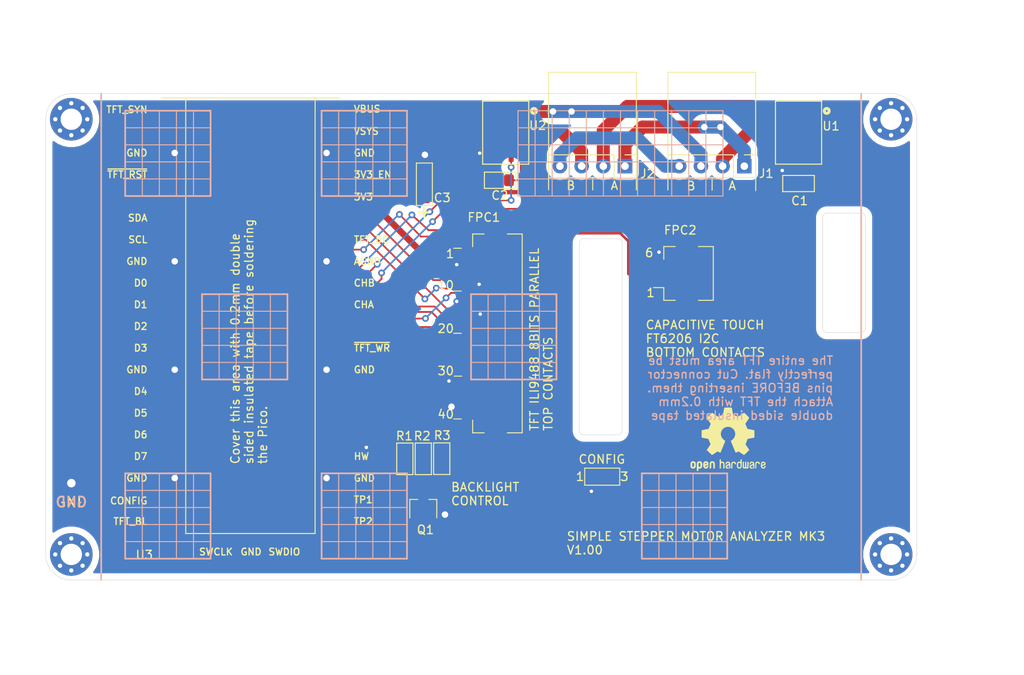
<source format=kicad_pcb>
(kicad_pcb (version 20171130) (host pcbnew "(5.1.10)-1")

  (general
    (thickness 1.6)
    (drawings 173)
    (tracks 330)
    (zones 0)
    (modules 22)
    (nets 52)
  )

  (page A4)
  (layers
    (0 F.Cu signal)
    (31 B.Cu signal)
    (32 B.Adhes user)
    (33 F.Adhes user)
    (34 B.Paste user)
    (35 F.Paste user)
    (36 B.SilkS user)
    (37 F.SilkS user)
    (38 B.Mask user)
    (39 F.Mask user)
    (40 Dwgs.User user)
    (41 Cmts.User user)
    (42 Eco1.User user)
    (43 Eco2.User user)
    (44 Edge.Cuts user)
    (45 Margin user)
    (46 B.CrtYd user)
    (47 F.CrtYd user)
    (48 B.Fab user hide)
    (49 F.Fab user hide)
  )

  (setup
    (last_trace_width 0.508)
    (user_trace_width 0.2032)
    (user_trace_width 0.2286)
    (user_trace_width 0.3048)
    (user_trace_width 0.4064)
    (user_trace_width 0.508)
    (user_trace_width 0.6096)
    (user_trace_width 0.762)
    (user_trace_width 1.016)
    (user_trace_width 1.27)
    (user_trace_width 1.524)
    (trace_clearance 0.127)
    (zone_clearance 0.762)
    (zone_45_only no)
    (trace_min 0.2032)
    (via_size 0.7874)
    (via_drill 0.4064)
    (via_min_size 0.4064)
    (via_min_drill 0.3048)
    (user_via 1.27 0.762)
    (uvia_size 0.3048)
    (uvia_drill 0.1016)
    (uvias_allowed no)
    (uvia_min_size 0.2032)
    (uvia_min_drill 0.1016)
    (edge_width 0.05)
    (segment_width 0.2)
    (pcb_text_width 0.3)
    (pcb_text_size 1.5 1.5)
    (mod_edge_width 0.12)
    (mod_text_size 1 1)
    (mod_text_width 0.15)
    (pad_size 1.6 1.6)
    (pad_drill 0)
    (pad_to_mask_clearance 0)
    (aux_axis_origin 0 0)
    (grid_origin 80.81 -48.5)
    (visible_elements 7EFFFFFF)
    (pcbplotparams
      (layerselection 0x010fc_ffffffff)
      (usegerberextensions false)
      (usegerberattributes true)
      (usegerberadvancedattributes true)
      (creategerberjobfile true)
      (excludeedgelayer true)
      (linewidth 0.100000)
      (plotframeref false)
      (viasonmask false)
      (mode 1)
      (useauxorigin false)
      (hpglpennumber 1)
      (hpglpenspeed 20)
      (hpglpendiameter 15.000000)
      (psnegative false)
      (psa4output false)
      (plotreference true)
      (plotvalue true)
      (plotinvisibletext false)
      (padsonsilk false)
      (subtractmaskfromsilk false)
      (outputformat 1)
      (mirror false)
      (drillshape 0)
      (scaleselection 1)
      (outputdirectory "JLCPCB/"))
  )

  (net 0 "")
  (net 1 "Net-(J2-Pad2)")
  (net 2 "Net-(J1-Pad2)")
  (net 3 GND)
  (net 4 +3V3)
  (net 5 "Net-(J2-Pad3)")
  (net 6 "Net-(J1-Pad3)")
  (net 7 /D6)
  (net 8 /D4)
  (net 9 /TFT_DC)
  (net 10 /D7)
  (net 11 /D5)
  (net 12 /SCL)
  (net 13 /SDA)
  (net 14 /D3)
  (net 15 /D2)
  (net 16 /D1)
  (net 17 /D0)
  (net 18 "Net-(J1-Pad4)")
  (net 19 "Net-(J1-Pad1)")
  (net 20 "Net-(FPC1-Pad36)")
  (net 21 "Net-(FPC1-Pad35)")
  (net 22 "Net-(FPC1-Pad34)")
  (net 23 /~TFT_WR)
  (net 24 /CHA)
  (net 25 /CHB)
  (net 26 "Net-(FPC1-Pad14)")
  (net 27 "Net-(FPC1-Pad4)")
  (net 28 "Net-(FPC1-Pad3)")
  (net 29 "Net-(FPC1-Pad2)")
  (net 30 "Net-(FPC1-Pad1)")
  (net 31 "Net-(FPC2-Pad5)")
  (net 32 "Net-(FPC2-Pad4)")
  (net 33 "Net-(U1-Pad6)")
  (net 34 "Net-(U2-Pad6)")
  (net 35 "Net-(U3-Pad35)")
  (net 36 "Net-(U3-Pad37)")
  (net 37 "Net-(U3-Pad39)")
  (net 38 "Net-(U3-Pad40)")
  (net 39 "Net-(U3-Pad21)")
  (net 40 "Net-(U3-Pad22)")
  (net 41 "Net-(U3-Pad25)")
  (net 42 "Net-(U3-Pad26)")
  (net 43 "Net-(U3-Pad27)")
  (net 44 "Net-(U3-Pad30)")
  (net 45 "Net-(U3-Pad5)")
  (net 46 "Net-(Q1-Pad3)")
  (net 47 /TFT_BL)
  (net 48 /~TFT_RST)
  (net 49 /TFT_SYN)
  (net 50 "Net-(U3-Pad2)")
  (net 51 /CONFIG)

  (net_class Default "This is the default net class."
    (clearance 0.127)
    (trace_width 0.2032)
    (via_dia 0.7874)
    (via_drill 0.4064)
    (uvia_dia 0.3048)
    (uvia_drill 0.1016)
    (diff_pair_width 0.2032)
    (diff_pair_gap 0.254)
    (add_net +3V3)
    (add_net /CHA)
    (add_net /CHB)
    (add_net /CONFIG)
    (add_net /D0)
    (add_net /D1)
    (add_net /D2)
    (add_net /D3)
    (add_net /D4)
    (add_net /D5)
    (add_net /D6)
    (add_net /D7)
    (add_net /SCL)
    (add_net /SDA)
    (add_net /TFT_BL)
    (add_net /TFT_DC)
    (add_net /TFT_SYN)
    (add_net /~TFT_RST)
    (add_net /~TFT_WR)
    (add_net GND)
    (add_net "Net-(FPC1-Pad1)")
    (add_net "Net-(FPC1-Pad14)")
    (add_net "Net-(FPC1-Pad2)")
    (add_net "Net-(FPC1-Pad3)")
    (add_net "Net-(FPC1-Pad34)")
    (add_net "Net-(FPC1-Pad35)")
    (add_net "Net-(FPC1-Pad36)")
    (add_net "Net-(FPC1-Pad4)")
    (add_net "Net-(FPC2-Pad4)")
    (add_net "Net-(FPC2-Pad5)")
    (add_net "Net-(J1-Pad1)")
    (add_net "Net-(J1-Pad2)")
    (add_net "Net-(J1-Pad3)")
    (add_net "Net-(J1-Pad4)")
    (add_net "Net-(J2-Pad2)")
    (add_net "Net-(J2-Pad3)")
    (add_net "Net-(Q1-Pad3)")
    (add_net "Net-(U1-Pad6)")
    (add_net "Net-(U2-Pad6)")
    (add_net "Net-(U3-Pad2)")
    (add_net "Net-(U3-Pad21)")
    (add_net "Net-(U3-Pad22)")
    (add_net "Net-(U3-Pad25)")
    (add_net "Net-(U3-Pad26)")
    (add_net "Net-(U3-Pad27)")
    (add_net "Net-(U3-Pad30)")
    (add_net "Net-(U3-Pad35)")
    (add_net "Net-(U3-Pad37)")
    (add_net "Net-(U3-Pad39)")
    (add_net "Net-(U3-Pad40)")
    (add_net "Net-(U3-Pad5)")
  )

  (module stepper_motor_analyzer:JUSHUO-AFC07-S40ECC-00_40P_05mm_flipped (layer F.Cu) (tedit 60C19BE3) (tstamp 60A956F1)
    (at 50.3 -28.9 90)
    (descr "Hirose FH12, FFC/FPC connector, FH12-40S-0.5SH, 40 Pins per row (https://www.hirose.com/product/en/products/FH12/FH12-24S-0.5SH(55)/), generated with kicad-footprint-generator")
    (tags "connector Hirose FH12 horizontal")
    (path /609CEBE2)
    (attr smd)
    (fp_text reference FPC1 (at 13.6 0.01 180) (layer F.SilkS)
      (effects (font (size 1 1) (thickness 0.15)))
    )
    (fp_text value Connector_Conn_01x40_Female (at 0 5.6 90) (layer F.Fab)
      (effects (font (size 1 1) (thickness 0.15)))
    )
    (fp_line (start 13.05 -3) (end -13.05 -3) (layer F.CrtYd) (width 0.05))
    (fp_line (start 13.05 4.9) (end 13.05 -3) (layer F.CrtYd) (width 0.05))
    (fp_line (start -13.05 4.9) (end 13.05 4.9) (layer F.CrtYd) (width 0.05))
    (fp_line (start -13.05 -3) (end -13.05 4.9) (layer F.CrtYd) (width 0.05))
    (fp_line (start 11.65 4.5) (end 11.65 2.76) (layer F.SilkS) (width 0.12))
    (fp_line (start -11.65 4.5) (end 11.65 4.5) (layer F.SilkS) (width 0.12))
    (fp_line (start -11.65 2.76) (end -11.65 4.5) (layer F.SilkS) (width 0.12))
    (fp_line (start 11.65 -1.3) (end 11.65 0.04) (layer F.SilkS) (width 0.12))
    (fp_line (start 10.16 -1.3) (end 11.65 -1.3) (layer F.SilkS) (width 0.12))
    (fp_line (start -11.65 -1.3) (end -11.65 0.04) (layer F.SilkS) (width 0.12))
    (fp_line (start -10.16 -1.3) (end -11.65 -1.3) (layer F.SilkS) (width 0.12))
    (fp_line (start 11.45 4.4) (end 0 4.4) (layer F.Fab) (width 0.1))
    (fp_line (start 11.45 3.7) (end 11.45 4.4) (layer F.Fab) (width 0.1))
    (fp_line (start 10.95 3.7) (end 11.45 3.7) (layer F.Fab) (width 0.1))
    (fp_line (start 10.95 3.4) (end 10.95 3.7) (layer F.Fab) (width 0.1))
    (fp_line (start 11.55 3.4) (end 10.95 3.4) (layer F.Fab) (width 0.1))
    (fp_line (start 11.55 -1.2) (end 11.55 3.4) (layer F.Fab) (width 0.1))
    (fp_line (start 0 -1.2) (end 11.55 -1.2) (layer F.Fab) (width 0.1))
    (fp_line (start -11.45 4.4) (end 0 4.4) (layer F.Fab) (width 0.1))
    (fp_line (start -11.45 3.7) (end -11.45 4.4) (layer F.Fab) (width 0.1))
    (fp_line (start -10.95 3.7) (end -11.45 3.7) (layer F.Fab) (width 0.1))
    (fp_line (start -10.95 3.4) (end -10.95 3.7) (layer F.Fab) (width 0.1))
    (fp_line (start -11.55 3.4) (end -10.95 3.4) (layer F.Fab) (width 0.1))
    (fp_line (start -11.55 -1.2) (end -11.55 3.4) (layer F.Fab) (width 0.1))
    (fp_line (start 0 -1.2) (end -11.55 -1.2) (layer F.Fab) (width 0.1))
    (fp_text user %R (at 0 3.7 90) (layer F.Fab)
      (effects (font (size 1 1) (thickness 0.15)))
    )
    (pad MP smd rect (at 11.4 0.5 90) (size 2 3) (layers F.Cu F.Paste F.Mask))
    (pad MP smd rect (at -11.4 0.5 90) (size 2 3) (layers F.Cu F.Paste F.Mask))
    (pad 40 smd rect (at -9.75 -1.85 90) (size 0.3 1.3) (layers F.Cu F.Paste F.Mask)
      (net 3 GND))
    (pad 39 smd rect (at -9.25 -1.85 90) (size 0.3 1.3) (layers F.Cu F.Paste F.Mask)
      (net 4 +3V3))
    (pad 38 smd rect (at -8.75 -1.85 90) (size 0.3 1.3) (layers F.Cu F.Paste F.Mask)
      (net 4 +3V3))
    (pad 37 smd rect (at -8.25 -1.85 90) (size 0.3 1.3) (layers F.Cu F.Paste F.Mask)
      (net 3 GND))
    (pad 36 smd rect (at -7.75 -1.85 90) (size 0.3 1.3) (layers F.Cu F.Paste F.Mask)
      (net 20 "Net-(FPC1-Pad36)"))
    (pad 35 smd rect (at -7.25 -1.85 90) (size 0.3 1.3) (layers F.Cu F.Paste F.Mask)
      (net 21 "Net-(FPC1-Pad35)"))
    (pad 34 smd rect (at -6.75 -1.85 90) (size 0.3 1.3) (layers F.Cu F.Paste F.Mask)
      (net 22 "Net-(FPC1-Pad34)"))
    (pad 33 smd rect (at -6.25 -1.85 90) (size 0.3 1.3) (layers F.Cu F.Paste F.Mask)
      (net 4 +3V3))
    (pad 32 smd rect (at -5.75 -1.85 90) (size 0.3 1.3) (layers F.Cu F.Paste F.Mask)
      (net 3 GND))
    (pad 31 smd rect (at -5.25 -1.85 90) (size 0.3 1.3) (layers F.Cu F.Paste F.Mask)
      (net 3 GND))
    (pad 30 smd rect (at -4.75 -1.85 90) (size 0.3 1.3) (layers F.Cu F.Paste F.Mask)
      (net 3 GND))
    (pad 29 smd rect (at -4.25 -1.85 90) (size 0.3 1.3) (layers F.Cu F.Paste F.Mask)
      (net 3 GND))
    (pad 28 smd rect (at -3.75 -1.85 90) (size 0.3 1.3) (layers F.Cu F.Paste F.Mask)
      (net 3 GND))
    (pad 27 smd rect (at -3.25 -1.85 90) (size 0.3 1.3) (layers F.Cu F.Paste F.Mask)
      (net 3 GND))
    (pad 26 smd rect (at -2.75 -1.85 90) (size 0.3 1.3) (layers F.Cu F.Paste F.Mask)
      (net 3 GND))
    (pad 25 smd rect (at -2.25 -1.85 90) (size 0.3 1.3) (layers F.Cu F.Paste F.Mask)
      (net 3 GND))
    (pad 24 smd rect (at -1.75 -1.85 90) (size 0.3 1.3) (layers F.Cu F.Paste F.Mask)
      (net 10 /D7))
    (pad 23 smd rect (at -1.25 -1.85 90) (size 0.3 1.3) (layers F.Cu F.Paste F.Mask)
      (net 7 /D6))
    (pad 22 smd rect (at -0.75 -1.85 90) (size 0.3 1.3) (layers F.Cu F.Paste F.Mask)
      (net 11 /D5))
    (pad 21 smd rect (at -0.25 -1.85 90) (size 0.3 1.3) (layers F.Cu F.Paste F.Mask)
      (net 8 /D4))
    (pad 20 smd rect (at 0.25 -1.85 90) (size 0.3 1.3) (layers F.Cu F.Paste F.Mask)
      (net 14 /D3))
    (pad 19 smd rect (at 0.75 -1.85 90) (size 0.3 1.3) (layers F.Cu F.Paste F.Mask)
      (net 15 /D2))
    (pad 18 smd rect (at 1.25 -1.85 90) (size 0.3 1.3) (layers F.Cu F.Paste F.Mask)
      (net 16 /D1))
    (pad 17 smd rect (at 1.75 -1.85 90) (size 0.3 1.3) (layers F.Cu F.Paste F.Mask)
      (net 17 /D0))
    (pad 16 smd rect (at 2.25 -1.85 90) (size 0.3 1.3) (layers F.Cu F.Paste F.Mask)
      (net 3 GND))
    (pad 15 smd rect (at 2.75 -1.85 90) (size 0.3 1.3) (layers F.Cu F.Paste F.Mask)
      (net 48 /~TFT_RST))
    (pad 14 smd rect (at 3.25 -1.85 90) (size 0.3 1.3) (layers F.Cu F.Paste F.Mask)
      (net 26 "Net-(FPC1-Pad14)"))
    (pad 13 smd rect (at 3.75 -1.85 90) (size 0.3 1.3) (layers F.Cu F.Paste F.Mask)
      (net 3 GND))
    (pad 12 smd rect (at 4.25 -1.85 90) (size 0.3 1.3) (layers F.Cu F.Paste F.Mask)
      (net 4 +3V3))
    (pad 11 smd rect (at 4.75 -1.85 90) (size 0.3 1.3) (layers F.Cu F.Paste F.Mask)
      (net 23 /~TFT_WR))
    (pad 10 smd rect (at 5.25 -1.85 90) (size 0.3 1.3) (layers F.Cu F.Paste F.Mask)
      (net 9 /TFT_DC))
    (pad 9 smd rect (at 5.75 -1.85 90) (size 0.3 1.3) (layers F.Cu F.Paste F.Mask)
      (net 3 GND))
    (pad 8 smd rect (at 6.25 -1.85 90) (size 0.3 1.3) (layers F.Cu F.Paste F.Mask)
      (net 49 /TFT_SYN))
    (pad 7 smd rect (at 6.75 -1.85 90) (size 0.3 1.3) (layers F.Cu F.Paste F.Mask)
      (net 4 +3V3))
    (pad 6 smd rect (at 7.25 -1.85 90) (size 0.3 1.3) (layers F.Cu F.Paste F.Mask)
      (net 4 +3V3))
    (pad 5 smd rect (at 7.75 -1.85 90) (size 0.3 1.3) (layers F.Cu F.Paste F.Mask)
      (net 3 GND))
    (pad 4 smd rect (at 8.25 -1.85 90) (size 0.3 1.3) (layers F.Cu F.Paste F.Mask)
      (net 27 "Net-(FPC1-Pad4)"))
    (pad 3 smd rect (at 8.75 -1.85 90) (size 0.3 1.3) (layers F.Cu F.Paste F.Mask)
      (net 28 "Net-(FPC1-Pad3)"))
    (pad 2 smd rect (at 9.25 -1.85 90) (size 0.3 1.3) (layers F.Cu F.Paste F.Mask)
      (net 29 "Net-(FPC1-Pad2)"))
    (pad 1 smd rect (at 9.75 -1.85 90) (size 0.3 1.3) (layers F.Cu F.Paste F.Mask)
      (net 30 "Net-(FPC1-Pad1)"))
    (model ${KIPRJMOD}/models/molex_fpc_40_05_5051104091.step
      (offset (xyz 0 0.5 0))
      (scale (xyz 1 1 1))
      (rotate (xyz -90 0 0))
    )
  )

  (module stepper_motor_analyzer:Pico_smd_dedicated (layer F.Cu) (tedit 60C00503) (tstamp 609D1331)
    (at 23 -31)
    (descr "Through hole straight pin header, 2x20, 2.54mm pitch, double rows")
    (tags "Through hole pin header THT 2x20 2.54mm double row")
    (path /609C8FE2)
    (fp_text reference U3 (at -12.45 28.05) (layer F.SilkS)
      (effects (font (size 1 1) (thickness 0.15)))
    )
    (fp_text value Pico (at 0 2.159) (layer F.Fab)
      (effects (font (size 1 1) (thickness 0.15)))
    )
    (fp_poly (pts (xy 4 27) (xy -4 27) (xy -4 22) (xy 4 22)) (layer Dwgs.User) (width 0.1))
    (fp_line (start 7.55 25.55) (end 7.55 -25.5) (layer F.SilkS) (width 0.12))
    (fp_line (start -7.6 25.55) (end 7.55 25.55) (layer F.SilkS) (width 0.12))
    (fp_line (start -7.6 -25.5) (end -7.6 25.55) (layer F.SilkS) (width 0.12))
    (fp_line (start -10.5 -25.5) (end 10.5 -25.5) (layer F.Fab) (width 0.12))
    (fp_line (start 10.5 -25.5) (end 10.5 25.5) (layer F.Fab) (width 0.12))
    (fp_line (start 10.5 25.5) (end -10.5 25.5) (layer F.Fab) (width 0.12))
    (fp_line (start -10.5 25.5) (end -10.5 -25.5) (layer F.Fab) (width 0.12))
    (fp_line (start -10.5 -24.2) (end -9.2 -25.5) (layer F.Fab) (width 0.12))
    (fp_line (start -11 -26) (end 11 -26) (layer F.CrtYd) (width 0.12))
    (fp_line (start 11 -26) (end 11 26) (layer F.CrtYd) (width 0.12))
    (fp_line (start 11 26) (end -11 26) (layer F.CrtYd) (width 0.12))
    (fp_line (start -11 26) (end -11 -26) (layer F.CrtYd) (width 0.12))
    (fp_line (start -10.5 -25.5) (end 10.5 -25.5) (layer F.SilkS) (width 0.12))
    (fp_text user CONFIG (at -12 21.717) (layer F.SilkS)
      (effects (font (size 0.8 0.8) (thickness 0.15)) (justify right))
    )
    (fp_text user HW (at 12 16.51) (layer F.SilkS)
      (effects (font (size 0.8 0.8) (thickness 0.15)) (justify left))
    )
    (fp_text user ~TFT_WR (at 12 3.81) (layer F.SilkS)
      (effects (font (size 0.8 0.8) (thickness 0.15)) (justify left))
    )
    (fp_text user TFT_DC (at 12 -8.89) (layer F.SilkS)
      (effects (font (size 0.8 0.8) (thickness 0.15)) (justify left))
    )
    (fp_text user GND (at 0.05 27.7) (layer F.SilkS)
      (effects (font (size 0.8 0.8) (thickness 0.15)))
    )
    (fp_text user "Copper Keepouts shown on Dwgs layer" (at 0.1 -30.2) (layer Cmts.User)
      (effects (font (size 1 1) (thickness 0.15)))
    )
    (fp_text user SWDIO (at 2 27.7) (layer F.SilkS)
      (effects (font (size 0.8 0.8) (thickness 0.15)) (justify left))
    )
    (fp_text user SWCLK (at -2 27.7) (layer F.SilkS)
      (effects (font (size 0.8 0.8) (thickness 0.15)) (justify right))
    )
    (fp_text user AGND (at 12 -6.35) (layer F.SilkS)
      (effects (font (size 0.8 0.8) (thickness 0.15)) (justify left))
    )
    (fp_text user GND (at 12 -19.05) (layer F.SilkS)
      (effects (font (size 0.8 0.8) (thickness 0.15)) (justify left))
    )
    (fp_text user GND (at 12 6.35) (layer F.SilkS)
      (effects (font (size 0.8 0.8) (thickness 0.15)) (justify left))
    )
    (fp_text user GND (at 12 19.05) (layer F.SilkS)
      (effects (font (size 0.8 0.8) (thickness 0.15)) (justify left))
    )
    (fp_text user GND (at -12 19.05) (layer F.SilkS)
      (effects (font (size 0.8 0.8) (thickness 0.15)) (justify right))
    )
    (fp_text user GND (at -12 6.35) (layer F.SilkS)
      (effects (font (size 0.8 0.8) (thickness 0.15)) (justify right))
    )
    (fp_text user GND (at -12 -6.35) (layer F.SilkS)
      (effects (font (size 0.8 0.8) (thickness 0.15)) (justify right))
    )
    (fp_text user GND (at -12 -19.05) (layer F.SilkS)
      (effects (font (size 0.8 0.8) (thickness 0.15)) (justify right))
    )
    (fp_text user VBUS (at 12 -24.2) (layer F.SilkS)
      (effects (font (size 0.8 0.8) (thickness 0.15)) (justify left))
    )
    (fp_text user VSYS (at 12 -21.59) (layer F.SilkS)
      (effects (font (size 0.8 0.8) (thickness 0.15)) (justify left))
    )
    (fp_text user 3V3_EN (at 12 -16.51) (layer F.SilkS)
      (effects (font (size 0.8 0.8) (thickness 0.15)) (justify left))
    )
    (fp_text user 3V3 (at 12 -13.9) (layer F.SilkS)
      (effects (font (size 0.8 0.8) (thickness 0.15)) (justify left))
    )
    (fp_text user CHB (at 12 -3.81) (layer F.SilkS)
      (effects (font (size 0.8 0.8) (thickness 0.15)) (justify left))
    )
    (fp_text user CHA (at 12 -1.27) (layer F.SilkS)
      (effects (font (size 0.8 0.8) (thickness 0.15)) (justify left))
    )
    (fp_text user TP1 (at 12 21.59) (layer F.SilkS)
      (effects (font (size 0.8 0.8) (thickness 0.15)) (justify left))
    )
    (fp_text user TP2 (at 12 24.13) (layer F.SilkS)
      (effects (font (size 0.8 0.8) (thickness 0.15)) (justify left))
    )
    (fp_text user TFT_BL (at -12 24.13) (layer F.SilkS)
      (effects (font (size 0.8 0.8) (thickness 0.15)) (justify right))
    )
    (fp_text user D7 (at -12 16.51) (layer F.SilkS)
      (effects (font (size 0.8 0.8) (thickness 0.15)) (justify right))
    )
    (fp_text user D6 (at -12 13.97) (layer F.SilkS)
      (effects (font (size 0.8 0.8) (thickness 0.15)) (justify right))
    )
    (fp_text user D5 (at -12 11.43) (layer F.SilkS)
      (effects (font (size 0.8 0.8) (thickness 0.15)) (justify right))
    )
    (fp_text user D4 (at -12 8.89) (layer F.SilkS)
      (effects (font (size 0.8 0.8) (thickness 0.15)) (justify right))
    )
    (fp_text user D3 (at -12 3.81) (layer F.SilkS)
      (effects (font (size 0.8 0.8) (thickness 0.15)) (justify right))
    )
    (fp_text user D2 (at -12 1.27) (layer F.SilkS)
      (effects (font (size 0.8 0.8) (thickness 0.15)) (justify right))
    )
    (fp_text user D1 (at -12 -1.27) (layer F.SilkS)
      (effects (font (size 0.8 0.8) (thickness 0.15)) (justify right))
    )
    (fp_text user D0 (at -12 -3.81) (layer F.SilkS)
      (effects (font (size 0.8 0.8) (thickness 0.15)) (justify right))
    )
    (fp_text user SCL (at -12 -8.89) (layer F.SilkS)
      (effects (font (size 0.8 0.8) (thickness 0.15)) (justify right))
    )
    (fp_text user SDA (at -12 -11.43) (layer F.SilkS)
      (effects (font (size 0.8 0.8) (thickness 0.15)) (justify right))
    )
    (fp_text user TFT_SYN (at -12 -24.13) (layer F.SilkS)
      (effects (font (size 0.8 0.8) (thickness 0.15)) (justify right))
    )
    (fp_text user ~TFT_RST (at -12 -16.51) (layer F.SilkS)
      (effects (font (size 0.8 0.8) (thickness 0.15)) (justify right))
    )
    (fp_text user %R (at 0 0 180) (layer F.Fab)
      (effects (font (size 1 1) (thickness 0.15)))
    )
    (pad 21 smd rect (at 8.89 24.13) (size 3.5 1.7) (drill (offset 0.9 0)) (layers F.Cu F.Mask)
      (net 39 "Net-(U3-Pad21)"))
    (pad 22 smd rect (at 8.89 21.59) (size 3.5 1.7) (drill (offset 0.9 0)) (layers F.Cu F.Mask)
      (net 40 "Net-(U3-Pad22)"))
    (pad 23 smd rect (at 8.89 19.05) (size 3.5 1.7) (drill (offset 0.9 0)) (layers F.Cu F.Mask)
      (net 3 GND))
    (pad 24 smd rect (at 8.89 16.51) (size 3.5 1.7) (drill (offset 0.9 0)) (layers F.Cu F.Mask)
      (net 3 GND))
    (pad 25 smd rect (at 8.89 13.97) (size 3.5 1.7) (drill (offset 0.9 0)) (layers F.Cu F.Mask)
      (net 41 "Net-(U3-Pad25)"))
    (pad 26 smd rect (at 8.89 11.43) (size 3.5 1.7) (drill (offset 0.9 0)) (layers F.Cu F.Mask)
      (net 42 "Net-(U3-Pad26)"))
    (pad 27 smd rect (at 8.89 8.89) (size 3.5 1.7) (drill (offset 0.9 0)) (layers F.Cu F.Mask)
      (net 43 "Net-(U3-Pad27)"))
    (pad 28 smd rect (at 8.89 6.35) (size 3.5 1.7) (drill (offset 0.9 0)) (layers F.Cu F.Mask)
      (net 3 GND))
    (pad 29 smd rect (at 8.89 3.81) (size 3.5 1.7) (drill (offset 0.9 0)) (layers F.Cu F.Mask)
      (net 23 /~TFT_WR))
    (pad 30 smd rect (at 8.89 1.27) (size 3.5 1.7) (drill (offset 0.9 0)) (layers F.Cu F.Mask)
      (net 44 "Net-(U3-Pad30)"))
    (pad 31 smd rect (at 8.89 -1.27) (size 3.5 1.7) (drill (offset 0.9 0)) (layers F.Cu F.Mask)
      (net 24 /CHA))
    (pad 32 smd rect (at 8.89 -3.81) (size 3.5 1.7) (drill (offset 0.9 0)) (layers F.Cu F.Mask)
      (net 25 /CHB))
    (pad 33 smd rect (at 8.89 -6.35) (size 3.5 1.7) (drill (offset 0.9 0)) (layers F.Cu F.Mask)
      (net 3 GND))
    (pad 34 smd rect (at 8.89 -8.89) (size 3.5 1.7) (drill (offset 0.9 0)) (layers F.Cu F.Mask)
      (net 9 /TFT_DC))
    (pad 35 smd rect (at 8.89 -11.43) (size 3.5 1.7) (drill (offset 0.9 0)) (layers F.Cu F.Mask)
      (net 35 "Net-(U3-Pad35)"))
    (pad 36 smd rect (at 8.89 -13.97) (size 3.5 1.7) (drill (offset 0.9 0)) (layers F.Cu F.Mask)
      (net 4 +3V3))
    (pad 37 smd rect (at 8.89 -16.51) (size 3.5 1.7) (drill (offset 0.9 0)) (layers F.Cu F.Mask)
      (net 36 "Net-(U3-Pad37)"))
    (pad 38 smd rect (at 8.89 -19.05) (size 3.5 1.7) (drill (offset 0.9 0)) (layers F.Cu F.Mask)
      (net 3 GND))
    (pad 39 smd rect (at 8.89 -21.59) (size 3.5 1.7) (drill (offset 0.9 0)) (layers F.Cu F.Mask)
      (net 37 "Net-(U3-Pad39)"))
    (pad 40 smd rect (at 8.89 -24.13) (size 3.5 1.7) (drill (offset 0.9 0)) (layers F.Cu F.Mask)
      (net 38 "Net-(U3-Pad40)"))
    (pad 20 smd rect (at -8.89 24.13) (size 3.5 1.7) (drill (offset -0.9 0)) (layers F.Cu F.Mask)
      (net 47 /TFT_BL))
    (pad 19 smd rect (at -8.89 21.59) (size 3.5 1.7) (drill (offset -0.9 0)) (layers F.Cu F.Mask)
      (net 51 /CONFIG))
    (pad 18 smd rect (at -8.89 19.05) (size 3.5 1.7) (drill (offset -0.9 0)) (layers F.Cu F.Mask)
      (net 3 GND))
    (pad 17 smd rect (at -8.89 16.51) (size 3.5 1.7) (drill (offset -0.9 0)) (layers F.Cu F.Mask)
      (net 10 /D7))
    (pad 16 smd rect (at -8.89 13.97) (size 3.5 1.7) (drill (offset -0.9 0)) (layers F.Cu F.Mask)
      (net 7 /D6))
    (pad 15 smd rect (at -8.89 11.43) (size 3.5 1.7) (drill (offset -0.9 0)) (layers F.Cu F.Mask)
      (net 11 /D5))
    (pad 14 smd rect (at -8.89 8.89) (size 3.5 1.7) (drill (offset -0.9 0)) (layers F.Cu F.Mask)
      (net 8 /D4))
    (pad 13 smd rect (at -8.89 6.35) (size 3.5 1.7) (drill (offset -0.9 0)) (layers F.Cu F.Mask)
      (net 3 GND))
    (pad 12 smd rect (at -8.89 3.81) (size 3.5 1.7) (drill (offset -0.9 0)) (layers F.Cu F.Mask)
      (net 14 /D3))
    (pad 11 smd rect (at -8.89 1.27) (size 3.5 1.7) (drill (offset -0.9 0)) (layers F.Cu F.Mask)
      (net 15 /D2))
    (pad 10 smd rect (at -8.89 -1.27) (size 3.5 1.7) (drill (offset -0.9 0)) (layers F.Cu F.Mask)
      (net 16 /D1))
    (pad 9 smd rect (at -8.89 -3.81) (size 3.5 1.7) (drill (offset -0.9 0)) (layers F.Cu F.Mask)
      (net 17 /D0))
    (pad 8 smd rect (at -8.89 -6.35) (size 3.5 1.7) (drill (offset -0.9 0)) (layers F.Cu F.Mask)
      (net 3 GND))
    (pad 7 smd rect (at -8.89 -8.89) (size 3.5 1.7) (drill (offset -0.9 0)) (layers F.Cu F.Mask)
      (net 12 /SCL))
    (pad 6 smd rect (at -8.89 -11.43) (size 3.5 1.7) (drill (offset -0.9 0)) (layers F.Cu F.Mask)
      (net 13 /SDA))
    (pad 5 smd rect (at -8.89 -13.97) (size 3.5 1.7) (drill (offset -0.9 0)) (layers F.Cu F.Mask)
      (net 45 "Net-(U3-Pad5)"))
    (pad 4 smd rect (at -8.89 -16.51) (size 3.5 1.7) (drill (offset -0.9 0)) (layers F.Cu F.Mask)
      (net 48 /~TFT_RST))
    (pad 3 smd rect (at -8.89 -19.05) (size 3.5 1.7) (drill (offset -0.9 0)) (layers F.Cu F.Mask)
      (net 3 GND))
    (pad 2 smd rect (at -8.89 -21.59) (size 3.5 1.7) (drill (offset -0.9 0)) (layers F.Cu F.Mask)
      (net 50 "Net-(U3-Pad2)"))
    (pad 1 smd rect (at -8.89 -24.13) (size 3.5 1.7) (drill (offset -0.9 0)) (layers F.Cu F.Mask)
      (net 49 /TFT_SYN))
    (pad 38 thru_hole rect (at 8.89 -19.05) (size 1.7 1.7) (drill 0.762) (layers *.Cu F.Mask)
      (net 3 GND))
    (pad 33 thru_hole rect (at 8.89 -6.35) (size 1.7 1.7) (drill 0.762) (layers *.Cu F.Mask)
      (net 3 GND))
    (pad 28 thru_hole rect (at 8.89 6.35) (size 1.7 1.7) (drill 0.762) (layers *.Cu F.Mask)
      (net 3 GND))
    (pad 23 thru_hole rect (at 8.89 19.05) (size 1.7 1.7) (drill 0.762) (layers *.Cu F.Mask)
      (net 3 GND))
    (pad 18 thru_hole rect (at -8.89 19.05) (size 1.7 1.7) (drill 0.762) (layers *.Cu F.Mask)
      (net 3 GND))
    (pad 13 thru_hole rect (at -8.89 6.35) (size 1.7 1.7) (drill 0.762) (layers *.Cu F.Mask)
      (net 3 GND))
    (pad 8 thru_hole rect (at -8.89 -6.35) (size 1.7 1.7) (drill 0.762) (layers *.Cu F.Mask)
      (net 3 GND))
    (pad 3 thru_hole rect (at -8.89 -19.05) (size 1.7 1.7) (drill 0.762) (layers *.Cu F.Mask)
      (net 3 GND))
    (model ${KIPRJMOD}/models/pico.step
      (at (xyz 0 0 0))
      (scale (xyz 1 1 1))
      (rotate (xyz -90 0 0))
    )
  )

  (module Jumper:SolderJumper-3_P1.3mm_Open_Pad1.0x1.5mm_NumberLabels (layer F.Cu) (tedit 5A3F6CCC) (tstamp 60C00D4D)
    (at 64.173 -12.1145)
    (descr "SMD Solder Jumper, 1x1.5mm Pads, 0.3mm gap, open, labeled with numbers")
    (tags "solder jumper open")
    (path /60C14AFF)
    (attr virtual)
    (fp_text reference JP1 (at -0.0635 -2.159) (layer F.SilkS) hide
      (effects (font (size 1 1) (thickness 0.15)))
    )
    (fp_text value SolderJumper_3_Open (at 0 1.9) (layer F.Fab)
      (effects (font (size 1 1) (thickness 0.15)))
    )
    (fp_line (start 2.3 1.25) (end -2.3 1.25) (layer F.CrtYd) (width 0.05))
    (fp_line (start 2.3 1.25) (end 2.3 -1.25) (layer F.CrtYd) (width 0.05))
    (fp_line (start -2.3 -1.25) (end -2.3 1.25) (layer F.CrtYd) (width 0.05))
    (fp_line (start -2.3 -1.25) (end 2.3 -1.25) (layer F.CrtYd) (width 0.05))
    (fp_line (start -2.05 -1) (end 2.05 -1) (layer F.SilkS) (width 0.12))
    (fp_line (start 2.05 -1) (end 2.05 1) (layer F.SilkS) (width 0.12))
    (fp_line (start 2.05 1) (end -2.05 1) (layer F.SilkS) (width 0.12))
    (fp_line (start -2.05 1) (end -2.05 -1) (layer F.SilkS) (width 0.12))
    (fp_text user 1 (at -2.6 0) (layer F.SilkS)
      (effects (font (size 1 1) (thickness 0.15)))
    )
    (fp_text user 3 (at 2.6 0) (layer F.SilkS)
      (effects (font (size 1 1) (thickness 0.15)))
    )
    (pad 1 smd rect (at -1.3 0) (size 1 1.5) (layers F.Cu F.Mask)
      (net 3 GND))
    (pad 2 smd rect (at 0 0) (size 1 1.5) (layers F.Cu F.Mask)
      (net 51 /CONFIG))
    (pad 3 smd rect (at 1.3 0) (size 1 1.5) (layers F.Cu F.Mask)
      (net 4 +3V3))
  )

  (module stepper_motor_analyzer:SOIC-8_3.9x4.9mm_P1.27mm (layer F.Cu) (tedit 60BEF429) (tstamp 609E5FEB)
    (at 87.16 -52.435 270)
    (descr "SOIC, 8 Pin (JEDEC MS-012AA, https://www.analog.com/media/en/package-pcb-resources/package/pkg_pdf/soic_narrow-r/r_8.pdf), generated with kicad-footprint-generator ipc_gullwing_generator.py")
    (tags "SOIC SO")
    (path /60B5D76B)
    (attr smd)
    (fp_text reference U1 (at -0.764 -3.81 180) (layer F.SilkS)
      (effects (font (size 1 1) (thickness 0.15)))
    )
    (fp_text value ACS70331EOLCTR-2P5B3 (at 0 3.4 90) (layer F.Fab)
      (effects (font (size 1 1) (thickness 0.15)))
    )
    (fp_line (start -0.975 -2.45) (end 1.95 -2.45) (layer F.Fab) (width 0.1))
    (fp_line (start 1.95 -2.45) (end 1.95 2.45) (layer F.Fab) (width 0.1))
    (fp_line (start 1.95 2.45) (end -1.95 2.45) (layer F.Fab) (width 0.1))
    (fp_line (start -1.95 2.45) (end -1.95 -1.475) (layer F.Fab) (width 0.1))
    (fp_line (start -1.95 -1.475) (end -0.975 -2.45) (layer F.Fab) (width 0.1))
    (fp_line (start -3.7 -2.7) (end -3.7 2.7) (layer F.SilkS) (width 0.127))
    (fp_line (start -3.7 2.7) (end 3.7 2.7) (layer F.SilkS) (width 0.127))
    (fp_line (start 3.7 2.7) (end 3.7 -2.7) (layer F.SilkS) (width 0.127))
    (fp_line (start 3.7 -2.7) (end -3.7 -2.7) (layer F.SilkS) (width 0.127))
    (fp_circle (center -2.54 -3.302) (end -2.257157 -3.302) (layer F.SilkS) (width 0.35))
    (fp_text user %R (at 0 0 90) (layer F.Fab)
      (effects (font (size 0.98 0.98) (thickness 0.15)))
    )
    (pad 8 smd roundrect (at 2.475 -1.905 270) (size 1.95 0.6) (layers F.Cu F.Paste F.Mask) (roundrect_rratio 0.25)
      (net 4 +3V3))
    (pad 7 smd roundrect (at 2.475 -0.635 270) (size 1.95 0.6) (layers F.Cu F.Paste F.Mask) (roundrect_rratio 0.25)
      (net 24 /CHA))
    (pad 6 smd roundrect (at 2.475 0.635 270) (size 1.95 0.6) (layers F.Cu F.Paste F.Mask) (roundrect_rratio 0.25)
      (net 33 "Net-(U1-Pad6)"))
    (pad 5 smd roundrect (at 2.475 1.905 270) (size 1.95 0.6) (layers F.Cu F.Paste F.Mask) (roundrect_rratio 0.25)
      (net 3 GND))
    (pad 4 smd roundrect (at -2.475 1.905 270) (size 1.95 0.6) (layers F.Cu F.Paste F.Mask) (roundrect_rratio 0.25)
      (net 1 "Net-(J2-Pad2)"))
    (pad 3 smd roundrect (at -2.475 0.635 270) (size 1.95 0.6) (layers F.Cu F.Paste F.Mask) (roundrect_rratio 0.25)
      (net 1 "Net-(J2-Pad2)"))
    (pad 2 smd roundrect (at -2.475 -0.635 270) (size 1.95 0.6) (layers F.Cu F.Paste F.Mask) (roundrect_rratio 0.25)
      (net 2 "Net-(J1-Pad2)"))
    (pad 1 smd roundrect (at -2.475 -1.905 270) (size 1.95 0.6) (layers F.Cu F.Paste F.Mask) (roundrect_rratio 0.25)
      (net 2 "Net-(J1-Pad2)"))
    (model ${KISYS3DMOD}/Package_SO.3dshapes/SOIC-8_3.9x4.9mm_P1.27mm.wrl
      (at (xyz 0 0 0))
      (scale (xyz 1 1 1))
      (rotate (xyz 0 0 0))
    )
  )

  (module stepper_motor_analyzer:SOIC-8_3.9x4.9mm_P1.27mm (layer F.Cu) (tedit 60BEF429) (tstamp 609E8DE6)
    (at 52.87 -52.435 270)
    (descr "SOIC, 8 Pin (JEDEC MS-012AA, https://www.analog.com/media/en/package-pcb-resources/package/pkg_pdf/soic_narrow-r/r_8.pdf), generated with kicad-footprint-generator ipc_gullwing_generator.py")
    (tags "SOIC SO")
    (path /60AEB4AA)
    (attr smd)
    (fp_text reference U2 (at -0.8275 -3.7465 180) (layer F.SilkS)
      (effects (font (size 1 1) (thickness 0.15)))
    )
    (fp_text value ACS70331EOLCTR-2P5B3 (at 0 3.4 90) (layer F.Fab)
      (effects (font (size 1 1) (thickness 0.15)))
    )
    (fp_line (start -0.975 -2.45) (end 1.95 -2.45) (layer F.Fab) (width 0.1))
    (fp_line (start 1.95 -2.45) (end 1.95 2.45) (layer F.Fab) (width 0.1))
    (fp_line (start 1.95 2.45) (end -1.95 2.45) (layer F.Fab) (width 0.1))
    (fp_line (start -1.95 2.45) (end -1.95 -1.475) (layer F.Fab) (width 0.1))
    (fp_line (start -1.95 -1.475) (end -0.975 -2.45) (layer F.Fab) (width 0.1))
    (fp_line (start -3.7 -2.7) (end -3.7 2.7) (layer F.SilkS) (width 0.127))
    (fp_line (start -3.7 2.7) (end 3.7 2.7) (layer F.SilkS) (width 0.127))
    (fp_line (start 3.7 2.7) (end 3.7 -2.7) (layer F.SilkS) (width 0.127))
    (fp_line (start 3.7 -2.7) (end -3.7 -2.7) (layer F.SilkS) (width 0.127))
    (fp_circle (center -2.54 -3.302) (end -2.257157 -3.302) (layer F.SilkS) (width 0.35))
    (fp_text user %R (at 0 0 90) (layer F.Fab)
      (effects (font (size 0.98 0.98) (thickness 0.15)))
    )
    (pad 8 smd roundrect (at 2.475 -1.905 270) (size 1.95 0.6) (layers F.Cu F.Paste F.Mask) (roundrect_rratio 0.25)
      (net 4 +3V3))
    (pad 7 smd roundrect (at 2.475 -0.635 270) (size 1.95 0.6) (layers F.Cu F.Paste F.Mask) (roundrect_rratio 0.25)
      (net 25 /CHB))
    (pad 6 smd roundrect (at 2.475 0.635 270) (size 1.95 0.6) (layers F.Cu F.Paste F.Mask) (roundrect_rratio 0.25)
      (net 34 "Net-(U2-Pad6)"))
    (pad 5 smd roundrect (at 2.475 1.905 270) (size 1.95 0.6) (layers F.Cu F.Paste F.Mask) (roundrect_rratio 0.25)
      (net 3 GND))
    (pad 4 smd roundrect (at -2.475 1.905 270) (size 1.95 0.6) (layers F.Cu F.Paste F.Mask) (roundrect_rratio 0.25)
      (net 5 "Net-(J2-Pad3)"))
    (pad 3 smd roundrect (at -2.475 0.635 270) (size 1.95 0.6) (layers F.Cu F.Paste F.Mask) (roundrect_rratio 0.25)
      (net 5 "Net-(J2-Pad3)"))
    (pad 2 smd roundrect (at -2.475 -0.635 270) (size 1.95 0.6) (layers F.Cu F.Paste F.Mask) (roundrect_rratio 0.25)
      (net 6 "Net-(J1-Pad3)"))
    (pad 1 smd roundrect (at -2.475 -1.905 270) (size 1.95 0.6) (layers F.Cu F.Paste F.Mask) (roundrect_rratio 0.25)
      (net 6 "Net-(J1-Pad3)"))
    (model ${KISYS3DMOD}/Package_SO.3dshapes/SOIC-8_3.9x4.9mm_P1.27mm.wrl
      (at (xyz 0 0 0))
      (scale (xyz 1 1 1))
      (rotate (xyz 0 0 0))
    )
  )

  (module stepper_motor_analyzer:C_0805_2012Metric_Pad1.15x1.40mm_HandSolder (layer F.Cu) (tedit 60BEF350) (tstamp 609E73FB)
    (at 87.16 -46.468)
    (descr "Capacitor SMD 0805 (2012 Metric), square (rectangular) end terminal, IPC_7351 nominal with elongated pad for handsoldering. (Body size source: https://docs.google.com/spreadsheets/d/1BsfQQcO9C6DZCsRaXUlFlo91Tg2WpOkGARC1WS5S8t0/edit?usp=sharing), generated with kicad-footprint-generator")
    (tags "capacitor handsolder")
    (path /60A5D335)
    (attr smd)
    (fp_text reference C1 (at 0.127 2.032) (layer F.SilkS)
      (effects (font (size 1 1) (thickness 0.15)))
    )
    (fp_text value 0.1u (at 0 1.65) (layer F.Fab)
      (effects (font (size 1 1) (thickness 0.15)))
    )
    (fp_line (start 1.85 0.95) (end -1.85 0.95) (layer F.SilkS) (width 0.127))
    (fp_line (start 1.85 -0.95) (end 1.85 0.95) (layer F.SilkS) (width 0.127))
    (fp_line (start -1.85 -0.95) (end 1.85 -0.95) (layer F.SilkS) (width 0.127))
    (fp_line (start -1.85 0.95) (end -1.85 -0.95) (layer F.SilkS) (width 0.127))
    (fp_line (start 1 0.6) (end -1 0.6) (layer F.Fab) (width 0.1))
    (fp_line (start 1 -0.6) (end 1 0.6) (layer F.Fab) (width 0.1))
    (fp_line (start -1 -0.6) (end 1 -0.6) (layer F.Fab) (width 0.1))
    (fp_line (start -1 0.6) (end -1 -0.6) (layer F.Fab) (width 0.1))
    (fp_text user %R (at 0 0) (layer F.Fab)
      (effects (font (size 0.5 0.5) (thickness 0.08)))
    )
    (pad 2 smd roundrect (at 1.025 0) (size 1.15 1.4) (layers F.Cu F.Paste F.Mask) (roundrect_rratio 0.2173904347826087)
      (net 4 +3V3))
    (pad 1 smd roundrect (at -1.025 0) (size 1.15 1.4) (layers F.Cu F.Paste F.Mask) (roundrect_rratio 0.2173904347826087)
      (net 3 GND))
    (model ${KISYS3DMOD}/Capacitor_SMD.3dshapes/C_0805_2012Metric.wrl
      (at (xyz 0 0 0))
      (scale (xyz 1 1 1))
      (rotate (xyz 0 0 0))
    )
  )

  (module stepper_motor_analyzer:C_0805_2012Metric_Pad1.15x1.40mm_HandSolder (layer F.Cu) (tedit 60BEF350) (tstamp 60B28C96)
    (at 52.226 -46.849)
    (descr "Capacitor SMD 0805 (2012 Metric), square (rectangular) end terminal, IPC_7351 nominal with elongated pad for handsoldering. (Body size source: https://docs.google.com/spreadsheets/d/1BsfQQcO9C6DZCsRaXUlFlo91Tg2WpOkGARC1WS5S8t0/edit?usp=sharing), generated with kicad-footprint-generator")
    (tags "capacitor handsolder")
    (path /60A0EB39)
    (attr smd)
    (fp_text reference C2 (at -0.0545 1.778) (layer F.SilkS)
      (effects (font (size 1 1) (thickness 0.15)))
    )
    (fp_text value 0.1u (at 0 1.65) (layer F.Fab)
      (effects (font (size 1 1) (thickness 0.15)))
    )
    (fp_line (start 1.85 0.95) (end -1.85 0.95) (layer F.SilkS) (width 0.127))
    (fp_line (start 1.85 -0.95) (end 1.85 0.95) (layer F.SilkS) (width 0.127))
    (fp_line (start -1.85 -0.95) (end 1.85 -0.95) (layer F.SilkS) (width 0.127))
    (fp_line (start -1.85 0.95) (end -1.85 -0.95) (layer F.SilkS) (width 0.127))
    (fp_line (start 1 0.6) (end -1 0.6) (layer F.Fab) (width 0.1))
    (fp_line (start 1 -0.6) (end 1 0.6) (layer F.Fab) (width 0.1))
    (fp_line (start -1 -0.6) (end 1 -0.6) (layer F.Fab) (width 0.1))
    (fp_line (start -1 0.6) (end -1 -0.6) (layer F.Fab) (width 0.1))
    (fp_text user %R (at 0 0) (layer F.Fab)
      (effects (font (size 0.5 0.5) (thickness 0.08)))
    )
    (pad 2 smd roundrect (at 1.025 0) (size 1.15 1.4) (layers F.Cu F.Paste F.Mask) (roundrect_rratio 0.2173904347826087)
      (net 4 +3V3))
    (pad 1 smd roundrect (at -1.025 0) (size 1.15 1.4) (layers F.Cu F.Paste F.Mask) (roundrect_rratio 0.2173904347826087)
      (net 3 GND))
    (model ${KISYS3DMOD}/Capacitor_SMD.3dshapes/C_0805_2012Metric.wrl
      (at (xyz 0 0 0))
      (scale (xyz 1 1 1))
      (rotate (xyz 0 0 0))
    )
  )

  (module stepper_motor_analyzer:CP_EIA-3216-18_Kemet-A_Pad1.58x1.35mm_HandSolder (layer F.Cu) (tedit 60BEF2C6) (tstamp 609E7430)
    (at 43.345 -46.3815 90)
    (descr "Tantalum Capacitor SMD Kemet-A (3216-18 Metric), IPC_7351 nominal, (Body size from: http://www.kemet.com/Lists/ProductCatalog/Attachments/253/KEM_TC101_STD.pdf), generated with kicad-footprint-generator")
    (tags "capacitor tantalum")
    (path /609D5EC7)
    (attr smd)
    (fp_text reference C3 (at -1.5875 2.0955 180) (layer F.SilkS)
      (effects (font (size 1 1) (thickness 0.15)))
    )
    (fp_text value 10u (at 0 1.75 90) (layer F.Fab)
      (effects (font (size 1 1) (thickness 0.15)))
    )
    (fp_line (start 1.6 -0.8) (end -1.2 -0.8) (layer F.Fab) (width 0.1))
    (fp_line (start -1.2 -0.8) (end -1.6 -0.4) (layer F.Fab) (width 0.1))
    (fp_line (start -1.6 -0.4) (end -1.6 0.8) (layer F.Fab) (width 0.1))
    (fp_line (start -1.6 0.8) (end 1.6 0.8) (layer F.Fab) (width 0.1))
    (fp_line (start 1.6 0.8) (end 1.6 -0.8) (layer F.Fab) (width 0.1))
    (fp_line (start 2.485 -0.935) (end -2.485 -0.935) (layer F.SilkS) (width 0.12))
    (fp_line (start -2.485 -0.935) (end -2.485 0.935) (layer F.SilkS) (width 0.12))
    (fp_line (start -2.485 0.935) (end 2.485 0.935) (layer F.SilkS) (width 0.12))
    (fp_line (start -2.48 1.05) (end -2.48 -1.05) (layer F.CrtYd) (width 0.05))
    (fp_line (start -2.48 -1.05) (end 2.48 -1.05) (layer F.CrtYd) (width 0.05))
    (fp_line (start 2.48 -1.05) (end 2.48 1.05) (layer F.CrtYd) (width 0.05))
    (fp_line (start 2.48 1.05) (end -2.48 1.05) (layer F.CrtYd) (width 0.05))
    (fp_line (start 2.485 -0.935) (end 2.485 0.935) (layer F.SilkS) (width 0.12))
    (fp_text user + (at -3.302 -0.127 90) (layer F.SilkS)
      (effects (font (size 1.5 1.5) (thickness 0.25)))
    )
    (fp_text user %R (at 0 0 90) (layer F.Fab)
      (effects (font (size 0.8 0.8) (thickness 0.12)))
    )
    (pad 2 smd roundrect (at 1.4375 0 90) (size 1.575 1.35) (layers F.Cu F.Paste F.Mask) (roundrect_rratio 0.1851844444444445)
      (net 3 GND))
    (pad 1 smd roundrect (at -1.4375 0 90) (size 1.575 1.35) (layers F.Cu F.Paste F.Mask) (roundrect_rratio 0.1851844444444445)
      (net 4 +3V3))
    (model ${KISYS3DMOD}/Capacitor_Tantalum_SMD.3dshapes/CP_EIA-3216-18_Kemet-A.wrl
      (at (xyz 0 0 0))
      (scale (xyz 1 1 1))
      (rotate (xyz 0 0 0))
    )
  )

  (module MountingHole:MountingHole_2.5mm_Pad_Via (layer F.Cu) (tedit 56DDBAEA) (tstamp 60B15D00)
    (at 2 -3)
    (descr "Mounting Hole 2.5mm")
    (tags "mounting hole 2.5mm")
    (path /60A92EA6)
    (attr virtual)
    (fp_text reference H1 (at 0 -3.5) (layer F.SilkS) hide
      (effects (font (size 1 1) (thickness 0.15)))
    )
    (fp_text value MountingHole (at 0 3.5) (layer F.Fab)
      (effects (font (size 1 1) (thickness 0.15)))
    )
    (fp_circle (center 0 0) (end 2.75 0) (layer F.CrtYd) (width 0.05))
    (fp_circle (center 0 0) (end 2.5 0) (layer Cmts.User) (width 0.15))
    (fp_text user %R (at 0.3 0) (layer F.Fab)
      (effects (font (size 1 1) (thickness 0.15)))
    )
    (pad 1 thru_hole circle (at 1.325825 -1.325825) (size 0.8 0.8) (drill 0.5) (layers *.Cu *.Mask))
    (pad 1 thru_hole circle (at 0 -1.875) (size 0.8 0.8) (drill 0.5) (layers *.Cu *.Mask))
    (pad 1 thru_hole circle (at -1.325825 -1.325825) (size 0.8 0.8) (drill 0.5) (layers *.Cu *.Mask))
    (pad 1 thru_hole circle (at -1.875 0) (size 0.8 0.8) (drill 0.5) (layers *.Cu *.Mask))
    (pad 1 thru_hole circle (at -1.325825 1.325825) (size 0.8 0.8) (drill 0.5) (layers *.Cu *.Mask))
    (pad 1 thru_hole circle (at 0 1.875) (size 0.8 0.8) (drill 0.5) (layers *.Cu *.Mask))
    (pad 1 thru_hole circle (at 1.325825 1.325825) (size 0.8 0.8) (drill 0.5) (layers *.Cu *.Mask))
    (pad 1 thru_hole circle (at 1.875 0) (size 0.8 0.8) (drill 0.5) (layers *.Cu *.Mask))
    (pad 1 thru_hole circle (at 0 0) (size 5 5) (drill 2.5) (layers *.Cu *.Mask))
  )

  (module MountingHole:MountingHole_2.5mm_Pad_Via (layer F.Cu) (tedit 56DDBAEA) (tstamp 609E2DFF)
    (at 98 -54)
    (descr "Mounting Hole 2.5mm")
    (tags "mounting hole 2.5mm")
    (path /60A9417C)
    (attr virtual)
    (fp_text reference H3 (at 0 -3.5) (layer F.SilkS) hide
      (effects (font (size 1 1) (thickness 0.15)))
    )
    (fp_text value MountingHole (at 0 3.5) (layer F.Fab)
      (effects (font (size 1 1) (thickness 0.15)))
    )
    (fp_circle (center 0 0) (end 2.75 0) (layer F.CrtYd) (width 0.05))
    (fp_circle (center 0 0) (end 2.5 0) (layer Cmts.User) (width 0.15))
    (fp_text user %R (at 0.3 0) (layer F.Fab)
      (effects (font (size 1 1) (thickness 0.15)))
    )
    (pad 1 thru_hole circle (at 1.325825 -1.325825) (size 0.8 0.8) (drill 0.5) (layers *.Cu *.Mask))
    (pad 1 thru_hole circle (at 0 -1.875) (size 0.8 0.8) (drill 0.5) (layers *.Cu *.Mask))
    (pad 1 thru_hole circle (at -1.325825 -1.325825) (size 0.8 0.8) (drill 0.5) (layers *.Cu *.Mask))
    (pad 1 thru_hole circle (at -1.875 0) (size 0.8 0.8) (drill 0.5) (layers *.Cu *.Mask))
    (pad 1 thru_hole circle (at -1.325825 1.325825) (size 0.8 0.8) (drill 0.5) (layers *.Cu *.Mask))
    (pad 1 thru_hole circle (at 0 1.875) (size 0.8 0.8) (drill 0.5) (layers *.Cu *.Mask))
    (pad 1 thru_hole circle (at 1.325825 1.325825) (size 0.8 0.8) (drill 0.5) (layers *.Cu *.Mask))
    (pad 1 thru_hole circle (at 1.875 0) (size 0.8 0.8) (drill 0.5) (layers *.Cu *.Mask))
    (pad 1 thru_hole circle (at 0 0) (size 5 5) (drill 2.5) (layers *.Cu *.Mask))
  )

  (module MountingHole:MountingHole_2.5mm_Pad_Via (layer F.Cu) (tedit 56DDBAEA) (tstamp 609E2E0F)
    (at 98 -3)
    (descr "Mounting Hole 2.5mm")
    (tags "mounting hole 2.5mm")
    (path /60A94418)
    (attr virtual)
    (fp_text reference H4 (at 0 -3.5) (layer F.SilkS) hide
      (effects (font (size 1 1) (thickness 0.15)))
    )
    (fp_text value MountingHole (at 0 3.5) (layer F.Fab)
      (effects (font (size 1 1) (thickness 0.15)))
    )
    (fp_circle (center 0 0) (end 2.75 0) (layer F.CrtYd) (width 0.05))
    (fp_circle (center 0 0) (end 2.5 0) (layer Cmts.User) (width 0.15))
    (fp_text user %R (at 0.3 0) (layer F.Fab)
      (effects (font (size 1 1) (thickness 0.15)))
    )
    (pad 1 thru_hole circle (at 1.325825 -1.325825) (size 0.8 0.8) (drill 0.5) (layers *.Cu *.Mask))
    (pad 1 thru_hole circle (at 0 -1.875) (size 0.8 0.8) (drill 0.5) (layers *.Cu *.Mask))
    (pad 1 thru_hole circle (at -1.325825 -1.325825) (size 0.8 0.8) (drill 0.5) (layers *.Cu *.Mask))
    (pad 1 thru_hole circle (at -1.875 0) (size 0.8 0.8) (drill 0.5) (layers *.Cu *.Mask))
    (pad 1 thru_hole circle (at -1.325825 1.325825) (size 0.8 0.8) (drill 0.5) (layers *.Cu *.Mask))
    (pad 1 thru_hole circle (at 0 1.875) (size 0.8 0.8) (drill 0.5) (layers *.Cu *.Mask))
    (pad 1 thru_hole circle (at 1.325825 1.325825) (size 0.8 0.8) (drill 0.5) (layers *.Cu *.Mask))
    (pad 1 thru_hole circle (at 1.875 0) (size 0.8 0.8) (drill 0.5) (layers *.Cu *.Mask))
    (pad 1 thru_hole circle (at 0 0) (size 5 5) (drill 2.5) (layers *.Cu *.Mask))
  )

  (module MountingHole:MountingHole_2.5mm_Pad_Via (layer F.Cu) (tedit 56DDBAEA) (tstamp 609E2DEF)
    (at 2 -54)
    (descr "Mounting Hole 2.5mm")
    (tags "mounting hole 2.5mm")
    (path /60A93F04)
    (attr virtual)
    (fp_text reference H2 (at 0 -3.5) (layer F.SilkS) hide
      (effects (font (size 1 1) (thickness 0.15)))
    )
    (fp_text value MountingHole (at 0 3.5) (layer F.Fab)
      (effects (font (size 1 1) (thickness 0.15)))
    )
    (fp_circle (center 0 0) (end 2.75 0) (layer F.CrtYd) (width 0.05))
    (fp_circle (center 0 0) (end 2.5 0) (layer Cmts.User) (width 0.15))
    (fp_text user %R (at 0.3 0) (layer F.Fab)
      (effects (font (size 1 1) (thickness 0.15)))
    )
    (pad 1 thru_hole circle (at 1.325825 -1.325825) (size 0.8 0.8) (drill 0.5) (layers *.Cu *.Mask))
    (pad 1 thru_hole circle (at 0 -1.875) (size 0.8 0.8) (drill 0.5) (layers *.Cu *.Mask))
    (pad 1 thru_hole circle (at -1.325825 -1.325825) (size 0.8 0.8) (drill 0.5) (layers *.Cu *.Mask))
    (pad 1 thru_hole circle (at -1.875 0) (size 0.8 0.8) (drill 0.5) (layers *.Cu *.Mask))
    (pad 1 thru_hole circle (at -1.325825 1.325825) (size 0.8 0.8) (drill 0.5) (layers *.Cu *.Mask))
    (pad 1 thru_hole circle (at 0 1.875) (size 0.8 0.8) (drill 0.5) (layers *.Cu *.Mask))
    (pad 1 thru_hole circle (at 1.325825 1.325825) (size 0.8 0.8) (drill 0.5) (layers *.Cu *.Mask))
    (pad 1 thru_hole circle (at 1.875 0) (size 0.8 0.8) (drill 0.5) (layers *.Cu *.Mask))
    (pad 1 thru_hole circle (at 0 0) (size 5 5) (drill 2.5) (layers *.Cu *.Mask))
  )

  (module stepper_motor_analyzer:R_0805_2012Metric_Pad1.15x1.40mm_HandSolder (layer F.Cu) (tedit 60BEEF25) (tstamp 60BFE9D3)
    (at 41.059 -14.201 90)
    (descr "Resistor SMD 0805 (2012 Metric), square (rectangular) end terminal, IPC_7351 nominal with elongated pad for handsoldering. (Body size source: https://docs.google.com/spreadsheets/d/1BsfQQcO9C6DZCsRaXUlFlo91Tg2WpOkGARC1WS5S8t0/edit?usp=sharing), generated with kicad-footprint-generator")
    (tags "resistor handsolder")
    (path /60C7B2FA)
    (attr smd)
    (fp_text reference R1 (at 2.676 -0.0635 180) (layer F.SilkS)
      (effects (font (size 1 1) (thickness 0.15)))
    )
    (fp_text value 8R2 (at 0 1.65 90) (layer F.Fab)
      (effects (font (size 1 1) (thickness 0.15)))
    )
    (fp_line (start 1.85 0.95) (end -1.85 0.95) (layer F.SilkS) (width 0.127))
    (fp_line (start 1.85 -0.95) (end 1.85 0.95) (layer F.SilkS) (width 0.127))
    (fp_line (start -1.85 -0.95) (end 1.85 -0.95) (layer F.SilkS) (width 0.127))
    (fp_line (start -1.85 0.95) (end -1.85 -0.95) (layer F.SilkS) (width 0.127))
    (fp_line (start 1 0.6) (end -1 0.6) (layer F.Fab) (width 0.1))
    (fp_line (start 1 -0.6) (end 1 0.6) (layer F.Fab) (width 0.1))
    (fp_line (start -1 -0.6) (end 1 -0.6) (layer F.Fab) (width 0.1))
    (fp_line (start -1 0.6) (end -1 -0.6) (layer F.Fab) (width 0.1))
    (fp_text user %R (at 0 0 90) (layer F.Fab)
      (effects (font (size 0.5 0.5) (thickness 0.08)))
    )
    (pad 2 smd roundrect (at 1.025 0 90) (size 1.15 1.4) (layers F.Cu F.Paste F.Mask) (roundrect_rratio 0.2173904347826087)
      (net 22 "Net-(FPC1-Pad34)"))
    (pad 1 smd roundrect (at -1.025 0 90) (size 1.15 1.4) (layers F.Cu F.Paste F.Mask) (roundrect_rratio 0.2173904347826087)
      (net 46 "Net-(Q1-Pad3)"))
    (model ${KISYS3DMOD}/Resistor_SMD.3dshapes/R_0805_2012Metric.wrl
      (at (xyz 0 0 0))
      (scale (xyz 1 1 1))
      (rotate (xyz 0 0 0))
    )
  )

  (module stepper_motor_analyzer:R_0805_2012Metric_Pad1.15x1.40mm_HandSolder (layer F.Cu) (tedit 60BEEF25) (tstamp 60BFE9FD)
    (at 43.218 -14.201 90)
    (descr "Resistor SMD 0805 (2012 Metric), square (rectangular) end terminal, IPC_7351 nominal with elongated pad for handsoldering. (Body size source: https://docs.google.com/spreadsheets/d/1BsfQQcO9C6DZCsRaXUlFlo91Tg2WpOkGARC1WS5S8t0/edit?usp=sharing), generated with kicad-footprint-generator")
    (tags "resistor handsolder")
    (path /60C9422D)
    (attr smd)
    (fp_text reference R2 (at 2.676 -0.127 180) (layer F.SilkS)
      (effects (font (size 1 1) (thickness 0.15)))
    )
    (fp_text value 8R2 (at 0 1.65 90) (layer F.Fab)
      (effects (font (size 1 1) (thickness 0.15)))
    )
    (fp_line (start 1.85 0.95) (end -1.85 0.95) (layer F.SilkS) (width 0.127))
    (fp_line (start 1.85 -0.95) (end 1.85 0.95) (layer F.SilkS) (width 0.127))
    (fp_line (start -1.85 -0.95) (end 1.85 -0.95) (layer F.SilkS) (width 0.127))
    (fp_line (start -1.85 0.95) (end -1.85 -0.95) (layer F.SilkS) (width 0.127))
    (fp_line (start 1 0.6) (end -1 0.6) (layer F.Fab) (width 0.1))
    (fp_line (start 1 -0.6) (end 1 0.6) (layer F.Fab) (width 0.1))
    (fp_line (start -1 -0.6) (end 1 -0.6) (layer F.Fab) (width 0.1))
    (fp_line (start -1 0.6) (end -1 -0.6) (layer F.Fab) (width 0.1))
    (fp_text user %R (at 0 0 90) (layer F.Fab)
      (effects (font (size 0.5 0.5) (thickness 0.08)))
    )
    (pad 2 smd roundrect (at 1.025 0 90) (size 1.15 1.4) (layers F.Cu F.Paste F.Mask) (roundrect_rratio 0.2173904347826087)
      (net 21 "Net-(FPC1-Pad35)"))
    (pad 1 smd roundrect (at -1.025 0 90) (size 1.15 1.4) (layers F.Cu F.Paste F.Mask) (roundrect_rratio 0.2173904347826087)
      (net 46 "Net-(Q1-Pad3)"))
    (model ${KISYS3DMOD}/Resistor_SMD.3dshapes/R_0805_2012Metric.wrl
      (at (xyz 0 0 0))
      (scale (xyz 1 1 1))
      (rotate (xyz 0 0 0))
    )
  )

  (module stepper_motor_analyzer:R_0805_2012Metric_Pad1.15x1.40mm_HandSolder (layer F.Cu) (tedit 60BEEF25) (tstamp 60BFEA27)
    (at 45.377 -14.219 90)
    (descr "Resistor SMD 0805 (2012 Metric), square (rectangular) end terminal, IPC_7351 nominal with elongated pad for handsoldering. (Body size source: https://docs.google.com/spreadsheets/d/1BsfQQcO9C6DZCsRaXUlFlo91Tg2WpOkGARC1WS5S8t0/edit?usp=sharing), generated with kicad-footprint-generator")
    (tags "resistor handsolder")
    (path /60C944CD)
    (attr smd)
    (fp_text reference R3 (at 2.7215 0.0635 180) (layer F.SilkS)
      (effects (font (size 1 1) (thickness 0.15)))
    )
    (fp_text value 8R2 (at 0 1.65 90) (layer F.Fab)
      (effects (font (size 1 1) (thickness 0.15)))
    )
    (fp_line (start 1.85 0.95) (end -1.85 0.95) (layer F.SilkS) (width 0.127))
    (fp_line (start 1.85 -0.95) (end 1.85 0.95) (layer F.SilkS) (width 0.127))
    (fp_line (start -1.85 -0.95) (end 1.85 -0.95) (layer F.SilkS) (width 0.127))
    (fp_line (start -1.85 0.95) (end -1.85 -0.95) (layer F.SilkS) (width 0.127))
    (fp_line (start 1 0.6) (end -1 0.6) (layer F.Fab) (width 0.1))
    (fp_line (start 1 -0.6) (end 1 0.6) (layer F.Fab) (width 0.1))
    (fp_line (start -1 -0.6) (end 1 -0.6) (layer F.Fab) (width 0.1))
    (fp_line (start -1 0.6) (end -1 -0.6) (layer F.Fab) (width 0.1))
    (fp_text user %R (at 0 0 90) (layer F.Fab)
      (effects (font (size 0.5 0.5) (thickness 0.08)))
    )
    (pad 2 smd roundrect (at 1.025 0 90) (size 1.15 1.4) (layers F.Cu F.Paste F.Mask) (roundrect_rratio 0.2173904347826087)
      (net 20 "Net-(FPC1-Pad36)"))
    (pad 1 smd roundrect (at -1.025 0 90) (size 1.15 1.4) (layers F.Cu F.Paste F.Mask) (roundrect_rratio 0.2173904347826087)
      (net 46 "Net-(Q1-Pad3)"))
    (model ${KISYS3DMOD}/Resistor_SMD.3dshapes/R_0805_2012Metric.wrl
      (at (xyz 0 0 0))
      (scale (xyz 1 1 1))
      (rotate (xyz 0 0 0))
    )
  )

  (module Symbol:OSHW-Logo2_9.8x8mm_SilkScreen (layer F.Cu) (tedit 0) (tstamp 60BEF20D)
    (at 78.905 -16.496)
    (descr "Open Source Hardware Symbol")
    (tags "Logo Symbol OSHW")
    (path /60A0C5E4)
    (attr virtual)
    (fp_text reference LOGO1 (at 0 0) (layer F.SilkS) hide
      (effects (font (size 1 1) (thickness 0.15)))
    )
    (fp_text value Logo_Open_Hardware_Small (at 0.75 0) (layer F.Fab) hide
      (effects (font (size 1 1) (thickness 0.15)))
    )
    (fp_poly (pts (xy 0.139878 -3.712224) (xy 0.245612 -3.711645) (xy 0.322132 -3.710078) (xy 0.374372 -3.707028)
      (xy 0.407263 -3.702004) (xy 0.425737 -3.694511) (xy 0.434727 -3.684056) (xy 0.439163 -3.670147)
      (xy 0.439594 -3.668346) (xy 0.446333 -3.635855) (xy 0.458808 -3.571748) (xy 0.475719 -3.482849)
      (xy 0.495771 -3.375981) (xy 0.517664 -3.257967) (xy 0.518429 -3.253822) (xy 0.540359 -3.138169)
      (xy 0.560877 -3.035986) (xy 0.578659 -2.953402) (xy 0.592381 -2.896544) (xy 0.600718 -2.871542)
      (xy 0.601116 -2.871099) (xy 0.625677 -2.85889) (xy 0.676315 -2.838544) (xy 0.742095 -2.814455)
      (xy 0.742461 -2.814326) (xy 0.825317 -2.783182) (xy 0.923 -2.743509) (xy 1.015077 -2.703619)
      (xy 1.019434 -2.701647) (xy 1.169407 -2.63358) (xy 1.501498 -2.860361) (xy 1.603374 -2.929496)
      (xy 1.695657 -2.991303) (xy 1.773003 -3.042267) (xy 1.830064 -3.078873) (xy 1.861495 -3.097606)
      (xy 1.864479 -3.098996) (xy 1.887321 -3.09281) (xy 1.929982 -3.062965) (xy 1.994128 -3.008053)
      (xy 2.081421 -2.926666) (xy 2.170535 -2.840078) (xy 2.256441 -2.754753) (xy 2.333327 -2.676892)
      (xy 2.396564 -2.611303) (xy 2.441523 -2.562795) (xy 2.463576 -2.536175) (xy 2.464396 -2.534805)
      (xy 2.466834 -2.516537) (xy 2.45765 -2.486705) (xy 2.434574 -2.441279) (xy 2.395337 -2.37623)
      (xy 2.33767 -2.28753) (xy 2.260795 -2.173343) (xy 2.19257 -2.072838) (xy 2.131582 -1.982697)
      (xy 2.081356 -1.908151) (xy 2.045416 -1.854435) (xy 2.027287 -1.826782) (xy 2.026146 -1.824905)
      (xy 2.028359 -1.79841) (xy 2.045138 -1.746914) (xy 2.073142 -1.680149) (xy 2.083122 -1.658828)
      (xy 2.126672 -1.563841) (xy 2.173134 -1.456063) (xy 2.210877 -1.362808) (xy 2.238073 -1.293594)
      (xy 2.259675 -1.240994) (xy 2.272158 -1.213503) (xy 2.273709 -1.211384) (xy 2.296668 -1.207876)
      (xy 2.350786 -1.198262) (xy 2.428868 -1.183911) (xy 2.523719 -1.166193) (xy 2.628143 -1.146475)
      (xy 2.734944 -1.126126) (xy 2.836926 -1.106514) (xy 2.926894 -1.089009) (xy 2.997653 -1.074978)
      (xy 3.042006 -1.065791) (xy 3.052885 -1.063193) (xy 3.064122 -1.056782) (xy 3.072605 -1.042303)
      (xy 3.078714 -1.014867) (xy 3.082832 -0.969589) (xy 3.085341 -0.90158) (xy 3.086621 -0.805953)
      (xy 3.087054 -0.67782) (xy 3.087077 -0.625299) (xy 3.087077 -0.198155) (xy 2.9845 -0.177909)
      (xy 2.927431 -0.16693) (xy 2.842269 -0.150905) (xy 2.739372 -0.131767) (xy 2.629096 -0.111449)
      (xy 2.598615 -0.105868) (xy 2.496855 -0.086083) (xy 2.408205 -0.066627) (xy 2.340108 -0.049303)
      (xy 2.300004 -0.035912) (xy 2.293323 -0.031921) (xy 2.276919 -0.003658) (xy 2.253399 0.051109)
      (xy 2.227316 0.121588) (xy 2.222142 0.136769) (xy 2.187956 0.230896) (xy 2.145523 0.337101)
      (xy 2.103997 0.432473) (xy 2.103792 0.432916) (xy 2.03464 0.582525) (xy 2.489512 1.251617)
      (xy 2.1975 1.544116) (xy 2.10918 1.63117) (xy 2.028625 1.707909) (xy 1.96036 1.770237)
      (xy 1.908908 1.814056) (xy 1.878794 1.83527) (xy 1.874474 1.836616) (xy 1.849111 1.826016)
      (xy 1.797358 1.796547) (xy 1.724868 1.751705) (xy 1.637294 1.694984) (xy 1.542612 1.631462)
      (xy 1.446516 1.566668) (xy 1.360837 1.510287) (xy 1.291016 1.465788) (xy 1.242494 1.436639)
      (xy 1.220782 1.426308) (xy 1.194293 1.43505) (xy 1.144062 1.458087) (xy 1.080451 1.490631)
      (xy 1.073708 1.494249) (xy 0.988046 1.53721) (xy 0.929306 1.558279) (xy 0.892772 1.558503)
      (xy 0.873731 1.538928) (xy 0.87362 1.538654) (xy 0.864102 1.515472) (xy 0.841403 1.460441)
      (xy 0.807282 1.377822) (xy 0.7635 1.271872) (xy 0.711816 1.146852) (xy 0.653992 1.00702)
      (xy 0.597991 0.871637) (xy 0.536447 0.722234) (xy 0.479939 0.583832) (xy 0.430161 0.460673)
      (xy 0.388806 0.357002) (xy 0.357568 0.277059) (xy 0.338141 0.225088) (xy 0.332154 0.205692)
      (xy 0.347168 0.183443) (xy 0.386439 0.147982) (xy 0.438807 0.108887) (xy 0.587941 -0.014755)
      (xy 0.704511 -0.156478) (xy 0.787118 -0.313296) (xy 0.834366 -0.482225) (xy 0.844857 -0.660278)
      (xy 0.837231 -0.742461) (xy 0.795682 -0.912969) (xy 0.724123 -1.063541) (xy 0.626995 -1.192691)
      (xy 0.508734 -1.298936) (xy 0.37378 -1.38079) (xy 0.226571 -1.436768) (xy 0.071544 -1.465385)
      (xy -0.086861 -1.465156) (xy -0.244206 -1.434595) (xy -0.396054 -1.372218) (xy -0.537965 -1.27654)
      (xy -0.597197 -1.222428) (xy -0.710797 -1.08348) (xy -0.789894 -0.931639) (xy -0.835014 -0.771333)
      (xy -0.846684 -0.606988) (xy -0.825431 -0.443029) (xy -0.77178 -0.283882) (xy -0.68626 -0.133975)
      (xy -0.569395 0.002267) (xy -0.438807 0.108887) (xy -0.384412 0.149642) (xy -0.345986 0.184718)
      (xy -0.332154 0.205726) (xy -0.339397 0.228635) (xy -0.359995 0.283365) (xy -0.392254 0.365672)
      (xy -0.434479 0.471315) (xy -0.484977 0.59605) (xy -0.542052 0.735636) (xy -0.598146 0.87167)
      (xy -0.660033 1.021201) (xy -0.717356 1.159767) (xy -0.768356 1.283107) (xy -0.811273 1.386964)
      (xy -0.844347 1.46708) (xy -0.865819 1.519195) (xy -0.873775 1.538654) (xy -0.892571 1.558423)
      (xy -0.928926 1.558365) (xy -0.987521 1.537441) (xy -1.073032 1.494613) (xy -1.073708 1.494249)
      (xy -1.138093 1.461012) (xy -1.190139 1.436802) (xy -1.219488 1.426404) (xy -1.220783 1.426308)
      (xy -1.242876 1.436855) (xy -1.291652 1.466184) (xy -1.361669 1.510827) (xy -1.447486 1.567314)
      (xy -1.542612 1.631462) (xy -1.63946 1.696411) (xy -1.726747 1.752896) (xy -1.798819 1.797421)
      (xy -1.850023 1.82649) (xy -1.874474 1.836616) (xy -1.89699 1.823307) (xy -1.942258 1.786112)
      (xy -2.005756 1.729128) (xy -2.082961 1.656449) (xy -2.169349 1.572171) (xy -2.197601 1.544016)
      (xy -2.489713 1.251416) (xy -2.267369 0.925104) (xy -2.199798 0.824897) (xy -2.140493 0.734963)
      (xy -2.092783 0.66051) (xy -2.059993 0.606751) (xy -2.045452 0.578894) (xy -2.045026 0.576912)
      (xy -2.052692 0.550655) (xy -2.073311 0.497837) (xy -2.103315 0.42731) (xy -2.124375 0.380093)
      (xy -2.163752 0.289694) (xy -2.200835 0.198366) (xy -2.229585 0.1212) (xy -2.237395 0.097692)
      (xy -2.259583 0.034916) (xy -2.281273 -0.013589) (xy -2.293187 -0.031921) (xy -2.319477 -0.043141)
      (xy -2.376858 -0.059046) (xy -2.457882 -0.077833) (xy -2.555105 -0.097701) (xy -2.598615 -0.105868)
      (xy -2.709104 -0.126171) (xy -2.815084 -0.14583) (xy -2.906199 -0.162912) (xy -2.972092 -0.175482)
      (xy -2.9845 -0.177909) (xy -3.087077 -0.198155) (xy -3.087077 -0.625299) (xy -3.086847 -0.765754)
      (xy -3.085901 -0.872021) (xy -3.083859 -0.948987) (xy -3.080338 -1.00154) (xy -3.074957 -1.034567)
      (xy -3.067334 -1.052955) (xy -3.057088 -1.061592) (xy -3.052885 -1.063193) (xy -3.02753 -1.068873)
      (xy -2.971516 -1.080205) (xy -2.892036 -1.095821) (xy -2.796288 -1.114353) (xy -2.691467 -1.134431)
      (xy -2.584768 -1.154688) (xy -2.483387 -1.173754) (xy -2.394521 -1.190261) (xy -2.325363 -1.202841)
      (xy -2.283111 -1.210125) (xy -2.27371 -1.211384) (xy -2.265193 -1.228237) (xy -2.24634 -1.27313)
      (xy -2.220676 -1.33757) (xy -2.210877 -1.362808) (xy -2.171352 -1.460314) (xy -2.124808 -1.568041)
      (xy -2.083123 -1.658828) (xy -2.05245 -1.728247) (xy -2.032044 -1.78529) (xy -2.025232 -1.820223)
      (xy -2.026318 -1.824905) (xy -2.040715 -1.847009) (xy -2.073588 -1.896169) (xy -2.12141 -1.967152)
      (xy -2.180652 -2.054722) (xy -2.247785 -2.153643) (xy -2.261059 -2.17317) (xy -2.338954 -2.28886)
      (xy -2.396213 -2.376956) (xy -2.435119 -2.441514) (xy -2.457956 -2.486589) (xy -2.467006 -2.516237)
      (xy -2.464552 -2.534515) (xy -2.464489 -2.534631) (xy -2.445173 -2.558639) (xy -2.402449 -2.605053)
      (xy -2.340949 -2.669063) (xy -2.265302 -2.745855) (xy -2.180139 -2.830618) (xy -2.170535 -2.840078)
      (xy -2.06321 -2.944011) (xy -1.980385 -3.020325) (xy -1.920395 -3.070429) (xy -1.881577 -3.09573)
      (xy -1.86448 -3.098996) (xy -1.839527 -3.08475) (xy -1.787745 -3.051844) (xy -1.71448 -3.003792)
      (xy -1.62508 -2.94411) (xy -1.524889 -2.876312) (xy -1.501499 -2.860361) (xy -1.169407 -2.63358)
      (xy -1.019435 -2.701647) (xy -0.92823 -2.741315) (xy -0.830331 -2.781209) (xy -0.746169 -2.813017)
      (xy -0.742462 -2.814326) (xy -0.676631 -2.838424) (xy -0.625884 -2.8588) (xy -0.601158 -2.871064)
      (xy -0.601116 -2.871099) (xy -0.593271 -2.893266) (xy -0.579934 -2.947783) (xy -0.56243 -3.02852)
      (xy -0.542083 -3.12935) (xy -0.520218 -3.244144) (xy -0.518429 -3.253822) (xy -0.496496 -3.372096)
      (xy -0.47636 -3.479458) (xy -0.45932 -3.569083) (xy -0.446672 -3.634149) (xy -0.439716 -3.667832)
      (xy -0.439594 -3.668346) (xy -0.435361 -3.682675) (xy -0.427129 -3.693493) (xy -0.409967 -3.701294)
      (xy -0.378942 -3.706571) (xy -0.329122 -3.709818) (xy -0.255576 -3.711528) (xy -0.153371 -3.712193)
      (xy -0.017575 -3.712307) (xy 0 -3.712308) (xy 0.139878 -3.712224)) (layer F.SilkS) (width 0.01))
    (fp_poly (pts (xy 4.245224 2.647838) (xy 4.322528 2.698361) (xy 4.359814 2.74359) (xy 4.389353 2.825663)
      (xy 4.391699 2.890607) (xy 4.386385 2.977445) (xy 4.186115 3.065103) (xy 4.088739 3.109887)
      (xy 4.025113 3.145913) (xy 3.992029 3.177117) (xy 3.98628 3.207436) (xy 4.004658 3.240805)
      (xy 4.024923 3.262923) (xy 4.083889 3.298393) (xy 4.148024 3.300879) (xy 4.206926 3.273235)
      (xy 4.250197 3.21832) (xy 4.257936 3.198928) (xy 4.295006 3.138364) (xy 4.337654 3.112552)
      (xy 4.396154 3.090471) (xy 4.396154 3.174184) (xy 4.390982 3.23115) (xy 4.370723 3.279189)
      (xy 4.328262 3.334346) (xy 4.321951 3.341514) (xy 4.27472 3.390585) (xy 4.234121 3.41692)
      (xy 4.183328 3.429035) (xy 4.14122 3.433003) (xy 4.065902 3.433991) (xy 4.012286 3.421466)
      (xy 3.978838 3.402869) (xy 3.926268 3.361975) (xy 3.889879 3.317748) (xy 3.86685 3.262126)
      (xy 3.854359 3.187047) (xy 3.849587 3.084449) (xy 3.849206 3.032376) (xy 3.850501 2.969948)
      (xy 3.968471 2.969948) (xy 3.969839 3.003438) (xy 3.973249 3.008923) (xy 3.995753 3.001472)
      (xy 4.044182 2.981753) (xy 4.108908 2.953718) (xy 4.122443 2.947692) (xy 4.204244 2.906096)
      (xy 4.249312 2.869538) (xy 4.259217 2.835296) (xy 4.235526 2.800648) (xy 4.21596 2.785339)
      (xy 4.14536 2.754721) (xy 4.07928 2.75978) (xy 4.023959 2.797151) (xy 3.985636 2.863473)
      (xy 3.973349 2.916116) (xy 3.968471 2.969948) (xy 3.850501 2.969948) (xy 3.85173 2.91072)
      (xy 3.861032 2.82071) (xy 3.87946 2.755167) (xy 3.90936 2.706912) (xy 3.95308 2.668767)
      (xy 3.972141 2.65644) (xy 4.058726 2.624336) (xy 4.153522 2.622316) (xy 4.245224 2.647838)) (layer F.SilkS) (width 0.01))
    (fp_poly (pts (xy 3.570807 2.636782) (xy 3.594161 2.646988) (xy 3.649902 2.691134) (xy 3.697569 2.754967)
      (xy 3.727048 2.823087) (xy 3.731846 2.85667) (xy 3.71576 2.903556) (xy 3.680475 2.928365)
      (xy 3.642644 2.943387) (xy 3.625321 2.946155) (xy 3.616886 2.926066) (xy 3.60023 2.882351)
      (xy 3.592923 2.862598) (xy 3.551948 2.794271) (xy 3.492622 2.760191) (xy 3.416552 2.761239)
      (xy 3.410918 2.762581) (xy 3.370305 2.781836) (xy 3.340448 2.819375) (xy 3.320055 2.879809)
      (xy 3.307836 2.967751) (xy 3.3025 3.087813) (xy 3.302 3.151698) (xy 3.301752 3.252403)
      (xy 3.300126 3.321054) (xy 3.295801 3.364673) (xy 3.287454 3.390282) (xy 3.273765 3.404903)
      (xy 3.253411 3.415558) (xy 3.252234 3.416095) (xy 3.213038 3.432667) (xy 3.193619 3.438769)
      (xy 3.190635 3.420319) (xy 3.188081 3.369323) (xy 3.18614 3.292308) (xy 3.184997 3.195805)
      (xy 3.184769 3.125184) (xy 3.185932 2.988525) (xy 3.190479 2.884851) (xy 3.199999 2.808108)
      (xy 3.216081 2.752246) (xy 3.240313 2.711212) (xy 3.274286 2.678954) (xy 3.307833 2.65644)
      (xy 3.388499 2.626476) (xy 3.482381 2.619718) (xy 3.570807 2.636782)) (layer F.SilkS) (width 0.01))
    (fp_poly (pts (xy 2.887333 2.633528) (xy 2.94359 2.659117) (xy 2.987747 2.690124) (xy 3.020101 2.724795)
      (xy 3.042438 2.76952) (xy 3.056546 2.830692) (xy 3.064211 2.914701) (xy 3.06722 3.02794)
      (xy 3.067538 3.102509) (xy 3.067538 3.39342) (xy 3.017773 3.416095) (xy 2.978576 3.432667)
      (xy 2.959157 3.438769) (xy 2.955442 3.42061) (xy 2.952495 3.371648) (xy 2.950691 3.300153)
      (xy 2.950308 3.243385) (xy 2.948661 3.161371) (xy 2.944222 3.096309) (xy 2.93774 3.056467)
      (xy 2.93259 3.048) (xy 2.897977 3.056646) (xy 2.84364 3.078823) (xy 2.780722 3.108886)
      (xy 2.720368 3.141192) (xy 2.673721 3.170098) (xy 2.651926 3.189961) (xy 2.651839 3.190175)
      (xy 2.653714 3.226935) (xy 2.670525 3.262026) (xy 2.700039 3.290528) (xy 2.743116 3.300061)
      (xy 2.779932 3.29895) (xy 2.832074 3.298133) (xy 2.859444 3.310349) (xy 2.875882 3.342624)
      (xy 2.877955 3.34871) (xy 2.885081 3.394739) (xy 2.866024 3.422687) (xy 2.816353 3.436007)
      (xy 2.762697 3.43847) (xy 2.666142 3.42021) (xy 2.616159 3.394131) (xy 2.554429 3.332868)
      (xy 2.52169 3.25767) (xy 2.518753 3.178211) (xy 2.546424 3.104167) (xy 2.588047 3.057769)
      (xy 2.629604 3.031793) (xy 2.694922 2.998907) (xy 2.771038 2.965557) (xy 2.783726 2.960461)
      (xy 2.867333 2.923565) (xy 2.91553 2.891046) (xy 2.93103 2.858718) (xy 2.91655 2.822394)
      (xy 2.891692 2.794) (xy 2.832939 2.759039) (xy 2.768293 2.756417) (xy 2.709008 2.783358)
      (xy 2.666339 2.837088) (xy 2.660739 2.85095) (xy 2.628133 2.901936) (xy 2.58053 2.939787)
      (xy 2.520461 2.97085) (xy 2.520461 2.882768) (xy 2.523997 2.828951) (xy 2.539156 2.786534)
      (xy 2.572768 2.741279) (xy 2.605035 2.70642) (xy 2.655209 2.657062) (xy 2.694193 2.630547)
      (xy 2.736064 2.619911) (xy 2.78346 2.618154) (xy 2.887333 2.633528)) (layer F.SilkS) (width 0.01))
    (fp_poly (pts (xy 2.395929 2.636662) (xy 2.398911 2.688068) (xy 2.401247 2.766192) (xy 2.402749 2.864857)
      (xy 2.403231 2.968343) (xy 2.403231 3.318533) (xy 2.341401 3.380363) (xy 2.298793 3.418462)
      (xy 2.26139 3.433895) (xy 2.21027 3.432918) (xy 2.189978 3.430433) (xy 2.126554 3.4232)
      (xy 2.074095 3.419055) (xy 2.061308 3.418672) (xy 2.018199 3.421176) (xy 1.956544 3.427462)
      (xy 1.932638 3.430433) (xy 1.873922 3.435028) (xy 1.834464 3.425046) (xy 1.795338 3.394228)
      (xy 1.781215 3.380363) (xy 1.719385 3.318533) (xy 1.719385 2.663503) (xy 1.76915 2.640829)
      (xy 1.812002 2.624034) (xy 1.837073 2.618154) (xy 1.843501 2.636736) (xy 1.849509 2.688655)
      (xy 1.854697 2.768172) (xy 1.858664 2.869546) (xy 1.860577 2.955192) (xy 1.865923 3.292231)
      (xy 1.91256 3.298825) (xy 1.954976 3.294214) (xy 1.97576 3.279287) (xy 1.98157 3.251377)
      (xy 1.98653 3.191925) (xy 1.990246 3.108466) (xy 1.992324 3.008532) (xy 1.992624 2.957104)
      (xy 1.992923 2.661054) (xy 2.054454 2.639604) (xy 2.098004 2.62502) (xy 2.121694 2.618219)
      (xy 2.122377 2.618154) (xy 2.124754 2.636642) (xy 2.127366 2.687906) (xy 2.129995 2.765649)
      (xy 2.132421 2.863574) (xy 2.134115 2.955192) (xy 2.139461 3.292231) (xy 2.256692 3.292231)
      (xy 2.262072 2.984746) (xy 2.267451 2.677261) (xy 2.324601 2.647707) (xy 2.366797 2.627413)
      (xy 2.39177 2.618204) (xy 2.392491 2.618154) (xy 2.395929 2.636662)) (layer F.SilkS) (width 0.01))
    (fp_poly (pts (xy 1.602081 2.780289) (xy 1.601833 2.92632) (xy 1.600872 3.038655) (xy 1.598794 3.122678)
      (xy 1.595193 3.183769) (xy 1.589665 3.227309) (xy 1.581804 3.258679) (xy 1.571207 3.283262)
      (xy 1.563182 3.297294) (xy 1.496728 3.373388) (xy 1.41247 3.421084) (xy 1.319249 3.438199)
      (xy 1.2259 3.422546) (xy 1.170312 3.394418) (xy 1.111957 3.34576) (xy 1.072186 3.286333)
      (xy 1.04819 3.208507) (xy 1.037161 3.104652) (xy 1.035599 3.028462) (xy 1.035809 3.022986)
      (xy 1.172308 3.022986) (xy 1.173141 3.110355) (xy 1.176961 3.168192) (xy 1.185746 3.206029)
      (xy 1.201474 3.233398) (xy 1.220266 3.254042) (xy 1.283375 3.29389) (xy 1.351137 3.297295)
      (xy 1.415179 3.264025) (xy 1.420164 3.259517) (xy 1.441439 3.236067) (xy 1.454779 3.208166)
      (xy 1.462001 3.166641) (xy 1.464923 3.102316) (xy 1.465385 3.0312) (xy 1.464383 2.941858)
      (xy 1.460238 2.882258) (xy 1.451236 2.843089) (xy 1.435667 2.81504) (xy 1.422902 2.800144)
      (xy 1.3636 2.762575) (xy 1.295301 2.758057) (xy 1.23011 2.786753) (xy 1.217528 2.797406)
      (xy 1.196111 2.821063) (xy 1.182744 2.849251) (xy 1.175566 2.891245) (xy 1.172719 2.956319)
      (xy 1.172308 3.022986) (xy 1.035809 3.022986) (xy 1.040322 2.905765) (xy 1.056362 2.813577)
      (xy 1.086528 2.744269) (xy 1.133629 2.690211) (xy 1.170312 2.662505) (xy 1.23699 2.632572)
      (xy 1.314272 2.618678) (xy 1.38611 2.622397) (xy 1.426308 2.6374) (xy 1.442082 2.64167)
      (xy 1.45255 2.62575) (xy 1.459856 2.583089) (xy 1.465385 2.518106) (xy 1.471437 2.445732)
      (xy 1.479844 2.402187) (xy 1.495141 2.377287) (xy 1.521864 2.360845) (xy 1.538654 2.353564)
      (xy 1.602154 2.326963) (xy 1.602081 2.780289)) (layer F.SilkS) (width 0.01))
    (fp_poly (pts (xy 0.713362 2.62467) (xy 0.802117 2.657421) (xy 0.874022 2.71535) (xy 0.902144 2.756128)
      (xy 0.932802 2.830954) (xy 0.932165 2.885058) (xy 0.899987 2.921446) (xy 0.888081 2.927633)
      (xy 0.836675 2.946925) (xy 0.810422 2.941982) (xy 0.80153 2.909587) (xy 0.801077 2.891692)
      (xy 0.784797 2.825859) (xy 0.742365 2.779807) (xy 0.683388 2.757564) (xy 0.617475 2.763161)
      (xy 0.563895 2.792229) (xy 0.545798 2.80881) (xy 0.532971 2.828925) (xy 0.524306 2.859332)
      (xy 0.518696 2.906788) (xy 0.515035 2.97805) (xy 0.512215 3.079875) (xy 0.511484 3.112115)
      (xy 0.50882 3.22241) (xy 0.505792 3.300036) (xy 0.50125 3.351396) (xy 0.494046 3.38289)
      (xy 0.483033 3.40092) (xy 0.46706 3.411888) (xy 0.456834 3.416733) (xy 0.413406 3.433301)
      (xy 0.387842 3.438769) (xy 0.379395 3.420507) (xy 0.374239 3.365296) (xy 0.372346 3.272499)
      (xy 0.373689 3.141478) (xy 0.374107 3.121269) (xy 0.377058 3.001733) (xy 0.380548 2.914449)
      (xy 0.385514 2.852591) (xy 0.392893 2.809336) (xy 0.403624 2.77786) (xy 0.418645 2.751339)
      (xy 0.426502 2.739975) (xy 0.471553 2.689692) (xy 0.52194 2.650581) (xy 0.528108 2.647167)
      (xy 0.618458 2.620212) (xy 0.713362 2.62467)) (layer F.SilkS) (width 0.01))
    (fp_poly (pts (xy 0.053501 2.626303) (xy 0.13006 2.654733) (xy 0.130936 2.655279) (xy 0.178285 2.690127)
      (xy 0.213241 2.730852) (xy 0.237825 2.783925) (xy 0.254062 2.855814) (xy 0.263975 2.952992)
      (xy 0.269586 3.081928) (xy 0.270077 3.100298) (xy 0.277141 3.377287) (xy 0.217695 3.408028)
      (xy 0.174681 3.428802) (xy 0.14871 3.438646) (xy 0.147509 3.438769) (xy 0.143014 3.420606)
      (xy 0.139444 3.371612) (xy 0.137248 3.300031) (xy 0.136769 3.242068) (xy 0.136758 3.14817)
      (xy 0.132466 3.089203) (xy 0.117503 3.061079) (xy 0.085482 3.059706) (xy 0.030014 3.080998)
      (xy -0.053731 3.120136) (xy -0.115311 3.152643) (xy -0.146983 3.180845) (xy -0.156294 3.211582)
      (xy -0.156308 3.213104) (xy -0.140943 3.266054) (xy -0.095453 3.29466) (xy -0.025834 3.298803)
      (xy 0.024313 3.298084) (xy 0.050754 3.312527) (xy 0.067243 3.347218) (xy 0.076733 3.391416)
      (xy 0.063057 3.416493) (xy 0.057907 3.420082) (xy 0.009425 3.434496) (xy -0.058469 3.436537)
      (xy -0.128388 3.426983) (xy -0.177932 3.409522) (xy -0.24643 3.351364) (xy -0.285366 3.270408)
      (xy -0.293077 3.20716) (xy -0.287193 3.150111) (xy -0.265899 3.103542) (xy -0.223735 3.062181)
      (xy -0.155241 3.020755) (xy -0.054956 2.973993) (xy -0.048846 2.97135) (xy 0.04149 2.929617)
      (xy 0.097235 2.895391) (xy 0.121129 2.864635) (xy 0.115913 2.833311) (xy 0.084328 2.797383)
      (xy 0.074883 2.789116) (xy 0.011617 2.757058) (xy -0.053936 2.758407) (xy -0.111028 2.789838)
      (xy -0.148907 2.848024) (xy -0.152426 2.859446) (xy -0.1867 2.914837) (xy -0.230191 2.941518)
      (xy -0.293077 2.96796) (xy -0.293077 2.899548) (xy -0.273948 2.80011) (xy -0.217169 2.708902)
      (xy -0.187622 2.678389) (xy -0.120458 2.639228) (xy -0.035044 2.6215) (xy 0.053501 2.626303)) (layer F.SilkS) (width 0.01))
    (fp_poly (pts (xy -0.840154 2.49212) (xy -0.834428 2.57198) (xy -0.827851 2.619039) (xy -0.818738 2.639566)
      (xy -0.805402 2.639829) (xy -0.801077 2.637378) (xy -0.743556 2.619636) (xy -0.668732 2.620672)
      (xy -0.592661 2.63891) (xy -0.545082 2.662505) (xy -0.496298 2.700198) (xy -0.460636 2.742855)
      (xy -0.436155 2.797057) (xy -0.420913 2.869384) (xy -0.41297 2.966419) (xy -0.410384 3.094742)
      (xy -0.410338 3.119358) (xy -0.410308 3.39587) (xy -0.471839 3.41732) (xy -0.515541 3.431912)
      (xy -0.539518 3.438706) (xy -0.540223 3.438769) (xy -0.542585 3.420345) (xy -0.544594 3.369526)
      (xy -0.546099 3.292993) (xy -0.546947 3.19743) (xy -0.547077 3.139329) (xy -0.547349 3.024771)
      (xy -0.548748 2.942667) (xy -0.552151 2.886393) (xy -0.558433 2.849326) (xy -0.568471 2.824844)
      (xy -0.583139 2.806325) (xy -0.592298 2.797406) (xy -0.655211 2.761466) (xy -0.723864 2.758775)
      (xy -0.786152 2.78917) (xy -0.797671 2.800144) (xy -0.814567 2.820779) (xy -0.826286 2.845256)
      (xy -0.833767 2.880647) (xy -0.837946 2.934026) (xy -0.839763 3.012466) (xy -0.840154 3.120617)
      (xy -0.840154 3.39587) (xy -0.901685 3.41732) (xy -0.945387 3.431912) (xy -0.969364 3.438706)
      (xy -0.97007 3.438769) (xy -0.971874 3.420069) (xy -0.9735 3.367322) (xy -0.974883 3.285557)
      (xy -0.975958 3.179805) (xy -0.97666 3.055094) (xy -0.976923 2.916455) (xy -0.976923 2.381806)
      (xy -0.849923 2.328236) (xy -0.840154 2.49212)) (layer F.SilkS) (width 0.01))
    (fp_poly (pts (xy -2.465746 2.599745) (xy -2.388714 2.651567) (xy -2.329184 2.726412) (xy -2.293622 2.821654)
      (xy -2.286429 2.891756) (xy -2.287246 2.921009) (xy -2.294086 2.943407) (xy -2.312888 2.963474)
      (xy -2.349592 2.985733) (xy -2.410138 3.014709) (xy -2.500466 3.054927) (xy -2.500923 3.055129)
      (xy -2.584067 3.09321) (xy -2.652247 3.127025) (xy -2.698495 3.152933) (xy -2.715842 3.167295)
      (xy -2.715846 3.167411) (xy -2.700557 3.198685) (xy -2.664804 3.233157) (xy -2.623758 3.25799)
      (xy -2.602963 3.262923) (xy -2.54623 3.245862) (xy -2.497373 3.203133) (xy -2.473535 3.156155)
      (xy -2.450603 3.121522) (xy -2.405682 3.082081) (xy -2.352877 3.048009) (xy -2.30629 3.02948)
      (xy -2.296548 3.028462) (xy -2.285582 3.045215) (xy -2.284921 3.088039) (xy -2.29298 3.145781)
      (xy -2.308173 3.207289) (xy -2.328914 3.261409) (xy -2.329962 3.26351) (xy -2.392379 3.35066)
      (xy -2.473274 3.409939) (xy -2.565144 3.439034) (xy -2.660487 3.435634) (xy -2.751802 3.397428)
      (xy -2.755862 3.394741) (xy -2.827694 3.329642) (xy -2.874927 3.244705) (xy -2.901066 3.133021)
      (xy -2.904574 3.101643) (xy -2.910787 2.953536) (xy -2.903339 2.884468) (xy -2.715846 2.884468)
      (xy -2.71341 2.927552) (xy -2.700086 2.940126) (xy -2.666868 2.930719) (xy -2.614506 2.908483)
      (xy -2.555976 2.88061) (xy -2.554521 2.879872) (xy -2.504911 2.853777) (xy -2.485 2.836363)
      (xy -2.48991 2.818107) (xy -2.510584 2.79412) (xy -2.563181 2.759406) (xy -2.619823 2.756856)
      (xy -2.670631 2.782119) (xy -2.705724 2.830847) (xy -2.715846 2.884468) (xy -2.903339 2.884468)
      (xy -2.898008 2.835036) (xy -2.865222 2.741055) (xy -2.819579 2.675215) (xy -2.737198 2.608681)
      (xy -2.646454 2.575676) (xy -2.553815 2.573573) (xy -2.465746 2.599745)) (layer F.SilkS) (width 0.01))
    (fp_poly (pts (xy -3.983114 2.587256) (xy -3.891536 2.635409) (xy -3.823951 2.712905) (xy -3.799943 2.762727)
      (xy -3.781262 2.837533) (xy -3.771699 2.932052) (xy -3.770792 3.03521) (xy -3.778079 3.135935)
      (xy -3.793097 3.223153) (xy -3.815385 3.285791) (xy -3.822235 3.296579) (xy -3.903368 3.377105)
      (xy -3.999734 3.425336) (xy -4.104299 3.43945) (xy -4.210032 3.417629) (xy -4.239457 3.404547)
      (xy -4.296759 3.364231) (xy -4.34705 3.310775) (xy -4.351803 3.303995) (xy -4.371122 3.271321)
      (xy -4.383892 3.236394) (xy -4.391436 3.190414) (xy -4.395076 3.124584) (xy -4.396135 3.030105)
      (xy -4.396154 3.008923) (xy -4.396106 3.002182) (xy -4.200769 3.002182) (xy -4.199632 3.091349)
      (xy -4.195159 3.15052) (xy -4.185754 3.188741) (xy -4.169824 3.215053) (xy -4.161692 3.223846)
      (xy -4.114942 3.257261) (xy -4.069553 3.255737) (xy -4.02366 3.226752) (xy -3.996288 3.195809)
      (xy -3.980077 3.150643) (xy -3.970974 3.07942) (xy -3.970349 3.071114) (xy -3.968796 2.942037)
      (xy -3.985035 2.846172) (xy -4.018848 2.784107) (xy -4.070016 2.756432) (xy -4.08828 2.754923)
      (xy -4.13624 2.762513) (xy -4.169047 2.788808) (xy -4.189105 2.839095) (xy -4.198822 2.918664)
      (xy -4.200769 3.002182) (xy -4.396106 3.002182) (xy -4.395426 2.908249) (xy -4.392371 2.837906)
      (xy -4.385678 2.789163) (xy -4.37404 2.753288) (xy -4.356147 2.721548) (xy -4.352192 2.715648)
      (xy -4.285733 2.636104) (xy -4.213315 2.589929) (xy -4.125151 2.571599) (xy -4.095213 2.570703)
      (xy -3.983114 2.587256)) (layer F.SilkS) (width 0.01))
    (fp_poly (pts (xy -1.728336 2.595089) (xy -1.665633 2.631358) (xy -1.622039 2.667358) (xy -1.590155 2.705075)
      (xy -1.56819 2.751199) (xy -1.554351 2.812421) (xy -1.546847 2.895431) (xy -1.543883 3.006919)
      (xy -1.543539 3.087062) (xy -1.543539 3.382065) (xy -1.709615 3.456515) (xy -1.719385 3.133402)
      (xy -1.723421 3.012729) (xy -1.727656 2.925141) (xy -1.732903 2.86465) (xy -1.739975 2.825268)
      (xy -1.749689 2.801007) (xy -1.762856 2.78588) (xy -1.767081 2.782606) (xy -1.831091 2.757034)
      (xy -1.895792 2.767153) (xy -1.934308 2.794) (xy -1.949975 2.813024) (xy -1.96082 2.837988)
      (xy -1.967712 2.875834) (xy -1.971521 2.933502) (xy -1.973117 3.017935) (xy -1.973385 3.105928)
      (xy -1.973437 3.216323) (xy -1.975328 3.294463) (xy -1.981655 3.347165) (xy -1.995017 3.381242)
      (xy -2.018015 3.403511) (xy -2.053246 3.420787) (xy -2.100303 3.438738) (xy -2.151697 3.458278)
      (xy -2.145579 3.111485) (xy -2.143116 2.986468) (xy -2.140233 2.894082) (xy -2.136102 2.827881)
      (xy -2.129893 2.78142) (xy -2.120774 2.748256) (xy -2.107917 2.721944) (xy -2.092416 2.698729)
      (xy -2.017629 2.624569) (xy -1.926372 2.581684) (xy -1.827117 2.571412) (xy -1.728336 2.595089)) (layer F.SilkS) (width 0.01))
    (fp_poly (pts (xy -3.231114 2.584505) (xy -3.156461 2.621727) (xy -3.090569 2.690261) (xy -3.072423 2.715648)
      (xy -3.052655 2.748866) (xy -3.039828 2.784945) (xy -3.03249 2.833098) (xy -3.029187 2.902536)
      (xy -3.028462 2.994206) (xy -3.031737 3.11983) (xy -3.043123 3.214154) (xy -3.064959 3.284523)
      (xy -3.099581 3.338286) (xy -3.14933 3.382788) (xy -3.152986 3.385423) (xy -3.202015 3.412377)
      (xy -3.261055 3.425712) (xy -3.336141 3.429) (xy -3.458205 3.429) (xy -3.458256 3.547497)
      (xy -3.459392 3.613492) (xy -3.466314 3.652202) (xy -3.484402 3.675419) (xy -3.519038 3.694933)
      (xy -3.527355 3.69892) (xy -3.56628 3.717603) (xy -3.596417 3.729403) (xy -3.618826 3.730422)
      (xy -3.634567 3.716761) (xy -3.644698 3.684522) (xy -3.650277 3.629804) (xy -3.652365 3.548711)
      (xy -3.652019 3.437344) (xy -3.6503 3.291802) (xy -3.649763 3.248269) (xy -3.647828 3.098205)
      (xy -3.646096 3.000042) (xy -3.458308 3.000042) (xy -3.457252 3.083364) (xy -3.452562 3.13788)
      (xy -3.441949 3.173837) (xy -3.423128 3.201482) (xy -3.41035 3.214965) (xy -3.35811 3.254417)
      (xy -3.311858 3.257628) (xy -3.264133 3.225049) (xy -3.262923 3.223846) (xy -3.243506 3.198668)
      (xy -3.231693 3.164447) (xy -3.225735 3.111748) (xy -3.22388 3.031131) (xy -3.223846 3.013271)
      (xy -3.22833 2.902175) (xy -3.242926 2.825161) (xy -3.26935 2.778147) (xy -3.309317 2.75705)
      (xy -3.332416 2.754923) (xy -3.387238 2.7649) (xy -3.424842 2.797752) (xy -3.447477 2.857857)
      (xy -3.457394 2.949598) (xy -3.458308 3.000042) (xy -3.646096 3.000042) (xy -3.645778 2.98206)
      (xy -3.643127 2.894679) (xy -3.639394 2.830905) (xy -3.634093 2.785582) (xy -3.626742 2.753555)
      (xy -3.616857 2.729668) (xy -3.603954 2.708764) (xy -3.598421 2.700898) (xy -3.525031 2.626595)
      (xy -3.43224 2.584467) (xy -3.324904 2.572722) (xy -3.231114 2.584505)) (layer F.SilkS) (width 0.01))
  )

  (module stepper_motor_analyzer:testpoint_double_side (layer B.Cu) (tedit 60A680F7) (tstamp 60BFD4FA)
    (at 2.0065 -11.3525)
    (descr "Through hole straight pin header, 1x01, 2.54mm pitch, single row")
    (tags "Through hole pin header THT 1x01 2.54mm single row")
    (path /60B14A2B)
    (fp_text reference TP3 (at 0 2.33) (layer B.SilkS) hide
      (effects (font (size 1 1) (thickness 0.15)) (justify mirror))
    )
    (fp_text value TestPoint (at 0 -2.33) (layer B.Fab)
      (effects (font (size 1 1) (thickness 0.15)) (justify mirror))
    )
    (fp_text user %R (at 0 0 -90) (layer B.Fab)
      (effects (font (size 1 1) (thickness 0.15)) (justify mirror))
    )
    (pad 1 thru_hole roundrect (at 0 0) (size 1.7 1.7) (drill 1) (layers *.Cu *.Mask) (roundrect_rratio 0.25)
      (net 3 GND))
  )

  (module stepper_motor_analyzer:null_footprint (layer F.Cu) (tedit 600A8C74) (tstamp 60A75B0C)
    (at 3 -0.5)
    (descr "SMT capacitor, aluminium electrolytic, 3x5.3, Cornell Dubilier Electronics ")
    (tags "Capacitor Electrolytic")
    (path /60A13B95)
    (attr smd)
    (fp_text reference M1 (at 0 -2.7) (layer F.SilkS) hide
      (effects (font (size 1 1) (thickness 0.15)))
    )
    (fp_text value Motor (at 0 2.7) (layer F.Fab)
      (effects (font (size 1 1) (thickness 0.15)))
    )
  )

  (module stepper_motor_analyzer:connector_4pins_horizontal (layer F.Cu) (tedit 60A91CAD) (tstamp 609E9C36)
    (at 66.84 -48.5 270)
    (descr "Through hole straight pin header, 1x04, 2.54mm pitch, single row")
    (tags "Through hole pin header THT 1x04 2.54mm single row")
    (path /60A3C8AB)
    (fp_text reference J2 (at 0.88 -2.63 180) (layer F.SilkS)
      (effects (font (size 1 1) (thickness 0.15)))
    )
    (fp_text value Connector_Conn_01x04_Male (at 0.4191 11.19632 90) (layer F.Fab)
      (effects (font (size 1 1) (thickness 0.15)))
    )
    (fp_line (start -11 8.95) (end -1.33 8.95) (layer F.SilkS) (width 0.12))
    (fp_line (start -11 -1.27) (end -11 8.89) (layer F.SilkS) (width 0.12))
    (fp_line (start -1.33 -1.33) (end -11 -1.33) (layer F.SilkS) (width 0.12))
    (fp_line (start -1.33 -1.33) (end 0 -1.33) (layer F.SilkS) (width 0.12))
    (fp_line (start -1.33 0) (end -1.33 -1.33) (layer F.SilkS) (width 0.12))
    (fp_line (start -1.33 1.27) (end 1.33 1.27) (layer F.SilkS) (width 0.12))
    (fp_line (start 1.33 1.27) (end 1.33 8.95) (layer F.SilkS) (width 0.12))
    (fp_line (start -1.33 1.27) (end -1.33 8.95) (layer F.SilkS) (width 0.12))
    (fp_line (start -1.33 8.95) (end 1.33 8.95) (layer F.SilkS) (width 0.12))
    (fp_text user %R (at 2.99974 3.22326) (layer F.Fab)
      (effects (font (size 1 1) (thickness 0.15)))
    )
    (pad 4 thru_hole oval (at 0 7.62 270) (size 1.7 1.7) (drill 0.889) (layers *.Cu F.Mask)
      (net 18 "Net-(J1-Pad4)"))
    (pad 3 thru_hole oval (at 0 5.08 270) (size 1.7 1.7) (drill 0.889) (layers *.Cu F.Mask)
      (net 5 "Net-(J2-Pad3)"))
    (pad 2 thru_hole oval (at 0 2.54 270) (size 1.7 1.7) (drill 0.889) (layers *.Cu F.Mask)
      (net 1 "Net-(J2-Pad2)"))
    (pad 1 thru_hole rect (at 0 0 270) (size 1.7 1.7) (drill 0.889) (layers *.Cu F.Mask)
      (net 19 "Net-(J1-Pad1)"))
    (model ${KIPRJMOD}/models/kf2510_4p_right_angle.step
      (offset (xyz 0.2 -3.8 0))
      (scale (xyz 1 1 1))
      (rotate (xyz 0 90 0))
    )
  )

  (module stepper_motor_analyzer:connector_4pins_horizontal (layer F.Cu) (tedit 60A91CAD) (tstamp 60AA27C3)
    (at 80.81 -48.5 270)
    (descr "Through hole straight pin header, 1x04, 2.54mm pitch, single row")
    (tags "Through hole pin header THT 1x04 2.54mm single row")
    (path /609CDEF6)
    (fp_text reference J1 (at 0.86 -2.57 180) (layer F.SilkS)
      (effects (font (size 1 1) (thickness 0.15)))
    )
    (fp_text value Connector_Conn_01x04_Male (at 0.4191 11.19632 90) (layer F.Fab)
      (effects (font (size 1 1) (thickness 0.15)))
    )
    (fp_line (start -11 8.95) (end -1.33 8.95) (layer F.SilkS) (width 0.12))
    (fp_line (start -11 -1.27) (end -11 8.89) (layer F.SilkS) (width 0.12))
    (fp_line (start -1.33 -1.33) (end -11 -1.33) (layer F.SilkS) (width 0.12))
    (fp_line (start -1.33 -1.33) (end 0 -1.33) (layer F.SilkS) (width 0.12))
    (fp_line (start -1.33 0) (end -1.33 -1.33) (layer F.SilkS) (width 0.12))
    (fp_line (start -1.33 1.27) (end 1.33 1.27) (layer F.SilkS) (width 0.12))
    (fp_line (start 1.33 1.27) (end 1.33 8.95) (layer F.SilkS) (width 0.12))
    (fp_line (start -1.33 1.27) (end -1.33 8.95) (layer F.SilkS) (width 0.12))
    (fp_line (start -1.33 8.95) (end 1.33 8.95) (layer F.SilkS) (width 0.12))
    (fp_text user %R (at 2.99974 3.22326) (layer F.Fab)
      (effects (font (size 1 1) (thickness 0.15)))
    )
    (pad 4 thru_hole oval (at 0 7.62 270) (size 1.7 1.7) (drill 0.889) (layers *.Cu F.Mask)
      (net 18 "Net-(J1-Pad4)"))
    (pad 3 thru_hole oval (at 0 5.08 270) (size 1.7 1.7) (drill 0.889) (layers *.Cu F.Mask)
      (net 6 "Net-(J1-Pad3)"))
    (pad 2 thru_hole oval (at 0 2.54 270) (size 1.7 1.7) (drill 0.889) (layers *.Cu F.Mask)
      (net 2 "Net-(J1-Pad2)"))
    (pad 1 thru_hole rect (at 0 0 270) (size 1.7 1.7) (drill 0.889) (layers *.Cu F.Mask)
      (net 19 "Net-(J1-Pad1)"))
    (model ${KIPRJMOD}/models/kf2510_4p_right_angle.step
      (offset (xyz 0.2 -3.8 0))
      (scale (xyz 1 1 1))
      (rotate (xyz 0 90 0))
    )
  )

  (module stepper_motor_analyzer:JUSHUO-AFC01-S06FCC-00_6p_05mm (layer F.Cu) (tedit 60B460CA) (tstamp 60AE346E)
    (at 72.68 -35.93 90)
    (descr "Hirose FH12, FFC/FPC connector, FH12-6S-0.5SH, 6 Pins per row (https://www.hirose.com/product/en/products/FH12/FH12-24S-0.5SH(55)/), generated with kicad-footprint-generator")
    (tags "connector Hirose FH12 horizontal")
    (path /60A0E4CD)
    (attr smd)
    (fp_text reference FPC2 (at 5.07 0.63 180) (layer F.SilkS)
      (effects (font (size 1 1) (thickness 0.15)))
    )
    (fp_text value "FPC connector, 6 pins, 0.5mm, BOTTOM contacts" (at 0 5.6 90) (layer F.Fab)
      (effects (font (size 1 1) (thickness 0.15)))
    )
    (fp_line (start 0 -1.2) (end -3.05 -1.2) (layer F.Fab) (width 0.1))
    (fp_line (start -3.05 -1.2) (end -3.05 3.4) (layer F.Fab) (width 0.1))
    (fp_line (start -3.05 3.4) (end -2.45 3.4) (layer F.Fab) (width 0.1))
    (fp_line (start -2.45 3.4) (end -2.45 3.7) (layer F.Fab) (width 0.1))
    (fp_line (start -2.45 3.7) (end -2.95 3.7) (layer F.Fab) (width 0.1))
    (fp_line (start -2.95 3.7) (end -2.95 4.4) (layer F.Fab) (width 0.1))
    (fp_line (start -2.95 4.4) (end 0 4.4) (layer F.Fab) (width 0.1))
    (fp_line (start 0 -1.2) (end 3.05 -1.2) (layer F.Fab) (width 0.1))
    (fp_line (start 3.05 -1.2) (end 3.05 3.4) (layer F.Fab) (width 0.1))
    (fp_line (start 3.05 3.4) (end 2.45 3.4) (layer F.Fab) (width 0.1))
    (fp_line (start 2.45 3.4) (end 2.45 3.7) (layer F.Fab) (width 0.1))
    (fp_line (start 2.45 3.7) (end 2.95 3.7) (layer F.Fab) (width 0.1))
    (fp_line (start 2.95 3.7) (end 2.95 4.4) (layer F.Fab) (width 0.1))
    (fp_line (start 2.95 4.4) (end 0 4.4) (layer F.Fab) (width 0.1))
    (fp_line (start -1.66 -1.3) (end -3.15 -1.3) (layer F.SilkS) (width 0.12))
    (fp_line (start -3.15 -1.3) (end -3.15 0.04) (layer F.SilkS) (width 0.12))
    (fp_line (start 1.66 -1.3) (end 3.15 -1.3) (layer F.SilkS) (width 0.12))
    (fp_line (start 3.15 -1.3) (end 3.15 0.04) (layer F.SilkS) (width 0.12))
    (fp_line (start -3.15 2.76) (end -3.15 4.5) (layer F.SilkS) (width 0.12))
    (fp_line (start -3.15 4.5) (end 3.15 4.5) (layer F.SilkS) (width 0.12))
    (fp_line (start 3.15 4.5) (end 3.15 2.76) (layer F.SilkS) (width 0.12))
    (fp_line (start -1.66 -1.3) (end -1.66 -2.5) (layer F.SilkS) (width 0.12))
    (fp_line (start -1.75 -1.2) (end -1.25 -0.492893) (layer F.Fab) (width 0.1))
    (fp_line (start -1.25 -0.492893) (end -0.75 -1.2) (layer F.Fab) (width 0.1))
    (fp_line (start -4.55 -3) (end -4.55 4.9) (layer F.CrtYd) (width 0.05))
    (fp_line (start -4.55 4.9) (end 4.55 4.9) (layer F.CrtYd) (width 0.05))
    (fp_line (start 4.55 4.9) (end 4.55 -3) (layer F.CrtYd) (width 0.05))
    (fp_line (start 4.55 -3) (end -4.55 -3) (layer F.CrtYd) (width 0.05))
    (fp_text user %R (at 0 3.7 90) (layer F.Fab)
      (effects (font (size 1 1) (thickness 0.15)))
    )
    (pad 6 smd rect (at 1.25 -1.85 90) (size 0.3 1.3) (layers F.Cu F.Paste F.Mask)
      (net 3 GND))
    (pad 5 smd rect (at 0.75 -1.85 90) (size 0.3 1.3) (layers F.Cu F.Paste F.Mask)
      (net 31 "Net-(FPC2-Pad5)"))
    (pad 4 smd rect (at 0.25 -1.85 90) (size 0.3 1.3) (layers F.Cu F.Paste F.Mask)
      (net 32 "Net-(FPC2-Pad4)"))
    (pad 3 smd rect (at -0.25 -1.85 90) (size 0.3 1.3) (layers F.Cu F.Paste F.Mask)
      (net 12 /SCL))
    (pad 2 smd rect (at -0.75 -1.85 90) (size 0.3 1.3) (layers F.Cu F.Paste F.Mask)
      (net 13 /SDA))
    (pad 1 smd rect (at -1.25 -1.85 90) (size 0.3 1.3) (layers F.Cu F.Paste F.Mask)
      (net 4 +3V3))
    (pad MP smd rect (at -3.15 0.65 90) (size 1.8 2.2) (layers F.Cu F.Paste F.Mask))
    (pad MP smd rect (at 3.15 0.65 90) (size 1.8 2.2) (layers F.Cu F.Paste F.Mask))
    (model ${KIPRJMOD}/models/molex_fpc_6_05_527450633.step
      (offset (xyz 0 0.6 0))
      (scale (xyz 1 1 1))
      (rotate (xyz -90 0 0))
    )
  )

  (module stepper_motor_analyzer:SOT-23 (layer F.Cu) (tedit 60BEF036) (tstamp 60BEA10F)
    (at 43.218 -8.6855 90)
    (descr "SOT-23, Standard")
    (tags SOT-23)
    (path /60D5E604)
    (attr smd)
    (fp_text reference Q1 (at -2.794 0.254) (layer F.SilkS)
      (effects (font (size 1 1) (thickness 0.15)))
    )
    (fp_text value "AO3400A " (at 0 2.5 90) (layer F.Fab)
      (effects (font (size 1 1) (thickness 0.15)))
    )
    (fp_line (start 0.76 1.58) (end -1.4 1.58) (layer F.SilkS) (width 0.12))
    (fp_line (start 0.76 -1.58) (end -1.4 -1.58) (layer F.SilkS) (width 0.12))
    (fp_line (start -1.7 1.75) (end -1.7 -1.75) (layer F.CrtYd) (width 0.05))
    (fp_line (start 1.7 1.75) (end -1.7 1.75) (layer F.CrtYd) (width 0.05))
    (fp_line (start 1.7 -1.75) (end 1.7 1.75) (layer F.CrtYd) (width 0.05))
    (fp_line (start -1.7 -1.75) (end 1.7 -1.75) (layer F.CrtYd) (width 0.05))
    (fp_line (start 0.76 -1.58) (end 0.76 -0.65) (layer F.SilkS) (width 0.12))
    (fp_line (start 0.76 1.58) (end 0.76 0.65) (layer F.SilkS) (width 0.12))
    (fp_line (start -0.7 1.52) (end 0.7 1.52) (layer F.Fab) (width 0.1))
    (fp_line (start 0.7 -1.52) (end 0.7 1.52) (layer F.Fab) (width 0.1))
    (fp_line (start -0.7 -0.95) (end -0.15 -1.52) (layer F.Fab) (width 0.1))
    (fp_line (start -0.15 -1.52) (end 0.7 -1.52) (layer F.Fab) (width 0.1))
    (fp_line (start -0.7 -0.95) (end -0.7 1.5) (layer F.Fab) (width 0.1))
    (fp_text user %R (at 0 0 180) (layer F.Fab)
      (effects (font (size 0.5 0.5) (thickness 0.075)))
    )
    (pad 3 smd rect (at 1 0 90) (size 0.9 0.8) (layers F.Cu F.Paste F.Mask)
      (net 46 "Net-(Q1-Pad3)"))
    (pad 2 smd rect (at -1 0.95 90) (size 0.9 0.8) (layers F.Cu F.Paste F.Mask)
      (net 3 GND))
    (pad 1 smd rect (at -1 -0.95 90) (size 0.9 0.8) (layers F.Cu F.Paste F.Mask)
      (net 47 /TFT_BL))
    (model ${KISYS3DMOD}/Package_TO_SOT_SMD.3dshapes/SOT-23.wrl
      (at (xyz 0 0 0))
      (scale (xyz 1 1 1))
      (rotate (xyz 0 0 0))
    )
  )

  (gr_line (start 31.31 -45) (end 31.31 -55) (layer B.SilkS) (width 0.2032) (tstamp 60C11CB8))
  (gr_line (start 37.31 -55) (end 37.31 -45) (layer B.SilkS) (width 0.12) (tstamp 60C11CB7))
  (gr_line (start 31.31 -49) (end 41.31 -49) (layer B.SilkS) (width 0.12) (tstamp 60C11CB6))
  (gr_line (start 35.31 -55) (end 35.31 -45) (layer B.SilkS) (width 0.12) (tstamp 60C11CB5))
  (gr_line (start 39.31 -55) (end 39.31 -45) (layer B.SilkS) (width 0.12) (tstamp 60C11CB4))
  (gr_line (start 31.31 -51) (end 41.31 -51) (layer B.SilkS) (width 0.12) (tstamp 60C11CB3))
  (gr_line (start 41.31 -55) (end 41.31 -45) (layer B.SilkS) (width 0.2032) (tstamp 60C11CB2))
  (gr_line (start 31.31 -53) (end 41.31 -53) (layer B.SilkS) (width 0.12) (tstamp 60C11CB1))
  (gr_line (start 41.31 -45) (end 31.31 -45) (layer B.SilkS) (width 0.2032) (tstamp 60C11CB0))
  (gr_line (start 33.31 -55) (end 33.31 -45) (layer B.SilkS) (width 0.12) (tstamp 60C11CAF))
  (gr_line (start 31.31 -47) (end 41.31 -47) (layer B.SilkS) (width 0.12) (tstamp 60C11CAE))
  (gr_line (start 31.31 -55) (end 41.31 -55) (layer B.SilkS) (width 0.2032) (tstamp 60C11CAD))
  (gr_line (start 48.81 -23.5) (end 48.81 -33.5) (layer B.SilkS) (width 0.2032) (tstamp 60C11C94))
  (gr_line (start 54.81 -33.5) (end 54.81 -23.5) (layer B.SilkS) (width 0.12) (tstamp 60C11C93))
  (gr_line (start 48.81 -27.5) (end 58.81 -27.5) (layer B.SilkS) (width 0.12) (tstamp 60C11C92))
  (gr_line (start 52.81 -33.5) (end 52.81 -23.5) (layer B.SilkS) (width 0.12) (tstamp 60C11C91))
  (gr_line (start 56.81 -33.5) (end 56.81 -23.5) (layer B.SilkS) (width 0.12) (tstamp 60C11C90))
  (gr_line (start 48.81 -29.5) (end 58.81 -29.5) (layer B.SilkS) (width 0.12) (tstamp 60C11C8F))
  (gr_line (start 58.81 -33.5) (end 58.81 -23.5) (layer B.SilkS) (width 0.2032) (tstamp 60C11C8E))
  (gr_line (start 48.81 -31.5) (end 58.81 -31.5) (layer B.SilkS) (width 0.12) (tstamp 60C11C8D))
  (gr_line (start 58.81 -23.5) (end 48.81 -23.5) (layer B.SilkS) (width 0.2032) (tstamp 60C11C8C))
  (gr_line (start 50.81 -33.5) (end 50.81 -23.5) (layer B.SilkS) (width 0.12) (tstamp 60C11C8B))
  (gr_line (start 48.81 -25.5) (end 58.81 -25.5) (layer B.SilkS) (width 0.12) (tstamp 60C11C8A))
  (gr_line (start 48.81 -33.5) (end 58.81 -33.5) (layer B.SilkS) (width 0.2032) (tstamp 60C11C89))
  (gr_line (start 41.31 -2.5) (end 31.31 -2.5) (layer B.SilkS) (width 0.2032) (tstamp 60C11961))
  (gr_line (start 33.31 -12.5) (end 33.31 -2.5) (layer B.SilkS) (width 0.12) (tstamp 60C11960))
  (gr_line (start 31.31 -4.5) (end 41.31 -4.5) (layer B.SilkS) (width 0.12) (tstamp 60C1195F))
  (gr_line (start 31.31 -12.5) (end 41.31 -12.5) (layer B.SilkS) (width 0.2032) (tstamp 60C1195E))
  (gr_line (start 41.31 -12.5) (end 41.31 -2.5) (layer B.SilkS) (width 0.2032) (tstamp 60C1195D))
  (gr_line (start 31.31 -10.5) (end 41.31 -10.5) (layer B.SilkS) (width 0.12) (tstamp 60C1195C))
  (gr_line (start 31.31 -2.5) (end 31.31 -12.5) (layer B.SilkS) (width 0.2032) (tstamp 60C1195B))
  (gr_line (start 31.31 -6.5) (end 41.31 -6.5) (layer B.SilkS) (width 0.12) (tstamp 60C1195A))
  (gr_line (start 35.31 -12.5) (end 35.31 -2.5) (layer B.SilkS) (width 0.12) (tstamp 60C11959))
  (gr_line (start 39.31 -12.5) (end 39.31 -2.5) (layer B.SilkS) (width 0.12) (tstamp 60C11958))
  (gr_line (start 31.31 -8.5) (end 41.31 -8.5) (layer B.SilkS) (width 0.12) (tstamp 60C11957))
  (gr_line (start 37.31 -12.5) (end 37.31 -2.5) (layer B.SilkS) (width 0.12) (tstamp 60C11956))
  (gr_line (start 8.31 -47) (end 18.31 -47) (layer B.SilkS) (width 0.12) (tstamp 60C11949))
  (gr_line (start 8.31 -49) (end 18.31 -49) (layer B.SilkS) (width 0.12) (tstamp 60C11948))
  (gr_line (start 12.31 -55) (end 12.31 -45) (layer B.SilkS) (width 0.12) (tstamp 60C11947))
  (gr_line (start 8.31 -53) (end 18.31 -53) (layer B.SilkS) (width 0.12) (tstamp 60C11946))
  (gr_line (start 16.31 -55) (end 16.31 -45) (layer B.SilkS) (width 0.12) (tstamp 60C11945))
  (gr_line (start 8.31 -51) (end 18.31 -51) (layer B.SilkS) (width 0.12) (tstamp 60C11944))
  (gr_line (start 8.31 -55) (end 18.31 -55) (layer B.SilkS) (width 0.2032) (tstamp 60C11943))
  (gr_line (start 10.31 -55) (end 10.31 -45) (layer B.SilkS) (width 0.12) (tstamp 60C11942))
  (gr_line (start 8.31 -45) (end 8.31 -55) (layer B.SilkS) (width 0.2032) (tstamp 60C11941))
  (gr_line (start 14.31 -55) (end 14.31 -45) (layer B.SilkS) (width 0.12) (tstamp 60C11940))
  (gr_line (start 18.31 -55) (end 18.31 -45) (layer B.SilkS) (width 0.2032) (tstamp 60C1193F))
  (gr_line (start 18.31 -45) (end 8.31 -45) (layer B.SilkS) (width 0.2032) (tstamp 60C1193E))
  (gr_line (start 19.31 -33.5) (end 19.31 -23.5) (layer B.SilkS) (width 0.12) (tstamp 60C11925))
  (gr_line (start 21.31 -33.5) (end 21.31 -23.5) (layer B.SilkS) (width 0.12) (tstamp 60C11924))
  (gr_line (start 17.31 -33.5) (end 27.31 -33.5) (layer B.SilkS) (width 0.2032) (tstamp 60C11923))
  (gr_line (start 23.31 -33.5) (end 23.31 -23.5) (layer B.SilkS) (width 0.12) (tstamp 60C11922))
  (gr_line (start 25.31 -33.5) (end 25.31 -23.5) (layer B.SilkS) (width 0.12) (tstamp 60C11921))
  (gr_line (start 17.31 -25.5) (end 27.31 -25.5) (layer B.SilkS) (width 0.12) (tstamp 60C11920))
  (gr_line (start 27.31 -23.5) (end 17.31 -23.5) (layer B.SilkS) (width 0.2032) (tstamp 60C1191F))
  (gr_line (start 17.31 -27.5) (end 27.31 -27.5) (layer B.SilkS) (width 0.12) (tstamp 60C1191E))
  (gr_line (start 17.31 -31.5) (end 27.31 -31.5) (layer B.SilkS) (width 0.12) (tstamp 60C1191D))
  (gr_line (start 27.31 -33.5) (end 27.31 -23.5) (layer B.SilkS) (width 0.2032) (tstamp 60C1191C))
  (gr_line (start 17.31 -23.5) (end 17.31 -33.5) (layer B.SilkS) (width 0.2032) (tstamp 60C1191B))
  (gr_line (start 17.31 -29.5) (end 27.31 -29.5) (layer B.SilkS) (width 0.12) (tstamp 60C1191A))
  (gr_line (start 54.31 -45) (end 78.31 -45) (layer B.SilkS) (width 0.12) (tstamp 60C11905))
  (gr_line (start 54.31 -47) (end 78.31 -47) (layer B.SilkS) (width 0.12))
  (gr_line (start 54.31 -49) (end 78.31 -49) (layer B.SilkS) (width 0.12))
  (gr_line (start 54.31 -51) (end 78.31 -51) (layer B.SilkS) (width 0.12))
  (gr_line (start 54.31 -53) (end 78.31 -53) (layer B.SilkS) (width 0.12))
  (gr_line (start 54.31 -55) (end 78.31 -55) (layer B.SilkS) (width 0.12) (tstamp 60C118DB))
  (gr_line (start 78.31 -55) (end 78.31 -45) (layer B.SilkS) (width 0.12))
  (gr_line (start 76.31 -55) (end 76.31 -45) (layer B.SilkS) (width 0.12))
  (gr_line (start 74.31 -55) (end 74.31 -45) (layer B.SilkS) (width 0.12))
  (gr_line (start 72.31 -55) (end 72.31 -45) (layer B.SilkS) (width 0.12))
  (gr_line (start 70.31 -55) (end 70.31 -45) (layer B.SilkS) (width 0.12))
  (gr_line (start 68.31 -55) (end 68.31 -45) (layer B.SilkS) (width 0.12))
  (gr_line (start 66.31 -55) (end 66.31 -45) (layer B.SilkS) (width 0.12))
  (gr_line (start 64.31 -55) (end 64.31 -45) (layer B.SilkS) (width 0.12))
  (gr_line (start 62.31 -55) (end 62.31 -45) (layer B.SilkS) (width 0.12))
  (gr_line (start 60.31 -55) (end 60.31 -45) (layer B.SilkS) (width 0.12))
  (gr_line (start 58.31 -55) (end 58.31 -45) (layer B.SilkS) (width 0.12))
  (gr_line (start 56.31 -55) (end 56.31 -45) (layer B.SilkS) (width 0.12))
  (gr_line (start 54.31 -45) (end 54.31 -55) (layer B.SilkS) (width 0.12) (tstamp 60C11838))
  (gr_line (start 70.81 -12.5) (end 70.81 -2.5) (layer B.SilkS) (width 0.12) (tstamp 60C119AA))
  (gr_line (start 72.81 -12.5) (end 72.81 -2.5) (layer B.SilkS) (width 0.12) (tstamp 60C119AD))
  (gr_line (start 68.81 -12.5) (end 78.81 -12.5) (layer B.SilkS) (width 0.2032) (tstamp 60C11998))
  (gr_line (start 74.81 -12.5) (end 74.81 -2.5) (layer B.SilkS) (width 0.12) (tstamp 60C119B0))
  (gr_line (start 76.81 -12.5) (end 76.81 -2.5) (layer B.SilkS) (width 0.12) (tstamp 60C119B3))
  (gr_line (start 68.81 -4.5) (end 78.81 -4.5) (layer B.SilkS) (width 0.12) (tstamp 60C1199E))
  (gr_line (start 78.81 -2.5) (end 68.81 -2.5) (layer B.SilkS) (width 0.2032) (tstamp 60C119A7))
  (gr_line (start 68.81 -6.5) (end 78.81 -6.5) (layer B.SilkS) (width 0.12) (tstamp 60C11992))
  (gr_line (start 68.81 -10.5) (end 78.81 -10.5) (layer B.SilkS) (width 0.12) (tstamp 60C119A1))
  (gr_line (start 78.81 -12.5) (end 78.81 -2.5) (layer B.SilkS) (width 0.2032) (tstamp 60C1199B))
  (gr_line (start 68.81 -2.5) (end 68.81 -12.5) (layer B.SilkS) (width 0.2032) (tstamp 60C11995))
  (gr_line (start 68.81 -8.5) (end 78.81 -8.5) (layer B.SilkS) (width 0.12) (tstamp 60C119A4))
  (gr_line (start 16.31 -12.5) (end 16.31 -2.5) (layer B.SilkS) (width 0.12))
  (gr_line (start 14.31 -12.5) (end 14.31 -2.5) (layer B.SilkS) (width 0.12))
  (gr_line (start 12.31 -12.5) (end 12.31 -2.5) (layer B.SilkS) (width 0.12))
  (gr_line (start 10.31 -12.5) (end 10.31 -2.5) (layer B.SilkS) (width 0.12))
  (gr_line (start 8.31 -4.5) (end 18.31 -4.5) (layer B.SilkS) (width 0.12))
  (gr_line (start 8.31 -6.5) (end 18.31 -6.5) (layer B.SilkS) (width 0.12))
  (gr_line (start 8.31 -8.5) (end 18.31 -8.5) (layer B.SilkS) (width 0.12))
  (gr_line (start 8.31 -10.5) (end 18.31 -10.5) (layer B.SilkS) (width 0.12))
  (gr_line (start 8.31 -2.5) (end 8.31 -12.5) (layer B.SilkS) (width 0.2032) (tstamp 60C1171E))
  (gr_line (start 18.31 -2.5) (end 8.31 -2.5) (layer B.SilkS) (width 0.2032))
  (gr_line (start 18.31 -12.5) (end 18.31 -2.5) (layer B.SilkS) (width 0.2032))
  (gr_line (start 8.31 -12.5) (end 18.31 -12.5) (layer B.SilkS) (width 0.2032))
  (gr_text CONFIG (at 61.3155 -14.1465) (layer F.SilkS) (tstamp 60C01FEC)
    (effects (font (size 1 1) (thickness 0.15)) (justify left))
  )
  (gr_text "BACKLIGHT\nCONTROL" (at 46.393 -10.0825) (layer F.SilkS) (tstamp 60BF3678)
    (effects (font (size 1 1) (thickness 0.15)) (justify left))
  )
  (gr_text "Cover this area with 0.2mm double\nsided insulated tape before soldering\nthe Pico." (at 22.81 -13.5 90) (layer F.SilkS) (tstamp 60A980DA)
    (effects (font (size 1 1) (thickness 0.15)) (justify left))
  )
  (dimension 102 (width 0.15) (layer Dwgs.User)
    (gr_text "102.000 mm" (at 50.06 11.799999) (layer Dwgs.User)
      (effects (font (size 1 1) (thickness 0.15)))
    )
    (feature1 (pts (xy 101.06 -4.75) (xy 101.06 11.08642)))
    (feature2 (pts (xy -0.94 -4.75) (xy -0.94 11.08642)))
    (crossbar (pts (xy -0.94 10.499999) (xy 101.06 10.499999)))
    (arrow1a (pts (xy 101.06 10.499999) (xy 99.933496 11.08642)))
    (arrow1b (pts (xy 101.06 10.499999) (xy 99.933496 9.913578)))
    (arrow2a (pts (xy -0.94 10.499999) (xy 0.186504 11.08642)))
    (arrow2b (pts (xy -0.94 10.499999) (xy 0.186504 9.913578)))
  )
  (dimension 96 (width 0.15) (layer Dwgs.User)
    (gr_text "96.000 mm" (at 50 6.549999) (layer Dwgs.User)
      (effects (font (size 1 1) (thickness 0.15)))
    )
    (feature1 (pts (xy 98 -3) (xy 98 5.83642)))
    (feature2 (pts (xy 2 -3) (xy 2 5.83642)))
    (crossbar (pts (xy 2 5.249999) (xy 98 5.249999)))
    (arrow1a (pts (xy 98 5.249999) (xy 96.873496 5.83642)))
    (arrow1b (pts (xy 98 5.249999) (xy 96.873496 4.663578)))
    (arrow2a (pts (xy 2 5.249999) (xy 3.126504 5.83642)))
    (arrow2b (pts (xy 2 5.249999) (xy 3.126504 4.663578)))
  )
  (dimension 21.177941 (width 0.15) (layer Dwgs.User)
    (gr_text "21.0 mm" (at 87.64897 -62.549999) (layer Dwgs.User)
      (effects (font (size 1 1) (thickness 0.15)))
    )
    (feature1 (pts (xy 77.06 -54) (xy 77.06 -61.83642)))
    (feature2 (pts (xy 98.237941 -54) (xy 98.237941 -61.83642)))
    (crossbar (pts (xy 98.237941 -61.249999) (xy 77.06 -61.249999)))
    (arrow1a (pts (xy 77.06 -61.249999) (xy 78.186504 -61.83642)))
    (arrow1b (pts (xy 77.06 -61.249999) (xy 78.186504 -60.663578)))
    (arrow2a (pts (xy 98.237941 -61.249999) (xy 97.111437 -61.83642)))
    (arrow2b (pts (xy 98.237941 -61.249999) (xy 97.111437 -60.663578)))
  )
  (dimension 21.31 (width 0.15) (layer Dwgs.User)
    (gr_text "21.00 mm" (at 12.655 -65.05) (layer Dwgs.User)
      (effects (font (size 1 1) (thickness 0.15)))
    )
    (feature1 (pts (xy 23.31 -54) (xy 23.31 -64.336421)))
    (feature2 (pts (xy 2 -54) (xy 2 -64.336421)))
    (crossbar (pts (xy 2 -63.75) (xy 23.31 -63.75)))
    (arrow1a (pts (xy 23.31 -63.75) (xy 22.183496 -63.163579)))
    (arrow1b (pts (xy 23.31 -63.75) (xy 22.183496 -64.336421)))
    (arrow2a (pts (xy 2 -63.75) (xy 3.126504 -63.163579)))
    (arrow2b (pts (xy 2 -63.75) (xy 3.126504 -64.336421)))
  )
  (gr_text 6 (at 69.67 -38.35) (layer F.SilkS) (tstamp 60AE350B)
    (effects (font (size 1 1) (thickness 0.15)))
  )
  (gr_text A (at 65.6 -46.23) (layer F.SilkS) (tstamp 60AA2836)
    (effects (font (size 1 1) (thickness 0.15)))
  )
  (gr_text B (at 60.49 -46.23) (layer F.SilkS) (tstamp 60AA2833)
    (effects (font (size 1 1) (thickness 0.15)))
  )
  (gr_line (start 63.06 -47.18) (end 63.06 -45.72) (layer F.SilkS) (width 0.12))
  (gr_line (start 57.89 -47.18) (end 57.89 -45.73) (layer F.SilkS) (width 0.12) (tstamp 60AA282B))
  (gr_line (start 65.55 -47.17) (end 68.16 -47.17) (layer F.SilkS) (width 0.12) (tstamp 60AA2800))
  (gr_line (start 68.17 -48.5) (end 68.17 -45.72) (layer F.SilkS) (width 0.12))
  (gr_line (start 82.15 -48.52) (end 82.15 -45.63) (layer F.SilkS) (width 0.12))
  (gr_line (start 79.52 -47.18) (end 82.05 -47.18) (layer F.SilkS) (width 0.12) (tstamp 60AA27B0))
  (gr_line (start 71.86 -47.22) (end 71.86 -45.71) (layer F.SilkS) (width 0.12) (tstamp 60AA27AD))
  (gr_line (start 77.04 -47.18) (end 77.04 -45.68) (layer F.SilkS) (width 0.12) (tstamp 60AA27AA))
  (gr_text B (at 74.57 -46.18) (layer F.SilkS) (tstamp 60AA27E6)
    (effects (font (size 1 1) (thickness 0.15)))
  )
  (gr_text A (at 79.4 -46.2) (layer F.SilkS) (tstamp 60AA27E9)
    (effects (font (size 1 1) (thickness 0.15)))
  )
  (dimension 10.260702 (width 0.15) (layer Dwgs.User)
    (gr_text "10.261 mm" (at 77.080236 -67.275173 -0.6700955222) (layer Dwgs.User)
      (effects (font (size 1 1) (thickness 0.15)))
    )
    (feature1 (pts (xy 71.86 -59.62) (xy 71.941891 -66.621643)))
    (feature2 (pts (xy 82.12 -59.5) (xy 82.201891 -66.501643)))
    (crossbar (pts (xy 82.195032 -65.915262) (xy 71.935032 -66.035262)))
    (arrow1a (pts (xy 71.935032 -66.035262) (xy 73.068317 -66.608468)))
    (arrow1b (pts (xy 71.935032 -66.035262) (xy 73.0546 -65.435707)))
    (arrow2a (pts (xy 82.195032 -65.915262) (xy 81.075464 -66.514817)))
    (arrow2b (pts (xy 82.195032 -65.915262) (xy 81.061747 -65.342056)))
  )
  (dimension 13.970022 (width 0.15) (layer Dwgs.User)
    (gr_text "13.970 mm" (at 70.030282 -62.527277 -0.1025334974) (layer Dwgs.User)
      (effects (font (size 1 1) (thickness 0.15)))
    )
    (feature1 (pts (xy 63.03 -54) (xy 63.044005 -61.826199)))
    (feature2 (pts (xy 77 -53.975) (xy 77.014005 -61.801199)))
    (crossbar (pts (xy 77.012956 -61.214779) (xy 63.042956 -61.239779)))
    (arrow1a (pts (xy 63.042956 -61.239779) (xy 64.170507 -61.824183)))
    (arrow1b (pts (xy 63.042956 -61.239779) (xy 64.168409 -60.651343)))
    (arrow2a (pts (xy 77.012956 -61.214779) (xy 75.887503 -61.803215)))
    (arrow2b (pts (xy 77.012956 -61.214779) (xy 75.885405 -60.630375)))
  )
  (gr_text 10 (at 45.847 -34.544) (layer F.SilkS) (tstamp 60A955D1)
    (effects (font (size 1 1) (thickness 0.15)))
  )
  (gr_text 20 (at 45.847 -29.464) (layer F.SilkS) (tstamp 60A955CD)
    (effects (font (size 1 1) (thickness 0.15)))
  )
  (gr_text 30 (at 45.847 -24.511) (layer F.SilkS) (tstamp 60A955C9)
    (effects (font (size 1 1) (thickness 0.15)))
  )
  (gr_text "The entire TFT area must be\nperfectly flat. Cut connector\npins BEFORE inserting them.\nAttach the TFT with 0.2mm\ndouble sided insulated tape" (at 91.31 -22.5) (layer B.SilkS) (tstamp 60A9DFF5)
    (effects (font (size 1 1) (thickness 0.1524)) (justify left mirror))
  )
  (gr_text GND (at 2.0065 -9.13) (layer F.SilkS) (tstamp 60A716A6)
    (effects (font (size 1.2 1.2) (thickness 0.2)))
  )
  (gr_text GND (at 2.0065 -9.13) (layer B.SilkS) (tstamp 60A7169F)
    (effects (font (size 1.2 1.2) (thickness 0.2)) (justify mirror))
  )
  (dimension 10.000125 (width 0.12) (layer Dwgs.User) (tstamp 60B1908E)
    (gr_text "10.000 mm" (at -4.954408 -48.928603 -89.7) (layer Dwgs.User) (tstamp 60B1908E)
      (effects (font (size 1 1) (thickness 0.15)))
    )
    (feature1 (pts (xy 19.3 -54.05) (xy -4.295838 -53.932021)))
    (feature2 (pts (xy 19.35 -44.05) (xy -4.245838 -43.932021)))
    (crossbar (pts (xy -3.659424 -43.934953) (xy -3.709424 -53.934953)))
    (arrow1a (pts (xy -3.709424 -53.934953) (xy -3.117378 -52.811395)))
    (arrow1b (pts (xy -3.709424 -53.934953) (xy -4.290205 -52.805531)))
    (arrow2a (pts (xy -3.659424 -43.934953) (xy -3.078643 -45.064375)))
    (arrow2b (pts (xy -3.659424 -43.934953) (xy -4.25147 -45.058511)))
  )
  (gr_circle (center 19.35 -44.05) (end 20.45 -44.05) (layer Dwgs.User) (width 0.2032))
  (dimension 8 (width 0.15) (layer Dwgs.User)
    (gr_text "8.000 mm" (at 23 -60.7) (layer Dwgs.User)
      (effects (font (size 1 1) (thickness 0.15)))
    )
    (feature1 (pts (xy 27 -57) (xy 27 -59.986421)))
    (feature2 (pts (xy 19 -57) (xy 19 -59.986421)))
    (crossbar (pts (xy 19 -59.4) (xy 27 -59.4)))
    (arrow1a (pts (xy 27 -59.4) (xy 25.873496 -58.813579)))
    (arrow1b (pts (xy 27 -59.4) (xy 25.873496 -59.986421)))
    (arrow2a (pts (xy 19 -59.4) (xy 20.126504 -58.813579)))
    (arrow2b (pts (xy 19 -59.4) (xy 20.126504 -59.986421)))
  )
  (dimension 57 (width 0.15) (layer Dwgs.User)
    (gr_text "57.000 mm" (at 112.2 -28.5 270) (layer Dwgs.User)
      (effects (font (size 1 1) (thickness 0.15)))
    )
    (feature1 (pts (xy 97 0) (xy 111.486421 0)))
    (feature2 (pts (xy 97 -57) (xy 111.486421 -57)))
    (crossbar (pts (xy 110.9 -57) (xy 110.9 0)))
    (arrow1a (pts (xy 110.9 0) (xy 110.313579 -1.126504)))
    (arrow1b (pts (xy 110.9 0) (xy 111.486421 -1.126504)))
    (arrow2a (pts (xy 110.9 -57) (xy 110.313579 -55.873496)))
    (arrow2b (pts (xy 110.9 -57) (xy 111.486421 -55.873496)))
  )
  (dimension 51 (width 0.15) (layer Dwgs.User)
    (gr_text "51.000 mm" (at 107.5 -28.5 270) (layer Dwgs.User)
      (effects (font (size 1 1) (thickness 0.15)))
    )
    (feature1 (pts (xy 97 -3) (xy 106.786421 -3)))
    (feature2 (pts (xy 97 -54) (xy 106.786421 -54)))
    (crossbar (pts (xy 106.2 -54) (xy 106.2 -3)))
    (arrow1a (pts (xy 106.2 -3) (xy 105.613579 -4.126504)))
    (arrow1b (pts (xy 106.2 -3) (xy 106.786421 -4.126504)))
    (arrow2a (pts (xy 106.2 -54) (xy 105.613579 -52.873496)))
    (arrow2b (pts (xy 106.2 -54) (xy 106.786421 -52.873496)))
  )
  (gr_text "TFT ILI9488 8BITS PARALLEL\nTOP CONTACTS" (at 57.04 -17.39 90) (layer F.SilkS) (tstamp 60A10FE3)
    (effects (font (size 1 1) (thickness 0.15)) (justify left))
  )
  (gr_text "CAPACITIVE TOUCH\nFT6206 I2C\nBOTTOM CONTACTS" (at 69.18 -28.29) (layer F.SilkS) (tstamp 60A10FDB)
    (effects (font (size 1 1) (thickness 0.15)) (justify left))
  )
  (gr_line (start 47.6695 -18.8795) (end 46.7805 -18.8795) (layer F.SilkS) (width 0.12) (tstamp 60A0B532))
  (gr_line (start 47.6695 -38.882) (end 46.7805 -38.882) (layer F.SilkS) (width 0.12) (tstamp 60A0B4E7))
  (gr_line (start 47.6695 -33.8655) (end 46.7805 -33.8655) (layer F.SilkS) (width 0.12) (tstamp 60A0B4E4))
  (gr_line (start 47.6695 -28.9125) (end 46.7805 -28.9125) (layer F.SilkS) (width 0.12) (tstamp 60A0B371))
  (gr_line (start 47.733 -23.896) (end 46.844 -23.896) (layer F.SilkS) (width 0.12))
  (gr_text 1 (at 69.84 -33.66) (layer F.SilkS) (tstamp 60A0B237)
    (effects (font (size 1 1) (thickness 0.15)))
  )
  (gr_text 40 (at 45.847 -19.431) (layer F.SilkS) (tstamp 60A0B233)
    (effects (font (size 1 1) (thickness 0.15)))
  )
  (gr_text 1 (at 46.355 -38.227) (layer F.SilkS)
    (effects (font (size 1 1) (thickness 0.15)))
  )
  (gr_line (start 5.5 0) (end 5.5 -57) (layer B.SilkS) (width 0.2032))
  (gr_line (start 94.5 -57) (end 94.5 0) (layer B.SilkS) (width 0.2032))
  (gr_text "SIMPLE STEPPER MOTOR ANALYZER MK3\nV1.00" (at 59.944 -4.318) (layer F.SilkS) (tstamp 60BEF1DA)
    (effects (font (size 1 1) (thickness 0.15)) (justify left))
  )
  (gr_line (start 66.5 -39.5) (end 66.5 -17.5) (layer Edge.Cuts) (width 0.05) (tstamp 609F6683))
  (gr_line (start 62 -17) (end 66 -17) (layer Edge.Cuts) (width 0.05) (tstamp 609F6682))
  (gr_line (start 61.5 -39.5) (end 61.5 -17.5) (layer Edge.Cuts) (width 0.05) (tstamp 609F6681))
  (gr_line (start 62 -40) (end 66 -40) (layer Edge.Cuts) (width 0.05) (tstamp 609F6680))
  (gr_arc (start 66 -17.5) (end 66 -17) (angle -90) (layer Edge.Cuts) (width 0.05))
  (gr_arc (start 62 -17.5) (end 61.5 -17.5) (angle -90) (layer Edge.Cuts) (width 0.05))
  (gr_arc (start 62 -39.5) (end 62 -40) (angle -90) (layer Edge.Cuts) (width 0.05))
  (gr_arc (start 66 -39.5) (end 66.5 -39.5) (angle -90) (layer Edge.Cuts) (width 0.05))
  (gr_line (start 90.5 -43) (end 94.5 -43) (layer Edge.Cuts) (width 0.05))
  (gr_line (start 90 -42.5) (end 90 -29.5) (layer Edge.Cuts) (width 0.05))
  (gr_line (start 95 -42.5) (end 95 -29.5) (layer Edge.Cuts) (width 0.05))
  (gr_line (start 90.5 -29) (end 94.5 -29) (layer Edge.Cuts) (width 0.05))
  (gr_arc (start 94.5 -29.5) (end 94.5 -29) (angle -90) (layer Edge.Cuts) (width 0.05))
  (gr_arc (start 90.5 -29.5) (end 90 -29.5) (angle -90) (layer Edge.Cuts) (width 0.05))
  (gr_arc (start 94.5 -42.5) (end 95 -42.5) (angle -90) (layer Edge.Cuts) (width 0.05))
  (gr_arc (start 90.5 -42.5) (end 90.5 -43) (angle -90) (layer Edge.Cuts) (width 0.05))
  (gr_arc (start 2 -3) (end -1 -3) (angle -90) (layer Edge.Cuts) (width 0.05))
  (gr_arc (start 98 -3) (end 98 0) (angle -90) (layer Edge.Cuts) (width 0.05))
  (gr_arc (start 2 -54) (end 2 -57) (angle -90) (layer Edge.Cuts) (width 0.05))
  (gr_arc (start 98 -54) (end 101 -54) (angle -90) (layer Edge.Cuts) (width 0.05))
  (gr_line (start 101 -3) (end 101 -54) (layer Edge.Cuts) (width 0.05))
  (gr_line (start 2 -57) (end 98 -57) (layer Edge.Cuts) (width 0.05))
  (gr_line (start 2 0) (end 98 0) (layer Edge.Cuts) (width 0.05) (tstamp 609E22A0))
  (gr_line (start -1 -3) (end -1 -54) (layer Edge.Cuts) (width 0.05))

  (segment (start 83.98 -54.91) (end 83.88 -55.01) (width 0.2032) (layer F.Cu) (net 1))
  (segment (start 81.7308 -55.499) (end 82.2528 -54.977) (width 1.524) (layer F.Cu) (net 1))
  (segment (start 64.3 -52.691) (end 67.108 -55.499) (width 1.524) (layer F.Cu) (net 1))
  (segment (start 82.2528 -54.977) (end 86.017 -54.977) (width 1.524) (layer F.Cu) (net 1))
  (segment (start 64.3 -48.5) (end 64.3 -52.691) (width 1.524) (layer F.Cu) (net 1))
  (segment (start 81.7308 -55.499) (end 67.108 -55.499) (width 1.524) (layer F.Cu) (net 1))
  (segment (start 88.811 -55.2396) (end 87.8966 -55.2396) (width 0.762) (layer F.Cu) (net 2))
  (segment (start 78.27 -49.389) (end 78.27 -48.5) (width 1.524) (layer F.Cu) (net 2))
  (segment (start 81.479 -52.598) (end 78.27 -49.389) (width 1.524) (layer F.Cu) (net 2))
  (segment (start 87.6934 -52.598) (end 81.479 -52.598) (width 1.524) (layer F.Cu) (net 2))
  (segment (start 88.43 -53.3346) (end 87.6934 -52.598) (width 1.524) (layer F.Cu) (net 2))
  (segment (start 88.43 -54.8332) (end 88.43 -53.3346) (width 1.524) (layer F.Cu) (net 2))
  (via (at 70.8216 -38.4248) (size 0.7874) (drill 0.4064) (layers F.Cu B.Cu) (net 3))
  (segment (start 48.45 -36.65) (end 47.44 -36.65) (width 0.3048) (layer F.Cu) (net 3))
  (segment (start 47.44 -36.65) (end 47.13 -36.96) (width 0.3048) (layer F.Cu) (net 3))
  (via (at 47.13 -36.96) (size 0.7874) (drill 0.4064) (layers F.Cu B.Cu) (net 3))
  (via (at 49.7585 -34.657) (size 0.7874) (drill 0.4064) (layers F.Cu B.Cu) (net 3))
  (via (at 85.255 -47.992) (size 0.7874) (drill 0.4064) (layers F.Cu B.Cu) (net 3))
  (via (at 43.4085 -49.8335) (size 1.27) (drill 0.762) (layers F.Cu B.Cu) (net 3) (tstamp 60A0AF2E))
  (segment (start 70.83 -38.4164) (end 70.8216 -38.4248) (width 0.2032) (layer F.Cu) (net 3))
  (segment (start 70.83 -37.18) (end 70.83 -38.4164) (width 0.2032) (layer F.Cu) (net 3))
  (via (at 49.8855 -31.1645) (size 0.7874) (drill 0.4064) (layers F.Cu B.Cu) (net 3))
  (segment (start 85.255 -49.96) (end 85.255 -47.992) (width 0.2032) (layer F.Cu) (net 3))
  (segment (start 85.255 -47.348) (end 86.135 -46.468) (width 0.2032) (layer F.Cu) (net 3))
  (segment (start 85.255 -47.992) (end 85.255 -47.348) (width 0.2032) (layer F.Cu) (net 3))
  (segment (start 50.965 -47.085) (end 51.201 -46.849) (width 0.2032) (layer F.Cu) (net 3))
  (segment (start 50.965 -49.96) (end 50.965 -47.865) (width 0.2032) (layer F.Cu) (net 3))
  (segment (start 50.965 -47.865) (end 50.965 -47.085) (width 0.2032) (layer F.Cu) (net 3))
  (via (at 49.822 -50.024) (size 0.7874) (drill 0.4064) (layers F.Cu B.Cu) (net 3))
  (segment (start 49.886 -49.96) (end 49.822 -50.024) (width 0.2032) (layer F.Cu) (net 3))
  (segment (start 50.965 -49.96) (end 49.886 -49.96) (width 0.2032) (layer F.Cu) (net 3))
  (via (at 45.758 -7.6695) (size 1.27) (drill 0.762) (layers F.Cu B.Cu) (net 3))
  (segment (start 45.67936 -7.6695) (end 44.361 -7.6695) (width 0.762) (layer F.Cu) (net 3))
  (segment (start 47.2955 -23.15) (end 48.45 -23.15) (width 0.2032) (layer F.Cu) (net 3))
  (segment (start 47.0915 -23.354) (end 47.2955 -23.15) (width 0.2032) (layer F.Cu) (net 3))
  (segment (start 47.3395 -26.65) (end 47.0915 -26.402) (width 0.2032) (layer F.Cu) (net 3))
  (segment (start 48.45 -26.65) (end 47.3395 -26.65) (width 0.2032) (layer F.Cu) (net 3))
  (segment (start 47.0935 -26.15) (end 47.0915 -26.148) (width 0.2032) (layer F.Cu) (net 3))
  (segment (start 48.45 -26.15) (end 47.0935 -26.15) (width 0.2032) (layer F.Cu) (net 3))
  (segment (start 47.0915 -26.402) (end 47.0915 -26.148) (width 0.2032) (layer F.Cu) (net 3))
  (segment (start 47.165 -25.65) (end 47.0915 -25.5765) (width 0.2032) (layer F.Cu) (net 3))
  (segment (start 48.45 -25.65) (end 47.165 -25.65) (width 0.2032) (layer F.Cu) (net 3))
  (segment (start 47.0915 -26.148) (end 47.0915 -25.5765) (width 0.2032) (layer F.Cu) (net 3))
  (segment (start 47.137 -25.15) (end 47.0915 -25.1955) (width 0.2032) (layer F.Cu) (net 3))
  (segment (start 48.45 -25.15) (end 47.137 -25.15) (width 0.2032) (layer F.Cu) (net 3))
  (segment (start 47.0915 -25.5765) (end 47.0915 -25.1955) (width 0.2032) (layer F.Cu) (net 3))
  (segment (start 47.181 -24.65) (end 47.0915 -24.5605) (width 0.2032) (layer F.Cu) (net 3))
  (segment (start 48.45 -24.65) (end 47.181 -24.65) (width 0.2032) (layer F.Cu) (net 3))
  (segment (start 47.0915 -25.1955) (end 47.0915 -24.5605) (width 0.2032) (layer F.Cu) (net 3))
  (segment (start 47.1255 -24.15) (end 47.0915 -24.116) (width 0.2032) (layer F.Cu) (net 3))
  (segment (start 48.45 -24.15) (end 47.1255 -24.15) (width 0.2032) (layer F.Cu) (net 3))
  (segment (start 47.0915 -24.5605) (end 47.0915 -24.116) (width 0.2032) (layer F.Cu) (net 3))
  (segment (start 48.45 -23.65) (end 47.113 -23.65) (width 0.2032) (layer F.Cu) (net 3))
  (segment (start 47.113 -23.65) (end 47.0915 -23.6715) (width 0.2032) (layer F.Cu) (net 3))
  (segment (start 47.0915 -23.6715) (end 47.0915 -23.354) (width 0.2032) (layer F.Cu) (net 3))
  (segment (start 47.0915 -24.116) (end 47.0915 -23.6715) (width 0.2032) (layer F.Cu) (net 3))
  (segment (start 46.2025 -23.354) (end 46.2025 -23.354) (width 0.2032) (layer F.Cu) (net 3) (tstamp 60BEAECB))
  (via (at 46.227791 -23.32471) (size 0.7874) (drill 0.4064) (layers F.Cu B.Cu) (net 3))
  (segment (start 47.0915 -23.6715) (end 46.574581 -23.6715) (width 0.2032) (layer F.Cu) (net 3))
  (segment (start 46.574581 -23.6715) (end 46.227791 -23.32471) (width 0.2032) (layer F.Cu) (net 3))
  (via (at 46.52 -20.306) (size 1.27) (drill 0.762) (layers F.Cu B.Cu) (net 3) (tstamp 60A09351))
  (segment (start 46.676 -20.15) (end 46.52 -20.306) (width 0.2032) (layer F.Cu) (net 3))
  (segment (start 46.6916 -20.4416) (end 46.9832 -20.15) (width 0.3048) (layer F.Cu) (net 3))
  (segment (start 46.8272 -20.306) (end 46.6916 -20.4416) (width 0.3048) (layer F.Cu) (net 3))
  (segment (start 46.864 -20.65) (end 46.52 -20.306) (width 0.3048) (layer F.Cu) (net 3))
  (segment (start 48.45 -20.65) (end 46.864 -20.65) (width 0.3048) (layer F.Cu) (net 3))
  (segment (start 46.853 -32.65) (end 48.45 -32.65) (width 0.2032) (layer F.Cu) (net 3))
  (segment (start 47.13 -32.65) (end 46.853 -32.65) (width 0.2032) (layer F.Cu) (net 3))
  (via (at 47.13 -32.65) (size 0.7874) (drill 0.4064) (layers F.Cu B.Cu) (net 3))
  (segment (start 49.7515 -34.65) (end 49.7585 -34.657) (width 0.2032) (layer F.Cu) (net 3))
  (segment (start 48.45 -34.65) (end 49.7515 -34.65) (width 0.2032) (layer F.Cu) (net 3))
  (segment (start 46.52 -19.3535) (end 46.52 -20.306) (width 0.2032) (layer F.Cu) (net 3))
  (segment (start 46.7235 -19.15) (end 46.52 -19.3535) (width 0.2032) (layer F.Cu) (net 3))
  (segment (start 48.45 -19.15) (end 46.7235 -19.15) (width 0.2032) (layer F.Cu) (net 3))
  (segment (start 49.871 -31.15) (end 49.8855 -31.1645) (width 0.2032) (layer F.Cu) (net 3))
  (segment (start 48.45 -31.15) (end 49.871 -31.15) (width 0.2032) (layer F.Cu) (net 3))
  (via (at 36.5505 -15.5435) (size 0.7874) (drill 0.4064) (layers F.Cu B.Cu) (net 3))
  (segment (start 35.497 -14.49) (end 31.89 -14.49) (width 0.2032) (layer F.Cu) (net 3))
  (segment (start 36.5505 -15.5435) (end 35.497 -14.49) (width 0.2032) (layer F.Cu) (net 3))
  (segment (start 62.873 -12.1145) (end 62.873 -10.4335) (width 0.2032) (layer F.Cu) (net 3))
  (via (at 62.903 -10.4) (size 0.7874) (drill 0.4064) (layers F.Cu B.Cu) (net 3))
  (segment (start 43.4085 -49.7975) (end 43.415 -49.804) (width 0.4064) (layer F.Cu) (net 3))
  (segment (start 43.4085 -47.9055) (end 43.4085 -49.7975) (width 0.4064) (layer F.Cu) (net 3))
  (segment (start 43.415 -47.899) (end 43.4085 -47.9055) (width 0.4064) (layer F.Cu) (net 3))
  (segment (start 31.89 -44.97) (end 43.257 -44.97) (width 0.762) (layer F.Cu) (net 4))
  (segment (start 89.065 -47.348) (end 88.185 -46.468) (width 0.2032) (layer F.Cu) (net 4))
  (segment (start 89.065 -49.96) (end 89.065 -47.348) (width 0.2032) (layer F.Cu) (net 4))
  (segment (start 53.251 -46.849) (end 54.775 -46.849) (width 0.2032) (layer F.Cu) (net 4))
  (segment (start 54.775 -49.96) (end 54.775 -46.849) (width 0.508) (layer F.Cu) (net 4))
  (segment (start 67.2275 -39.7075) (end 67.2275 -35.8975) (width 0.3048) (layer F.Cu) (net 4))
  (segment (start 68.445 -34.68) (end 70.83 -34.68) (width 0.3048) (layer F.Cu) (net 4))
  (segment (start 66.295 -40.64) (end 67.2275 -39.7075) (width 0.3048) (layer F.Cu) (net 4))
  (segment (start 67.2275 -35.8975) (end 68.445 -34.68) (width 0.3048) (layer F.Cu) (net 4))
  (segment (start 55.7415 -40.64) (end 66.295 -40.64) (width 0.3048) (layer F.Cu) (net 4))
  (segment (start 50.4275 -35.326) (end 55.7415 -40.64) (width 0.3048) (layer F.Cu) (net 4))
  (segment (start 50.4 -35.326) (end 50.4275 -35.326) (width 0.3048) (layer F.Cu) (net 4))
  (segment (start 50.8845 -33.15) (end 50.9015 -33.133) (width 0.2032) (layer F.Cu) (net 4))
  (segment (start 48.45 -33.15) (end 50.8845 -33.15) (width 0.2032) (layer F.Cu) (net 4))
  (segment (start 50.9015 -35.1015) (end 50.9015 -22.6555) (width 0.762) (layer F.Cu) (net 4))
  (segment (start 50.0928 -35.9102) (end 50.9015 -35.1015) (width 0.762) (layer F.Cu) (net 4))
  (segment (start 45.4978 -35.9102) (end 50.0928 -35.9102) (width 0.762) (layer F.Cu) (net 4))
  (segment (start 37.2 -44.208) (end 45.4978 -35.9102) (width 0.762) (layer F.Cu) (net 4))
  (segment (start 37.2 -44.97) (end 37.2 -44.208) (width 0.762) (layer F.Cu) (net 4))
  (segment (start 50.896 -22.65) (end 50.9015 -22.6555) (width 0.3048) (layer F.Cu) (net 4))
  (segment (start 48.45 -22.65) (end 50.896 -22.65) (width 0.3048) (layer F.Cu) (net 4))
  (segment (start 50.8725 -20.15) (end 50.9015 -20.179) (width 0.2032) (layer F.Cu) (net 4))
  (segment (start 48.45 -20.15) (end 50.8725 -20.15) (width 0.2032) (layer F.Cu) (net 4))
  (segment (start 50.9015 -19.798) (end 50.9015 -22.6555) (width 0.2032) (layer F.Cu) (net 4))
  (segment (start 50.7535 -19.65) (end 50.9015 -19.798) (width 0.2032) (layer F.Cu) (net 4))
  (segment (start 48.45 -19.65) (end 50.7535 -19.65) (width 0.2032) (layer F.Cu) (net 4))
  (segment (start 65.473 -13.6085) (end 65.473 -12.1145) (width 0.2032) (layer F.Cu) (net 4))
  (segment (start 64.173 -14.9085) (end 65.473 -13.6085) (width 0.2032) (layer F.Cu) (net 4))
  (segment (start 60.1725 -14.9085) (end 64.173 -14.9085) (width 0.2032) (layer F.Cu) (net 4))
  (segment (start 52.4255 -22.6555) (end 60.1725 -14.9085) (width 0.2032) (layer F.Cu) (net 4))
  (segment (start 50.9015 -22.6555) (end 52.4255 -22.6555) (width 0.2032) (layer F.Cu) (net 4))
  (segment (start 43.339001 -44.718999) (end 43.2815 -44.7765) (width 0.508) (layer F.Cu) (net 4))
  (segment (start 54.775 -46.849) (end 54.775 -45.452) (width 0.508) (layer F.Cu) (net 4))
  (segment (start 88.185 -45.5245) (end 88.185 -46.468) (width 0.508) (layer F.Cu) (net 4))
  (segment (start 87.541 -44.8805) (end 88.185 -45.5245) (width 0.508) (layer F.Cu) (net 4))
  (segment (start 55.3465 -44.8805) (end 87.541 -44.8805) (width 0.508) (layer F.Cu) (net 4))
  (segment (start 54.775 -45.452) (end 55.3465 -44.8805) (width 0.508) (layer F.Cu) (net 4))
  (segment (start 43.449 -44.944) (end 43.2815 -44.7765) (width 0.508) (layer F.Cu) (net 4))
  (segment (start 43.853 -45.452) (end 43.345 -44.944) (width 0.508) (layer F.Cu) (net 4))
  (segment (start 54.775 -45.452) (end 43.853 -45.452) (width 0.508) (layer F.Cu) (net 4))
  (segment (start 51.0356 -55.231) (end 51.981 -55.231) (width 0.762) (layer F.Cu) (net 5))
  (segment (start 61.76 -50.1932) (end 61.76 -48.5) (width 1.524) (layer F.Cu) (net 5))
  (segment (start 51.6 -54.596) (end 51.6 -53.4784) (width 1.524) (layer F.Cu) (net 5))
  (segment (start 51.6 -53.4784) (end 52.5144 -52.564) (width 1.524) (layer F.Cu) (net 5))
  (segment (start 59.3892 -52.564) (end 61.76 -50.1932) (width 1.524) (layer F.Cu) (net 5))
  (segment (start 52.5144 -52.564) (end 59.3892 -52.564) (width 1.524) (layer F.Cu) (net 5))
  (via (at 58.401 -54.9094) (size 1.27) (drill 0.762) (layers F.Cu B.Cu) (net 6))
  (via (at 60.579 -54.9094) (size 1.27) (drill 0.762) (layers F.Cu B.Cu) (net 6))
  (segment (start 54.013 -54.9094) (end 60.579 -54.9094) (width 1.524) (layer F.Cu) (net 6))
  (segment (start 75.73 -49.897) (end 70.7176 -54.9094) (width 1.524) (layer B.Cu) (net 6))
  (segment (start 75.73 -48.5) (end 75.73 -49.897) (width 1.524) (layer B.Cu) (net 6))
  (segment (start 70.7176 -54.9094) (end 58.401 -54.9094) (width 1.524) (layer B.Cu) (net 6))
  (segment (start 46.1805 -27.65) (end 48.45 -27.65) (width 0.2032) (layer F.Cu) (net 7))
  (segment (start 44.615 -26.0845) (end 46.1805 -27.65) (width 0.2032) (layer F.Cu) (net 7))
  (segment (start 44.615 -25.132) (end 44.615 -26.0845) (width 0.2032) (layer F.Cu) (net 7))
  (segment (start 35.217 -15.734) (end 44.615 -25.132) (width 0.2032) (layer F.Cu) (net 7))
  (segment (start 19.342 -15.734) (end 35.217 -15.734) (width 0.2032) (layer F.Cu) (net 7))
  (segment (start 18.046 -17.03) (end 19.342 -15.734) (width 0.2032) (layer F.Cu) (net 7))
  (segment (start 14.11 -17.03) (end 18.046 -17.03) (width 0.2032) (layer F.Cu) (net 7))
  (segment (start 20.5485 -21.957) (end 14.263 -21.957) (width 0.2032) (layer F.Cu) (net 8))
  (segment (start 21.6915 -20.814) (end 20.5485 -21.957) (width 0.2032) (layer F.Cu) (net 8))
  (segment (start 14.263 -21.957) (end 14.11 -22.11) (width 0.2032) (layer F.Cu) (net 8))
  (segment (start 35.9155 -20.814) (end 21.6915 -20.814) (width 0.2032) (layer F.Cu) (net 8))
  (segment (start 43.7515 -28.65) (end 35.9155 -20.814) (width 0.2032) (layer F.Cu) (net 8))
  (segment (start 48.45 -28.65) (end 43.7515 -28.65) (width 0.2032) (layer F.Cu) (net 8))
  (via (at 44.742 -34.2125) (size 0.7874) (drill 0.4064) (layers F.Cu B.Cu) (net 9))
  (segment (start 48.449 -34.149) (end 48.45 -34.15) (width 0.2032) (layer F.Cu) (net 9))
  (segment (start 44.8055 -34.149) (end 48.449 -34.149) (width 0.2032) (layer F.Cu) (net 9))
  (segment (start 44.742 -34.2125) (end 44.8055 -34.149) (width 0.2032) (layer F.Cu) (net 9))
  (via (at 43.4085 -32.9425) (size 0.7874) (drill 0.4064) (layers F.Cu B.Cu) (net 9))
  (segment (start 44.742 -34.2125) (end 43.472 -32.9425) (width 0.2032) (layer B.Cu) (net 9))
  (segment (start 36.461 -39.89) (end 43.014801 -33.336199) (width 0.2032) (layer F.Cu) (net 9))
  (segment (start 43.472 -32.9425) (end 43.4085 -32.9425) (width 0.2032) (layer B.Cu) (net 9))
  (segment (start 31.89 -39.89) (end 36.461 -39.89) (width 0.2032) (layer F.Cu) (net 9))
  (segment (start 43.014801 -33.336199) (end 43.4085 -32.9425) (width 0.2032) (layer F.Cu) (net 9))
  (segment (start 14.118 -14.498) (end 14.11 -14.49) (width 0.2032) (layer F.Cu) (net 10))
  (segment (start 48.45 -27.15) (end 48.441988 -27.141988) (width 0.2032) (layer F.Cu) (net 10))
  (segment (start 46.633 -27.15) (end 48.45 -27.15) (width 0.2032) (layer F.Cu) (net 10))
  (segment (start 46.0755 -26.5925) (end 46.633 -27.15) (width 0.2032) (layer F.Cu) (net 10))
  (segment (start 46.0755 -24.751) (end 46.0755 -26.5925) (width 0.2032) (layer F.Cu) (net 10))
  (segment (start 39.027 -17.7025) (end 46.0755 -24.751) (width 0.2032) (layer F.Cu) (net 10))
  (segment (start 39.027 -16.4325) (end 39.027 -17.7025) (width 0.2032) (layer F.Cu) (net 10))
  (segment (start 35.7885 -13.194) (end 39.027 -16.4325) (width 0.2032) (layer F.Cu) (net 10))
  (segment (start 18.707 -13.194) (end 35.7885 -13.194) (width 0.2032) (layer F.Cu) (net 10))
  (segment (start 17.411 -14.49) (end 18.707 -13.194) (width 0.2032) (layer F.Cu) (net 10))
  (segment (start 14.11 -14.49) (end 17.411 -14.49) (width 0.2032) (layer F.Cu) (net 10))
  (segment (start 18.935 -19.57) (end 14.11 -19.57) (width 0.2032) (layer F.Cu) (net 11))
  (segment (start 20.1675 -18.3375) (end 18.935 -19.57) (width 0.2032) (layer F.Cu) (net 11))
  (segment (start 35.598 -18.3375) (end 20.1675 -18.3375) (width 0.2032) (layer F.Cu) (net 11))
  (segment (start 45.4105 -28.15) (end 35.598 -18.3375) (width 0.2032) (layer F.Cu) (net 11))
  (segment (start 48.45 -28.15) (end 45.4105 -28.15) (width 0.2032) (layer F.Cu) (net 11))
  (via (at 36.64575 -37.48275) (size 0.7874) (drill 0.4064) (layers F.Cu B.Cu) (net 12))
  (segment (start 69.9768 -35.68) (end 70.83 -35.68) (width 0.2032) (layer F.Cu) (net 12))
  (segment (start 69.323 -36.3338) (end 69.9768 -35.68) (width 0.2032) (layer F.Cu) (net 12))
  (segment (start 69.323 -40.737) (end 69.323 -36.3338) (width 0.2032) (layer F.Cu) (net 12))
  (segment (start 45.56 -41) (end 47.06 -42.5) (width 0.2032) (layer F.Cu) (net 12))
  (segment (start 67.56 -42.5) (end 69.323 -40.737) (width 0.2032) (layer F.Cu) (net 12))
  (segment (start 47.06 -42.5) (end 67.56 -42.5) (width 0.2032) (layer F.Cu) (net 12))
  (segment (start 43.837 -41) (end 45.56 -41) (width 0.2032) (layer F.Cu) (net 12))
  (segment (start 41.8845 -42.785) (end 43.837 -41) (width 0.2032) (layer F.Cu) (net 12))
  (via (at 41.8845 -42.785) (size 0.7874) (drill 0.4064) (layers F.Cu B.Cu) (net 12))
  (segment (start 36.64575 -37.54625) (end 36.64575 -37.48275) (width 0.2032) (layer B.Cu) (net 12))
  (segment (start 41.8845 -42.785) (end 36.64575 -37.54625) (width 0.2032) (layer B.Cu) (net 12))
  (segment (start 19.6335 -39.89) (end 14.11 -39.89) (width 0.2032) (layer F.Cu) (net 12))
  (segment (start 23.406 -36.1175) (end 19.6335 -39.89) (width 0.2032) (layer F.Cu) (net 12))
  (segment (start 35.2805 -36.1175) (end 23.406 -36.1175) (width 0.2032) (layer F.Cu) (net 12))
  (segment (start 36.64575 -37.48275) (end 35.2805 -36.1175) (width 0.2032) (layer F.Cu) (net 12))
  (segment (start 70.83 -35.18) (end 69.9768 -35.18) (width 0.2032) (layer F.Cu) (net 13))
  (via (at 36.233 -38.721) (size 0.7874) (drill 0.4064) (layers F.Cu B.Cu) (net 13))
  (segment (start 69.469 -35.18) (end 70.83 -35.18) (width 0.2032) (layer F.Cu) (net 13))
  (segment (start 68.307 -40.0885) (end 68.307 -36.342) (width 0.2032) (layer F.Cu) (net 13))
  (segment (start 66.6455 -41.75) (end 68.307 -40.0885) (width 0.2032) (layer F.Cu) (net 13))
  (segment (start 46.31 -40.25) (end 47.81 -41.75) (width 0.2032) (layer F.Cu) (net 13))
  (segment (start 68.307 -36.342) (end 69.469 -35.18) (width 0.2032) (layer F.Cu) (net 13))
  (segment (start 47.81 -41.75) (end 66.6455 -41.75) (width 0.2032) (layer F.Cu) (net 13))
  (segment (start 42.936 -40.25) (end 46.31 -40.25) (width 0.2032) (layer F.Cu) (net 13))
  (segment (start 40.424 -42.8485) (end 42.936 -40.25) (width 0.2032) (layer F.Cu) (net 13))
  (via (at 40.424 -42.8485) (size 0.7874) (drill 0.4064) (layers F.Cu B.Cu) (net 13))
  (segment (start 40.3605 -42.8485) (end 36.233 -38.721) (width 0.2032) (layer B.Cu) (net 13))
  (segment (start 40.424 -42.8485) (end 40.3605 -42.8485) (width 0.2032) (layer B.Cu) (net 13))
  (segment (start 20.205 -42.43) (end 14.11 -42.43) (width 0.2032) (layer F.Cu) (net 13))
  (segment (start 23.914 -38.721) (end 20.205 -42.43) (width 0.2032) (layer F.Cu) (net 13))
  (segment (start 36.233 -38.721) (end 23.914 -38.721) (width 0.2032) (layer F.Cu) (net 13))
  (segment (start 19.062 -27.19) (end 14.11 -27.19) (width 0.2032) (layer F.Cu) (net 14))
  (segment (start 22.898 -23.354) (end 19.062 -27.19) (width 0.2032) (layer F.Cu) (net 14))
  (segment (start 36.6775 -23.354) (end 22.898 -23.354) (width 0.2032) (layer F.Cu) (net 14))
  (segment (start 42.4735 -29.15) (end 36.6775 -23.354) (width 0.2032) (layer F.Cu) (net 14))
  (segment (start 48.45 -29.15) (end 42.4735 -29.15) (width 0.2032) (layer F.Cu) (net 14))
  (segment (start 23.914 -25.9575) (end 20.1415 -29.73) (width 0.2032) (layer F.Cu) (net 15))
  (segment (start 20.1415 -29.73) (end 14.11 -29.73) (width 0.2032) (layer F.Cu) (net 15))
  (segment (start 41.1955 -29.65) (end 37.503 -25.9575) (width 0.2032) (layer F.Cu) (net 15))
  (segment (start 37.503 -25.9575) (end 23.914 -25.9575) (width 0.2032) (layer F.Cu) (net 15))
  (segment (start 48.45 -29.65) (end 41.1955 -29.65) (width 0.2032) (layer F.Cu) (net 15))
  (segment (start 21.6655 -32.27) (end 14.11 -32.27) (width 0.2032) (layer F.Cu) (net 16))
  (segment (start 25.5015 -28.434) (end 21.6655 -32.27) (width 0.2032) (layer F.Cu) (net 16))
  (segment (start 44.1705 -31.4185) (end 39.2175 -31.4185) (width 0.2032) (layer F.Cu) (net 16))
  (segment (start 39.2175 -31.4185) (end 36.233 -28.434) (width 0.2032) (layer F.Cu) (net 16))
  (segment (start 45.439 -30.15) (end 44.1705 -31.4185) (width 0.2032) (layer F.Cu) (net 16))
  (segment (start 36.233 -28.434) (end 25.5015 -28.434) (width 0.2032) (layer F.Cu) (net 16))
  (segment (start 48.45 -30.15) (end 45.439 -30.15) (width 0.2032) (layer F.Cu) (net 16))
  (segment (start 46.1455 -30.65) (end 46.139 -30.6565) (width 0.2032) (layer F.Cu) (net 17))
  (segment (start 48.45 -30.65) (end 46.1455 -30.65) (width 0.2032) (layer F.Cu) (net 17))
  (segment (start 44.5515 -32.0535) (end 45.955 -30.65) (width 0.2032) (layer F.Cu) (net 17))
  (segment (start 45.955 -30.65) (end 46.1455 -30.65) (width 0.2032) (layer F.Cu) (net 17))
  (segment (start 36.2965 -30.974) (end 37.376 -32.0535) (width 0.2032) (layer F.Cu) (net 17))
  (segment (start 26.073 -30.974) (end 36.2965 -30.974) (width 0.2032) (layer F.Cu) (net 17))
  (segment (start 22.237 -34.81) (end 26.073 -30.974) (width 0.2032) (layer F.Cu) (net 17))
  (segment (start 37.376 -32.0535) (end 44.5515 -32.0535) (width 0.2032) (layer F.Cu) (net 17))
  (segment (start 14.11 -34.81) (end 22.237 -34.81) (width 0.2032) (layer F.Cu) (net 17))
  (segment (start 59.22 -49.822) (end 59.22 -48.5) (width 1.524) (layer B.Cu) (net 18))
  (segment (start 61.214 -51.816) (end 59.22 -49.822) (width 1.524) (layer B.Cu) (net 18))
  (segment (start 68.223 -51.816) (end 61.214 -51.816) (width 1.524) (layer B.Cu) (net 18))
  (segment (start 71.539 -48.5) (end 68.223 -51.816) (width 1.524) (layer B.Cu) (net 18))
  (segment (start 73.19 -48.5) (end 71.539 -48.5) (width 1.524) (layer B.Cu) (net 18))
  (segment (start 68.886 -53.086) (end 66.84 -51.04) (width 1.524) (layer F.Cu) (net 19))
  (segment (start 80.81 -50.374) (end 80.81 -48.5) (width 1.524) (layer B.Cu) (net 19))
  (segment (start 78.016 -53.086) (end 68.886 -53.086) (width 1.524) (layer F.Cu) (net 19))
  (segment (start 78.098 -53.086) (end 80.81 -50.374) (width 1.524) (layer B.Cu) (net 19))
  (segment (start 66.84 -51.04) (end 66.84 -48.5) (width 1.524) (layer F.Cu) (net 19))
  (segment (start 78.016 -53.086) (end 78.098 -53.086) (width 1.524) (layer B.Cu) (net 19))
  (via (at 78.016 -53.086) (size 1.27) (drill 0.762) (layers F.Cu B.Cu) (net 19))
  (segment (start 78.016 -53.086) (end 76.125 -53.086) (width 1.524) (layer B.Cu) (net 19))
  (via (at 76.125 -53.086) (size 1.27) (drill 0.762) (layers F.Cu B.Cu) (net 19))
  (segment (start 48.45 -21.15) (end 47.2 -21.15) (width 0.2032) (layer F.Cu) (net 20))
  (segment (start 47.2 -21.15) (end 46.901 -21.449) (width 0.2032) (layer F.Cu) (net 20))
  (segment (start 46.901 -21.449) (end 46.012 -21.449) (width 0.2032) (layer F.Cu) (net 20))
  (segment (start 46.012 -21.449) (end 45.377 -20.814) (width 0.2032) (layer F.Cu) (net 20))
  (segment (start 45.377 -20.814) (end 45.377 -15.244) (width 0.2032) (layer F.Cu) (net 20))
  (segment (start 48.45 -21.65) (end 47.335 -21.65) (width 0.2032) (layer F.Cu) (net 21))
  (segment (start 47.335 -21.65) (end 47.0915 -21.8935) (width 0.2032) (layer F.Cu) (net 21))
  (segment (start 47.0915 -21.8935) (end 45.631 -21.8935) (width 0.2032) (layer F.Cu) (net 21))
  (segment (start 45.631 -21.8935) (end 43.218 -19.4805) (width 0.2032) (layer F.Cu) (net 21))
  (segment (start 43.218 -19.4805) (end 43.218 -15.226) (width 0.2032) (layer F.Cu) (net 21))
  (segment (start 48.45 -22.15) (end 47.47 -22.15) (width 0.2032) (layer F.Cu) (net 22))
  (segment (start 47.47 -22.15) (end 47.282 -22.338) (width 0.2032) (layer F.Cu) (net 22))
  (segment (start 47.282 -22.338) (end 45.123 -22.338) (width 0.2032) (layer F.Cu) (net 22))
  (segment (start 45.123 -22.338) (end 41.059 -18.274) (width 0.2032) (layer F.Cu) (net 22))
  (segment (start 41.059 -18.274) (end 41.059 -15.226) (width 0.2032) (layer F.Cu) (net 22))
  (segment (start 48.45 -33.65) (end 46.4655 -33.65) (width 0.2032) (layer F.Cu) (net 23))
  (segment (start 46.4655 -33.65) (end 45.885 -33.0695) (width 0.2032) (layer F.Cu) (net 23))
  (via (at 45.885 -33.0695) (size 0.7874) (drill 0.4064) (layers F.Cu B.Cu) (net 23))
  (segment (start 31.89 -27.19) (end 32.0545 -27.3545) (width 0.2032) (layer F.Cu) (net 23))
  (segment (start 36.767 -27.19) (end 31.89 -27.19) (width 0.2032) (layer F.Cu) (net 23))
  (segment (start 40.170004 -30.593004) (end 36.767 -27.19) (width 0.2032) (layer F.Cu) (net 23))
  (segment (start 43.472 -30.6565) (end 40.170004 -30.593004) (width 0.2032) (layer F.Cu) (net 23))
  (segment (start 43.472 -30.6565) (end 43.408504 -30.593004) (width 0.2032) (layer B.Cu) (net 23))
  (segment (start 43.408504 -30.593004) (end 45.885 -33.0695) (width 0.2032) (layer B.Cu) (net 23))
  (via (at 43.472 -30.6565) (size 0.7874) (drill 0.4064) (layers F.Cu B.Cu) (net 23))
  (via (at 38.3285 -35.9905) (size 0.7874) (drill 0.4064) (layers F.Cu B.Cu) (net 24))
  (segment (start 39.2175 -36.9075) (end 38.3285 -35.9905) (width 0.2032) (layer B.Cu) (net 24))
  (segment (start 44.31 -42) (end 39.2175 -36.9075) (width 0.2032) (layer B.Cu) (net 24))
  (via (at 44.31 -42) (size 0.7874) (drill 0.4064) (layers F.Cu B.Cu) (net 24))
  (segment (start 35.3065 -32.27) (end 31.89 -32.27) (width 0.2032) (layer F.Cu) (net 24))
  (segment (start 38.3285 -35.292) (end 35.3065 -32.27) (width 0.2032) (layer F.Cu) (net 24))
  (segment (start 38.3285 -35.9905) (end 38.3285 -35.292) (width 0.2032) (layer F.Cu) (net 24))
  (segment (start 44.31 -42) (end 45.81 -43.5) (width 0.2032) (layer F.Cu) (net 24))
  (segment (start 45.81 -43.5) (end 76.826 -43.5) (width 0.2032) (layer F.Cu) (net 24))
  (segment (start 87.795 -50.7225) (end 87.795 -49.96) (width 0.2032) (layer F.Cu) (net 24))
  (segment (start 88.557 -51.4845) (end 87.795 -50.7225) (width 0.2032) (layer F.Cu) (net 24))
  (segment (start 89.6365 -51.4845) (end 88.557 -51.4845) (width 0.2032) (layer F.Cu) (net 24))
  (segment (start 90.2715 -50.8495) (end 89.6365 -51.4845) (width 0.2032) (layer F.Cu) (net 24))
  (segment (start 90.2715 -45.6425) (end 90.2715 -50.8495) (width 0.2032) (layer F.Cu) (net 24))
  (segment (start 88.129 -43.5) (end 90.2715 -45.6425) (width 0.2032) (layer F.Cu) (net 24))
  (segment (start 78.604 -43.5) (end 88.129 -43.5) (width 0.2032) (layer F.Cu) (net 24))
  (segment (start 76.826 -43.5) (end 78.604 -43.5) (width 0.2032) (layer F.Cu) (net 24))
  (segment (start 53.505 -49.96) (end 53.505 -48.373) (width 0.2032) (layer F.Cu) (net 25))
  (via (at 53.505 -48.373) (size 0.7874) (drill 0.4064) (layers F.Cu B.Cu) (net 25))
  (via (at 37.8205 -37.0065) (size 0.7874) (drill 0.4064) (layers F.Cu B.Cu) (net 25))
  (segment (start 35.624 -34.81) (end 31.89 -34.81) (width 0.2032) (layer F.Cu) (net 25))
  (segment (start 37.8205 -37.0065) (end 35.624 -34.81) (width 0.2032) (layer F.Cu) (net 25))
  (via (at 43.98 -43.166) (size 0.8) (drill 0.4) (layers F.Cu B.Cu) (net 25))
  (segment (start 37.8205 -37.01951) (end 43.96699 -43.166) (width 0.2032) (layer B.Cu) (net 25))
  (segment (start 43.96699 -43.166) (end 43.98 -43.166) (width 0.2032) (layer B.Cu) (net 25))
  (segment (start 37.8205 -37.0065) (end 37.8205 -37.01951) (width 0.2032) (layer B.Cu) (net 25))
  (segment (start 43.98 -43.166) (end 45.3135 -44.4995) (width 0.2032) (layer F.Cu) (net 25))
  (segment (start 45.3135 -44.4995) (end 53.505 -44.4995) (width 0.2032) (layer F.Cu) (net 25))
  (via (at 53.505 -44.4995) (size 0.7874) (drill 0.4064) (layers F.Cu B.Cu) (net 25))
  (segment (start 53.505 -48.373) (end 53.505 -44.4995) (width 0.2032) (layer B.Cu) (net 25))
  (segment (start 31.89 -9.41) (end 32.09481 -9.61481) (width 0.2032) (layer F.Cu) (net 40))
  (segment (start 45.359 -13.176) (end 45.377 -13.194) (width 0.762) (layer F.Cu) (net 46) (tstamp 60BFE9C0))
  (segment (start 41.059 -13.176) (end 45.359 -13.176) (width 0.762) (layer F.Cu) (net 46) (tstamp 60BFE9C3))
  (segment (start 43.218 -13.176) (end 43.218 -11.4795) (width 0.762) (layer F.Cu) (net 46) (tstamp 60BFE9BD))
  (segment (start 43.218 -9.6855) (end 43.218 -13.1465) (width 0.762) (layer F.Cu) (net 46))
  (segment (start 14.8 -6.87) (end 14.11 -6.87) (width 0.2032) (layer F.Cu) (net 47))
  (segment (start 40.6645 -3.3515) (end 42.268 -4.955) (width 0.2032) (layer F.Cu) (net 47))
  (segment (start 14.8335 -3.3515) (end 40.6645 -3.3515) (width 0.2032) (layer F.Cu) (net 47))
  (segment (start 42.268 -4.955) (end 42.268 -7.6855) (width 0.2032) (layer F.Cu) (net 47))
  (segment (start 14.11 -4.075) (end 14.8335 -3.3515) (width 0.2032) (layer F.Cu) (net 47))
  (segment (start 14.11 -6.87) (end 14.11 -4.075) (width 0.2032) (layer F.Cu) (net 47))
  (segment (start 19.189 -47.51) (end 14.11 -47.51) (width 0.2032) (layer F.Cu) (net 48))
  (segment (start 25.531 -41.168) (end 19.189 -47.51) (width 0.2032) (layer F.Cu) (net 48))
  (segment (start 36.58 -41.168) (end 25.531 -41.168) (width 0.2032) (layer F.Cu) (net 48))
  (segment (start 46.098 -31.65) (end 36.58 -41.168) (width 0.2032) (layer F.Cu) (net 48))
  (segment (start 48.45 -31.65) (end 46.098 -31.65) (width 0.2032) (layer F.Cu) (net 48))
  (segment (start 27.724 -43.674) (end 16.268 -55.13) (width 0.2032) (layer F.Cu) (net 49))
  (segment (start 35.852 -43.674) (end 27.724 -43.674) (width 0.2032) (layer F.Cu) (net 49))
  (segment (start 16.268 -55.13) (end 14.11 -55.13) (width 0.2032) (layer F.Cu) (net 49))
  (segment (start 44.376 -35.15) (end 35.852 -43.674) (width 0.2032) (layer F.Cu) (net 49))
  (segment (start 48.45 -35.15) (end 44.376 -35.15) (width 0.2032) (layer F.Cu) (net 49))
  (segment (start 64.173 -9.765) (end 64.173 -12.1145) (width 0.2032) (layer F.Cu) (net 51))
  (segment (start 55.9815 -1.5735) (end 64.173 -9.765) (width 0.2032) (layer F.Cu) (net 51))
  (segment (start 9.8805 -4.812) (end 13.119 -1.5735) (width 0.2032) (layer F.Cu) (net 51))
  (segment (start 9.8805 -8.622) (end 9.8805 -4.812) (width 0.2032) (layer F.Cu) (net 51))
  (segment (start 10.6685 -9.41) (end 9.8805 -8.622) (width 0.2032) (layer F.Cu) (net 51))
  (segment (start 13.119 -1.5735) (end 55.9815 -1.5735) (width 0.2032) (layer F.Cu) (net 51))
  (segment (start 14.11 -9.41) (end 10.6685 -9.41) (width 0.2032) (layer F.Cu) (net 51))

  (zone (net 3) (net_name GND) (layer B.Cu) (tstamp 0) (hatch edge 0.508)
    (connect_pads yes (clearance 0.762))
    (min_thickness 0.254)
    (fill yes (arc_segments 32) (thermal_gap 0.508) (thermal_bridge_width 0.508))
    (polygon
      (pts
        (xy 103.26 -58.62) (xy 103.05 4.18) (xy -3.25 2.41) (xy -2.38 -59.03)
      )
    )
    (filled_polygon
      (pts
        (xy 57.227918 -56.082482) (xy 57.021602 -55.831084) (xy 56.868295 -55.544267) (xy 56.773889 -55.233053) (xy 56.742012 -54.9094)
        (xy 56.773889 -54.585747) (xy 56.868295 -54.274533) (xy 57.021602 -53.987716) (xy 57.227918 -53.736318) (xy 57.479316 -53.530002)
        (xy 57.766133 -53.376695) (xy 58.077347 -53.282289) (xy 58.319896 -53.2584) (xy 60.410184 -53.2584) (xy 60.292316 -53.195398)
        (xy 60.040918 -52.989082) (xy 59.989213 -52.926079) (xy 58.109921 -51.046787) (xy 58.046918 -50.995082) (xy 57.840602 -50.743683)
        (xy 57.687295 -50.456866) (xy 57.592889 -50.145652) (xy 57.576387 -49.978104) (xy 57.561012 -49.822) (xy 57.569 -49.740899)
        (xy 57.569 -49.058359) (xy 57.547829 -49.007248) (xy 57.481 -48.671277) (xy 57.481 -48.328723) (xy 57.547829 -47.992752)
        (xy 57.678918 -47.676275) (xy 57.869231 -47.391452) (xy 58.111452 -47.149231) (xy 58.396275 -46.958918) (xy 58.712752 -46.827829)
        (xy 59.048723 -46.761) (xy 59.391277 -46.761) (xy 59.727248 -46.827829) (xy 60.043725 -46.958918) (xy 60.328548 -47.149231)
        (xy 60.49 -47.310683) (xy 60.651452 -47.149231) (xy 60.936275 -46.958918) (xy 61.252752 -46.827829) (xy 61.588723 -46.761)
        (xy 61.931277 -46.761) (xy 62.267248 -46.827829) (xy 62.583725 -46.958918) (xy 62.868548 -47.149231) (xy 63.03 -47.310683)
        (xy 63.191452 -47.149231) (xy 63.476275 -46.958918) (xy 63.792752 -46.827829) (xy 64.128723 -46.761) (xy 64.471277 -46.761)
        (xy 64.807248 -46.827829) (xy 65.123725 -46.958918) (xy 65.306746 -47.081209) (xy 65.358341 -47.018341) (xy 65.493709 -46.907247)
        (xy 65.648149 -46.824697) (xy 65.815726 -46.773864) (xy 65.99 -46.756699) (xy 67.69 -46.756699) (xy 67.864274 -46.773864)
        (xy 68.031851 -46.824697) (xy 68.186291 -46.907247) (xy 68.321659 -47.018341) (xy 68.432753 -47.153709) (xy 68.515303 -47.308149)
        (xy 68.566136 -47.475726) (xy 68.583301 -47.65) (xy 68.583301 -49.120833) (xy 70.314218 -47.389915) (xy 70.365918 -47.326918)
        (xy 70.428915 -47.275218) (xy 70.617315 -47.120602) (xy 70.770622 -47.038658) (xy 70.904133 -46.967295) (xy 71.215347 -46.872889)
        (xy 71.457896 -46.849) (xy 71.457898 -46.849) (xy 71.538999 -46.841012) (xy 71.6201 -46.849) (xy 72.631641 -46.849)
        (xy 72.682752 -46.827829) (xy 73.018723 -46.761) (xy 73.361277 -46.761) (xy 73.697248 -46.827829) (xy 74.013725 -46.958918)
        (xy 74.298548 -47.149231) (xy 74.46 -47.310683) (xy 74.621452 -47.149231) (xy 74.906275 -46.958918) (xy 75.222752 -46.827829)
        (xy 75.558723 -46.761) (xy 75.901277 -46.761) (xy 76.237248 -46.827829) (xy 76.553725 -46.958918) (xy 76.838548 -47.149231)
        (xy 77 -47.310683) (xy 77.161452 -47.149231) (xy 77.446275 -46.958918) (xy 77.762752 -46.827829) (xy 78.098723 -46.761)
        (xy 78.441277 -46.761) (xy 78.777248 -46.827829) (xy 79.093725 -46.958918) (xy 79.276746 -47.081209) (xy 79.328341 -47.018341)
        (xy 79.463709 -46.907247) (xy 79.618149 -46.824697) (xy 79.785726 -46.773864) (xy 79.96 -46.756699) (xy 81.66 -46.756699)
        (xy 81.834274 -46.773864) (xy 82.001851 -46.824697) (xy 82.156291 -46.907247) (xy 82.291659 -47.018341) (xy 82.402753 -47.153709)
        (xy 82.485303 -47.308149) (xy 82.536136 -47.475726) (xy 82.553301 -47.65) (xy 82.553301 -49.35) (xy 82.536136 -49.524274)
        (xy 82.485303 -49.691851) (xy 82.461 -49.737319) (xy 82.461 -50.2929) (xy 82.468988 -50.374001) (xy 82.460826 -50.456867)
        (xy 82.437111 -50.697653) (xy 82.342705 -51.008867) (xy 82.271342 -51.142378) (xy 82.189398 -51.295685) (xy 82.034782 -51.484085)
        (xy 81.983082 -51.547082) (xy 81.920086 -51.598781) (xy 79.322787 -54.196079) (xy 79.271082 -54.259082) (xy 79.019684 -54.465398)
        (xy 78.732867 -54.618705) (xy 78.421653 -54.713111) (xy 78.179104 -54.737) (xy 78.179101 -54.737) (xy 78.098 -54.744988)
        (xy 78.016899 -54.737) (xy 76.043896 -54.737) (xy 75.801347 -54.713111) (xy 75.490133 -54.618705) (xy 75.203316 -54.465398)
        (xy 74.951918 -54.259082) (xy 74.745602 -54.007684) (xy 74.592295 -53.720867) (xy 74.510533 -53.451334) (xy 71.942387 -56.019479)
        (xy 71.890682 -56.082482) (xy 71.886395 -56.086) (xy 95.317905 -56.086) (xy 94.996707 -55.605294) (xy 94.741237 -54.988535)
        (xy 94.611 -54.333787) (xy 94.611 -53.666213) (xy 94.741237 -53.011465) (xy 94.996707 -52.394706) (xy 95.367592 -51.839638)
        (xy 95.839638 -51.367592) (xy 96.394706 -50.996707) (xy 97.011465 -50.741237) (xy 97.666213 -50.611) (xy 98.333787 -50.611)
        (xy 98.988535 -50.741237) (xy 99.605294 -50.996707) (xy 100.086001 -51.317905) (xy 100.086 -5.682095) (xy 99.605294 -6.003293)
        (xy 98.988535 -6.258763) (xy 98.333787 -6.389) (xy 97.666213 -6.389) (xy 97.011465 -6.258763) (xy 96.394706 -6.003293)
        (xy 95.839638 -5.632408) (xy 95.367592 -5.160362) (xy 94.996707 -4.605294) (xy 94.741237 -3.988535) (xy 94.611 -3.333787)
        (xy 94.611 -2.666213) (xy 94.741237 -2.011465) (xy 94.996707 -1.394706) (xy 95.317905 -0.914) (xy 4.682095 -0.914)
        (xy 5.003293 -1.394706) (xy 5.258763 -2.011465) (xy 5.389 -2.666213) (xy 5.389 -3.333787) (xy 5.258763 -3.988535)
        (xy 5.003293 -4.605294) (xy 4.632408 -5.160362) (xy 4.160362 -5.632408) (xy 3.605294 -6.003293) (xy 2.988535 -6.258763)
        (xy 2.333787 -6.389) (xy 1.666213 -6.389) (xy 1.011465 -6.258763) (xy 0.394706 -6.003293) (xy -0.086 -5.682095)
        (xy -0.086 -33.068835) (xy 42.1258 -33.068835) (xy 42.1258 -32.816165) (xy 42.175094 -32.56835) (xy 42.271786 -32.334914)
        (xy 42.412162 -32.124827) (xy 42.590827 -31.946162) (xy 42.800914 -31.805786) (xy 42.851729 -31.784738) (xy 42.654327 -31.652838)
        (xy 42.475662 -31.474173) (xy 42.335286 -31.264086) (xy 42.238594 -31.03065) (xy 42.1893 -30.782835) (xy 42.1893 -30.530165)
        (xy 42.238594 -30.28235) (xy 42.335286 -30.048914) (xy 42.475662 -29.838827) (xy 42.654327 -29.660162) (xy 42.864414 -29.519786)
        (xy 43.09785 -29.423094) (xy 43.345665 -29.3738) (xy 43.598335 -29.3738) (xy 43.84615 -29.423094) (xy 44.079586 -29.519786)
        (xy 44.289673 -29.660162) (xy 44.468338 -29.838827) (xy 44.608714 -30.048914) (xy 44.705406 -30.28235) (xy 44.7547 -30.530165)
        (xy 44.7547 -30.538281) (xy 46.00322 -31.7868) (xy 46.011335 -31.7868) (xy 46.25915 -31.836094) (xy 46.492586 -31.932786)
        (xy 46.702673 -32.073162) (xy 46.881338 -32.251827) (xy 47.021714 -32.461914) (xy 47.118406 -32.69535) (xy 47.1677 -32.943165)
        (xy 47.1677 -33.195835) (xy 47.118406 -33.44365) (xy 47.021714 -33.677086) (xy 46.881338 -33.887173) (xy 46.702673 -34.065838)
        (xy 46.492586 -34.206214) (xy 46.25915 -34.302906) (xy 46.022483 -34.349983) (xy 45.975406 -34.58665) (xy 45.878714 -34.820086)
        (xy 45.738338 -35.030173) (xy 45.559673 -35.208838) (xy 45.349586 -35.349214) (xy 45.11615 -35.445906) (xy 44.868335 -35.4952)
        (xy 44.615665 -35.4952) (xy 44.36785 -35.445906) (xy 44.134414 -35.349214) (xy 43.924327 -35.208838) (xy 43.745662 -35.030173)
        (xy 43.605286 -34.820086) (xy 43.508594 -34.58665) (xy 43.4593 -34.338835) (xy 43.4593 -34.33072) (xy 43.353781 -34.2252)
        (xy 43.282165 -34.2252) (xy 43.03435 -34.175906) (xy 42.800914 -34.079214) (xy 42.590827 -33.938838) (xy 42.412162 -33.760173)
        (xy 42.271786 -33.550086) (xy 42.175094 -33.31665) (xy 42.1258 -33.068835) (xy -0.086 -33.068835) (xy -0.086 -38.847335)
        (xy 34.9503 -38.847335) (xy 34.9503 -38.594665) (xy 34.999594 -38.34685) (xy 35.096286 -38.113414) (xy 35.236662 -37.903327)
        (xy 35.390899 -37.74909) (xy 35.36305 -37.609085) (xy 35.36305 -37.356415) (xy 35.412344 -37.1086) (xy 35.509036 -36.875164)
        (xy 35.649412 -36.665077) (xy 35.828077 -36.486412) (xy 36.038164 -36.346036) (xy 36.2716 -36.249344) (xy 36.519415 -36.20005)
        (xy 36.772085 -36.20005) (xy 36.811433 -36.207877) (xy 36.824162 -36.188827) (xy 37.002827 -36.010162) (xy 37.0458 -35.981448)
        (xy 37.0458 -35.864165) (xy 37.095094 -35.61635) (xy 37.191786 -35.382914) (xy 37.332162 -35.172827) (xy 37.510827 -34.994162)
        (xy 37.720914 -34.853786) (xy 37.95435 -34.757094) (xy 38.202165 -34.7078) (xy 38.454835 -34.7078) (xy 38.70265 -34.757094)
        (xy 38.936086 -34.853786) (xy 39.146173 -34.994162) (xy 39.324838 -35.172827) (xy 39.465214 -35.382914) (xy 39.561906 -35.61635)
        (xy 39.6112 -35.864165) (xy 39.6112 -35.890448) (xy 39.923395 -36.212476) (xy 43.255816 -39.544897) (xy 60.586 -39.544897)
        (xy 60.586001 -17.455102) (xy 60.589793 -17.416596) (xy 60.589773 -17.413672) (xy 60.591019 -17.400971) (xy 60.596 -17.353576)
        (xy 60.599226 -17.320825) (xy 60.599557 -17.319733) (xy 60.601219 -17.303923) (xy 60.617879 -17.222759) (xy 60.633399 -17.141401)
        (xy 60.637087 -17.129185) (xy 60.665943 -17.035966) (xy 60.698033 -16.959626) (xy 60.72908 -16.882785) (xy 60.735071 -16.871517)
        (xy 60.781484 -16.78568) (xy 60.827797 -16.717019) (xy 60.873167 -16.647686) (xy 60.881233 -16.637797) (xy 60.943435 -16.562608)
        (xy 61.002238 -16.504215) (xy 61.06017 -16.445055) (xy 61.070002 -16.43692) (xy 61.145623 -16.375244) (xy 61.214638 -16.32939)
        (xy 61.282986 -16.282592) (xy 61.294211 -16.276523) (xy 61.380372 -16.230711) (xy 61.456934 -16.199155) (xy 61.533096 -16.166512)
        (xy 61.545286 -16.162738) (xy 61.638704 -16.134533) (xy 61.719965 -16.118443) (xy 61.801005 -16.101218) (xy 61.813696 -16.099884)
        (xy 61.910813 -16.090362) (xy 61.955102 -16.086) (xy 66.044898 -16.086) (xy 66.083413 -16.089793) (xy 66.086328 -16.089773)
        (xy 66.099029 -16.091019) (xy 66.146273 -16.095984) (xy 66.179175 -16.099225) (xy 66.180272 -16.099558) (xy 66.196077 -16.101219)
        (xy 66.277241 -16.117879) (xy 66.358599 -16.133399) (xy 66.370815 -16.137087) (xy 66.464034 -16.165943) (xy 66.540374 -16.198033)
        (xy 66.617215 -16.22908) (xy 66.628483 -16.235071) (xy 66.71432 -16.281484) (xy 66.782981 -16.327797) (xy 66.852314 -16.373167)
        (xy 66.862203 -16.381233) (xy 66.937392 -16.443435) (xy 66.995785 -16.502238) (xy 67.054945 -16.56017) (xy 67.06308 -16.570002)
        (xy 67.124756 -16.645623) (xy 67.17061 -16.714638) (xy 67.217408 -16.782986) (xy 67.223477 -16.794211) (xy 67.269289 -16.880372)
        (xy 67.300845 -16.956934) (xy 67.333488 -17.033096) (xy 67.337262 -17.045286) (xy 67.365467 -17.138704) (xy 67.381557 -17.219965)
        (xy 67.398782 -17.301005) (xy 67.400116 -17.313696) (xy 67.409638 -17.410813) (xy 67.414 -17.455102) (xy 67.414 -39.544898)
        (xy 67.410207 -39.583413) (xy 67.410227 -39.586328) (xy 67.408981 -39.599028) (xy 67.404016 -39.646265) (xy 67.400775 -39.679175)
        (xy 67.400442 -39.680272) (xy 67.398781 -39.696077) (xy 67.382121 -39.777241) (xy 67.366601 -39.858599) (xy 67.362913 -39.870815)
        (xy 67.334057 -39.964034) (xy 67.301955 -40.040401) (xy 67.27092 -40.117216) (xy 67.264928 -40.128483) (xy 67.218516 -40.214321)
        (xy 67.172183 -40.283011) (xy 67.126832 -40.352314) (xy 67.118767 -40.362203) (xy 67.056565 -40.437392) (xy 66.997762 -40.495785)
        (xy 66.93983 -40.554945) (xy 66.929997 -40.56308) (xy 66.854377 -40.624756) (xy 66.785362 -40.67061) (xy 66.717014 -40.717408)
        (xy 66.705788 -40.723478) (xy 66.619628 -40.769289) (xy 66.543066 -40.800845) (xy 66.466904 -40.833488) (xy 66.454714 -40.837262)
        (xy 66.361296 -40.865467) (xy 66.280049 -40.881554) (xy 66.198996 -40.898782) (xy 66.186304 -40.900116) (xy 66.089187 -40.909638)
        (xy 66.044898 -40.914) (xy 61.955102 -40.914) (xy 61.916587 -40.910207) (xy 61.913672 -40.910227) (xy 61.900972 -40.908981)
        (xy 61.853735 -40.904016) (xy 61.820825 -40.900775) (xy 61.819728 -40.900442) (xy 61.803923 -40.898781) (xy 61.722759 -40.882121)
        (xy 61.641401 -40.866601) (xy 61.629185 -40.862913) (xy 61.535966 -40.834057) (xy 61.459599 -40.801955) (xy 61.382784 -40.77092)
        (xy 61.371525 -40.764932) (xy 61.371522 -40.764931) (xy 61.37152 -40.764929) (xy 61.371517 -40.764928) (xy 61.285679 -40.718516)
        (xy 61.216989 -40.672183) (xy 61.147686 -40.626832) (xy 61.137797 -40.618767) (xy 61.062608 -40.556565) (xy 61.004215 -40.497762)
        (xy 60.945055 -40.43983) (xy 60.93692 -40.429997) (xy 60.875244 -40.354377) (xy 60.82939 -40.285362) (xy 60.782592 -40.217014)
        (xy 60.776522 -40.205788) (xy 60.730711 -40.119628) (xy 60.699155 -40.043066) (xy 60.666512 -39.966904) (xy 60.662738 -39.954714)
        (xy 60.634533 -39.861296) (xy 60.618446 -39.780049) (xy 60.601218 -39.698996) (xy 60.599884 -39.686304) (xy 60.590362 -39.589187)
        (xy 60.586 -39.544897) (xy 43.255816 -39.544897) (xy 44.42822 -40.7173) (xy 44.436335 -40.7173) (xy 44.68415 -40.766594)
        (xy 44.917586 -40.863286) (xy 45.127673 -41.003662) (xy 45.306338 -41.182327) (xy 45.446714 -41.392414) (xy 45.543406 -41.62585)
        (xy 45.5927 -41.873665) (xy 45.5927 -42.126335) (xy 45.543406 -42.37415) (xy 45.472681 -42.544897) (xy 89.086 -42.544897)
        (xy 89.086001 -29.455102) (xy 89.089793 -29.416596) (xy 89.089773 -29.413672) (xy 89.091019 -29.400971) (xy 89.096 -29.353576)
        (xy 89.099226 -29.320825) (xy 89.099557 -29.319733) (xy 89.101219 -29.303923) (xy 89.117879 -29.222759) (xy 89.133399 -29.141401)
        (xy 89.137087 -29.129185) (xy 89.165943 -29.035966) (xy 89.198033 -28.959626) (xy 89.22908 -28.882785) (xy 89.235071 -28.871517)
        (xy 89.281484 -28.78568) (xy 89.327797 -28.717019) (xy 89.373167 -28.647686) (xy 89.381233 -28.637797) (xy 89.443435 -28.562608)
        (xy 89.502238 -28.504215) (xy 89.56017 -28.445055) (xy 89.570002 -28.43692) (xy 89.645623 -28.375244) (xy 89.714638 -28.32939)
        (xy 89.782986 -28.282592) (xy 89.794211 -28.276523) (xy 89.880372 -28.230711) (xy 89.956934 -28.199155) (xy 90.033096 -28.166512)
        (xy 90.045286 -28.162738) (xy 90.138704 -28.134533) (xy 90.219965 -28.118443) (xy 90.301005 -28.101218) (xy 90.313696 -28.099884)
        (xy 90.410813 -28.090362) (xy 90.455102 -28.086) (xy 94.544898 -28.086) (xy 94.583413 -28.089793) (xy 94.586328 -28.089773)
        (xy 94.599029 -28.091019) (xy 94.646273 -28.095984) (xy 94.679175 -28.099225) (xy 94.680272 -28.099558) (xy 94.696077 -28.101219)
        (xy 94.777241 -28.117879) (xy 94.858599 -28.133399) (xy 94.870815 -28.137087) (xy 94.964034 -28.165943) (xy 95.040374 -28.198033)
        (xy 95.117215 -28.22908) (xy 95.128483 -28.235071) (xy 95.21432 -28.281484) (xy 95.282981 -28.327797) (xy 95.352314 -28.373167)
        (xy 95.362203 -28.381233) (xy 95.437392 -28.443435) (xy 95.495785 -28.502238) (xy 95.554945 -28.56017) (xy 95.56308 -28.570002)
        (xy 95.624756 -28.645623) (xy 95.67061 -28.714638) (xy 95.717408 -28.782986) (xy 95.723477 -28.794211) (xy 95.769289 -28.880372)
        (xy 95.800845 -28.956934) (xy 95.833488 -29.033096) (xy 95.837262 -29.045286) (xy 95.865467 -29.138704) (xy 95.881557 -29.219965)
        (xy 95.898782 -29.301005) (xy 95.900116 -29.313696) (xy 95.909638 -29.410813) (xy 95.914 -29.455102) (xy 95.914 -42.544898)
        (xy 95.910207 -42.583413) (xy 95.910227 -42.586328) (xy 95.908981 -42.599028) (xy 95.904016 -42.646265) (xy 95.900775 -42.679175)
        (xy 95.900442 -42.680272) (xy 95.898781 -42.696077) (xy 95.882121 -42.777241) (xy 95.866601 -42.858599) (xy 95.862913 -42.870815)
        (xy 95.834057 -42.964034) (xy 95.801955 -43.040401) (xy 95.77092 -43.117216) (xy 95.764928 -43.128483) (xy 95.718516 -43.214321)
        (xy 95.672183 -43.283011) (xy 95.626832 -43.352314) (xy 95.618767 -43.362203) (xy 95.556565 -43.437392) (xy 95.497762 -43.495785)
        (xy 95.43983 -43.554945) (xy 95.429997 -43.56308) (xy 95.354377 -43.624756) (xy 95.285362 -43.67061) (xy 95.217014 -43.717408)
        (xy 95.205788 -43.723478) (xy 95.119628 -43.769289) (xy 95.043066 -43.800845) (xy 94.966904 -43.833488) (xy 94.954714 -43.837262)
        (xy 94.861296 -43.865467) (xy 94.780049 -43.881554) (xy 94.698996 -43.898782) (xy 94.686304 -43.900116) (xy 94.589187 -43.909638)
        (xy 94.544898 -43.914) (xy 90.455102 -43.914) (xy 90.416587 -43.910207) (xy 90.413672 -43.910227) (xy 90.400972 -43.908981)
        (xy 90.353735 -43.904016) (xy 90.320825 -43.900775) (xy 90.319728 -43.900442) (xy 90.303923 -43.898781) (xy 90.222759 -43.882121)
        (xy 90.141401 -43.866601) (xy 90.129185 -43.862913) (xy 90.035966 -43.834057) (xy 89.959599 -43.801955) (xy 89.882784 -43.77092)
        (xy 89.871525 -43.764932) (xy 89.871522 -43.764931) (xy 89.87152 -43.764929) (xy 89.871517 -43.764928) (xy 89.785679 -43.718516)
        (xy 89.716989 -43.672183) (xy 89.647686 -43.626832) (xy 89.637797 -43.618767) (xy 89.562608 -43.556565) (xy 89.504215 -43.497762)
        (xy 89.445055 -43.43983) (xy 89.43692 -43.429997) (xy 89.375244 -43.354377) (xy 89.32939 -43.285362) (xy 89.282592 -43.217014)
        (xy 89.276522 -43.205788) (xy 89.230711 -43.119628) (xy 89.199155 -43.043066) (xy 89.166512 -42.966904) (xy 89.162738 -42.954714)
        (xy 89.134533 -42.861296) (xy 89.118446 -42.780049) (xy 89.101218 -42.698996) (xy 89.099884 -42.686304) (xy 89.090362 -42.589187)
        (xy 89.086 -42.544897) (xy 45.472681 -42.544897) (xy 45.446714 -42.607586) (xy 45.306338 -42.817673) (xy 45.238467 -42.885544)
        (xy 45.269 -43.039045) (xy 45.269 -43.292955) (xy 45.219465 -43.541987) (xy 45.122297 -43.77657) (xy 44.981232 -43.98769)
        (xy 44.80169 -44.167232) (xy 44.59057 -44.308297) (xy 44.355987 -44.405465) (xy 44.106955 -44.455) (xy 43.853045 -44.455)
        (xy 43.604013 -44.405465) (xy 43.36943 -44.308297) (xy 43.15831 -44.167232) (xy 42.978768 -43.98769) (xy 42.837703 -43.77657)
        (xy 42.799404 -43.684107) (xy 42.702173 -43.781338) (xy 42.492086 -43.921714) (xy 42.25865 -44.018406) (xy 42.010835 -44.0677)
        (xy 41.758165 -44.0677) (xy 41.51035 -44.018406) (xy 41.276914 -43.921714) (xy 41.201767 -43.871502) (xy 41.031586 -43.985214)
        (xy 40.79815 -44.081906) (xy 40.550335 -44.1312) (xy 40.297665 -44.1312) (xy 40.04985 -44.081906) (xy 39.816414 -43.985214)
        (xy 39.606327 -43.844838) (xy 39.427662 -43.666173) (xy 39.287286 -43.456086) (xy 39.190594 -43.22265) (xy 39.155052 -43.043971)
        (xy 36.114781 -40.0037) (xy 36.106665 -40.0037) (xy 35.85885 -39.954406) (xy 35.625414 -39.857714) (xy 35.415327 -39.717338)
        (xy 35.236662 -39.538673) (xy 35.096286 -39.328586) (xy 34.999594 -39.09515) (xy 34.9503 -38.847335) (xy -0.086 -38.847335)
        (xy -0.086 -48.499335) (xy 52.2223 -48.499335) (xy 52.2223 -48.246665) (xy 52.271594 -47.99885) (xy 52.368286 -47.765414)
        (xy 52.508662 -47.555327) (xy 52.5144 -47.549589) (xy 52.514401 -45.322912) (xy 52.508662 -45.317173) (xy 52.368286 -45.107086)
        (xy 52.271594 -44.87365) (xy 52.2223 -44.625835) (xy 52.2223 -44.373165) (xy 52.271594 -44.12535) (xy 52.368286 -43.891914)
        (xy 52.508662 -43.681827) (xy 52.687327 -43.503162) (xy 52.897414 -43.362786) (xy 53.13085 -43.266094) (xy 53.378665 -43.2168)
        (xy 53.631335 -43.2168) (xy 53.87915 -43.266094) (xy 54.112586 -43.362786) (xy 54.322673 -43.503162) (xy 54.501338 -43.681827)
        (xy 54.641714 -43.891914) (xy 54.738406 -44.12535) (xy 54.7877 -44.373165) (xy 54.7877 -44.625835) (xy 54.738406 -44.87365)
        (xy 54.641714 -45.107086) (xy 54.501338 -45.317173) (xy 54.4956 -45.322911) (xy 54.4956 -47.549589) (xy 54.501338 -47.555327)
        (xy 54.641714 -47.765414) (xy 54.738406 -47.99885) (xy 54.7877 -48.246665) (xy 54.7877 -48.499335) (xy 54.738406 -48.74715)
        (xy 54.641714 -48.980586) (xy 54.501338 -49.190673) (xy 54.322673 -49.369338) (xy 54.112586 -49.509714) (xy 53.87915 -49.606406)
        (xy 53.631335 -49.6557) (xy 53.378665 -49.6557) (xy 53.13085 -49.606406) (xy 52.897414 -49.509714) (xy 52.687327 -49.369338)
        (xy 52.508662 -49.190673) (xy 52.368286 -48.980586) (xy 52.271594 -48.74715) (xy 52.2223 -48.499335) (xy -0.086 -48.499335)
        (xy -0.086 -51.317905) (xy 0.394706 -50.996707) (xy 1.011465 -50.741237) (xy 1.666213 -50.611) (xy 2.333787 -50.611)
        (xy 2.988535 -50.741237) (xy 3.605294 -50.996707) (xy 4.160362 -51.367592) (xy 4.632408 -51.839638) (xy 5.003293 -52.394706)
        (xy 5.258763 -53.011465) (xy 5.389 -53.666213) (xy 5.389 -54.333787) (xy 5.258763 -54.988535) (xy 5.003293 -55.605294)
        (xy 4.682095 -56.086) (xy 57.232205 -56.086)
      )
    )
  )
)

</source>
